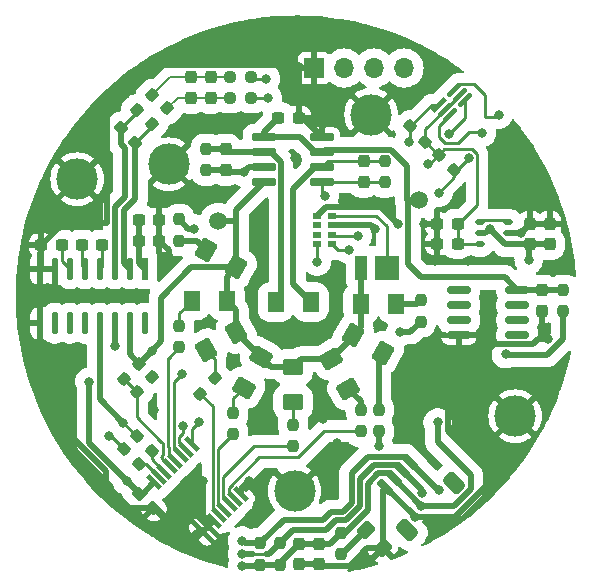
<source format=gbr>
%TF.GenerationSoftware,KiCad,Pcbnew,(6.0.4-0)*%
%TF.CreationDate,2022-11-04T09:41:37+01:00*%
%TF.ProjectId,RoundScanner,526f756e-6453-4636-916e-6e65722e6b69,2*%
%TF.SameCoordinates,Original*%
%TF.FileFunction,Copper,L1,Top*%
%TF.FilePolarity,Positive*%
%FSLAX46Y46*%
G04 Gerber Fmt 4.6, Leading zero omitted, Abs format (unit mm)*
G04 Created by KiCad (PCBNEW (6.0.4-0)) date 2022-11-04 09:41:37*
%MOMM*%
%LPD*%
G01*
G04 APERTURE LIST*
G04 Aperture macros list*
%AMRoundRect*
0 Rectangle with rounded corners*
0 $1 Rounding radius*
0 $2 $3 $4 $5 $6 $7 $8 $9 X,Y pos of 4 corners*
0 Add a 4 corners polygon primitive as box body*
4,1,4,$2,$3,$4,$5,$6,$7,$8,$9,$2,$3,0*
0 Add four circle primitives for the rounded corners*
1,1,$1+$1,$2,$3*
1,1,$1+$1,$4,$5*
1,1,$1+$1,$6,$7*
1,1,$1+$1,$8,$9*
0 Add four rect primitives between the rounded corners*
20,1,$1+$1,$2,$3,$4,$5,0*
20,1,$1+$1,$4,$5,$6,$7,0*
20,1,$1+$1,$6,$7,$8,$9,0*
20,1,$1+$1,$8,$9,$2,$3,0*%
%AMRotRect*
0 Rectangle, with rotation*
0 The origin of the aperture is its center*
0 $1 length*
0 $2 width*
0 $3 Rotation angle, in degrees counterclockwise*
0 Add horizontal line*
21,1,$1,$2,0,0,$3*%
G04 Aperture macros list end*
%TA.AperFunction,SMDPad,CuDef*%
%ADD10RoundRect,0.250001X0.713035X0.310016X-0.088036X0.772515X-0.713035X-0.310016X0.088036X-0.772515X0*%
%TD*%
%TA.AperFunction,SMDPad,CuDef*%
%ADD11RoundRect,0.237500X0.300000X0.237500X-0.300000X0.237500X-0.300000X-0.237500X0.300000X-0.237500X0*%
%TD*%
%TA.AperFunction,SMDPad,CuDef*%
%ADD12RoundRect,0.237500X0.237500X-0.250000X0.237500X0.250000X-0.237500X0.250000X-0.237500X-0.250000X0*%
%TD*%
%TA.AperFunction,SMDPad,CuDef*%
%ADD13RoundRect,0.237500X-0.237500X0.250000X-0.237500X-0.250000X0.237500X-0.250000X0.237500X0.250000X0*%
%TD*%
%TA.AperFunction,SMDPad,CuDef*%
%ADD14RoundRect,0.237500X-0.237500X0.300000X-0.237500X-0.300000X0.237500X-0.300000X0.237500X0.300000X0*%
%TD*%
%TA.AperFunction,SMDPad,CuDef*%
%ADD15RoundRect,0.237500X0.237500X-0.300000X0.237500X0.300000X-0.237500X0.300000X-0.237500X-0.300000X0*%
%TD*%
%TA.AperFunction,SMDPad,CuDef*%
%ADD16RotRect,1.510292X0.412132X45.000000*%
%TD*%
%TA.AperFunction,SMDPad,CuDef*%
%ADD17RoundRect,0.206066X-0.388258X-0.388258X0.388258X0.388258X0.388258X0.388258X-0.388258X-0.388258X0*%
%TD*%
%TA.AperFunction,SMDPad,CuDef*%
%ADD18RoundRect,0.237500X0.250000X0.237500X-0.250000X0.237500X-0.250000X-0.237500X0.250000X-0.237500X0*%
%TD*%
%TA.AperFunction,SMDPad,CuDef*%
%ADD19RoundRect,0.237500X-0.300000X-0.237500X0.300000X-0.237500X0.300000X0.237500X-0.300000X0.237500X0*%
%TD*%
%TA.AperFunction,SMDPad,CuDef*%
%ADD20RoundRect,0.237500X0.344715X-0.008839X-0.008839X0.344715X-0.344715X0.008839X0.008839X-0.344715X0*%
%TD*%
%TA.AperFunction,SMDPad,CuDef*%
%ADD21RoundRect,0.237500X0.008839X0.344715X-0.344715X-0.008839X-0.008839X-0.344715X0.344715X0.008839X0*%
%TD*%
%TA.AperFunction,ComponentPad*%
%ADD22C,3.500000*%
%TD*%
%TA.AperFunction,SMDPad,CuDef*%
%ADD23RoundRect,0.250001X-0.713035X-0.310016X0.088036X-0.772515X0.713035X0.310016X-0.088036X0.772515X0*%
%TD*%
%TA.AperFunction,SMDPad,CuDef*%
%ADD24RoundRect,0.250001X0.310016X-0.713035X0.772515X0.088036X-0.310016X0.713035X-0.772515X-0.088036X0*%
%TD*%
%TA.AperFunction,SMDPad,CuDef*%
%ADD25RoundRect,0.250001X0.462499X0.624999X-0.462499X0.624999X-0.462499X-0.624999X0.462499X-0.624999X0*%
%TD*%
%TA.AperFunction,SMDPad,CuDef*%
%ADD26R,0.543390X1.874066*%
%TD*%
%TA.AperFunction,SMDPad,CuDef*%
%ADD27RoundRect,0.271695X0.000000X0.665338X0.000000X-0.665338X0.000000X-0.665338X0.000000X0.665338X0*%
%TD*%
%TA.AperFunction,SMDPad,CuDef*%
%ADD28RoundRect,0.250001X-0.088036X-0.772515X0.713035X-0.310016X0.088036X0.772515X-0.713035X0.310016X0*%
%TD*%
%TA.AperFunction,SMDPad,CuDef*%
%ADD29RoundRect,0.237500X-0.344715X0.008839X0.008839X-0.344715X0.344715X-0.008839X-0.008839X0.344715X0*%
%TD*%
%TA.AperFunction,SMDPad,CuDef*%
%ADD30C,1.500000*%
%TD*%
%TA.AperFunction,SMDPad,CuDef*%
%ADD31RoundRect,0.042000X0.943000X0.258000X-0.943000X0.258000X-0.943000X-0.258000X0.943000X-0.258000X0*%
%TD*%
%TA.AperFunction,SMDPad,CuDef*%
%ADD32RoundRect,0.250001X-0.462499X-0.624999X0.462499X-0.624999X0.462499X0.624999X-0.462499X0.624999X0*%
%TD*%
%TA.AperFunction,SMDPad,CuDef*%
%ADD33RoundRect,0.237500X-0.380070X0.044194X0.044194X-0.380070X0.380070X-0.044194X-0.044194X0.380070X0*%
%TD*%
%TA.AperFunction,SMDPad,CuDef*%
%ADD34RoundRect,0.150000X-0.825000X-0.150000X0.825000X-0.150000X0.825000X0.150000X-0.825000X0.150000X0*%
%TD*%
%TA.AperFunction,SMDPad,CuDef*%
%ADD35R,2.100000X2.100000*%
%TD*%
%TA.AperFunction,SMDPad,CuDef*%
%ADD36R,1.000000X2.100000*%
%TD*%
%TA.AperFunction,SMDPad,CuDef*%
%ADD37RotRect,0.450000X1.475000X225.000000*%
%TD*%
%TA.AperFunction,SMDPad,CuDef*%
%ADD38R,0.800000X0.550000*%
%TD*%
%TA.AperFunction,SMDPad,CuDef*%
%ADD39O,0.800000X0.550000*%
%TD*%
%TA.AperFunction,SMDPad,CuDef*%
%ADD40RoundRect,0.250001X0.772515X-0.088036X0.310016X0.713035X-0.772515X0.088036X-0.310016X-0.713035X0*%
%TD*%
%TA.AperFunction,SMDPad,CuDef*%
%ADD41R,0.690000X0.590000*%
%TD*%
%TA.AperFunction,SMDPad,CuDef*%
%ADD42RoundRect,0.250000X0.548008X0.088388X0.088388X0.548008X-0.548008X-0.088388X-0.088388X-0.548008X0*%
%TD*%
%TA.AperFunction,SMDPad,CuDef*%
%ADD43RoundRect,0.237500X-0.008839X-0.344715X0.344715X0.008839X0.008839X0.344715X-0.344715X-0.008839X0*%
%TD*%
%TA.AperFunction,SMDPad,CuDef*%
%ADD44RoundRect,0.150000X0.335876X-0.548008X0.548008X-0.335876X-0.335876X0.548008X-0.548008X0.335876X0*%
%TD*%
%TA.AperFunction,SMDPad,CuDef*%
%ADD45RoundRect,0.250000X0.212132X-0.707107X0.707107X-0.212132X-0.212132X0.707107X-0.707107X0.212132X0*%
%TD*%
%TA.AperFunction,SMDPad,CuDef*%
%ADD46RoundRect,0.250001X0.624999X-0.462499X0.624999X0.462499X-0.624999X0.462499X-0.624999X-0.462499X0*%
%TD*%
%TA.AperFunction,ComponentPad*%
%ADD47R,1.700000X1.700000*%
%TD*%
%TA.AperFunction,ComponentPad*%
%ADD48O,1.700000X1.700000*%
%TD*%
%TA.AperFunction,ViaPad*%
%ADD49C,0.800000*%
%TD*%
%TA.AperFunction,Conductor*%
%ADD50C,0.254000*%
%TD*%
%TA.AperFunction,Conductor*%
%ADD51C,0.250000*%
%TD*%
%TA.AperFunction,Conductor*%
%ADD52C,0.500000*%
%TD*%
%TA.AperFunction,Conductor*%
%ADD53C,0.200000*%
%TD*%
G04 APERTURE END LIST*
D10*
%TO.P,D8,1,K*%
%TO.N,Net-(D8-Pad1)*%
X96919213Y-111868750D03*
%TO.P,D8,2,A*%
%TO.N,+3V3*%
X94342787Y-110381250D03*
%TD*%
D11*
%TO.P,C7,1*%
%TO.N,GND*%
X77951500Y-100584000D03*
%TO.P,C7,2*%
%TO.N,Net-(C6-Pad2)*%
X76226500Y-100584000D03*
%TD*%
D12*
%TO.P,R29,1*%
%TO.N,Net-(R29-Pad1)*%
X96520000Y-118514500D03*
%TO.P,R29,2*%
%TO.N,Net-(D8-Pad1)*%
X96520000Y-116689500D03*
%TD*%
D13*
%TO.P,R1,1*%
%TO.N,Net-(C2-Pad1)*%
X97028000Y-95607500D03*
%TO.P,R1,2*%
%TO.N,Net-(C2-Pad2)*%
X97028000Y-97432500D03*
%TD*%
D14*
%TO.P,C3,1*%
%TO.N,Net-(C3-Pad1)*%
X83566000Y-94641500D03*
%TO.P,C3,2*%
%TO.N,Net-(C3-Pad2)*%
X83566000Y-96366500D03*
%TD*%
D15*
%TO.P,C5,1*%
%TO.N,/ADC/AIN-*%
X80645000Y-90270500D03*
%TO.P,C5,2*%
%TO.N,/ADC/AIN+*%
X80645000Y-88545500D03*
%TD*%
D16*
%TO.P,Q1,1,S2*%
%TO.N,/MCU + IO/SCL_2v*%
X101646335Y-90855427D03*
D17*
%TO.P,Q1,2,G2*%
%TO.N,+1V8*%
X102105954Y-91315046D03*
%TO.P,Q1,3,D1*%
%TO.N,SDA*%
X102565573Y-91774665D03*
%TO.P,Q1,4,S1*%
%TO.N,/MCU + IO/SDA_2v*%
X103839665Y-90500573D03*
%TO.P,Q1,5,G1*%
%TO.N,+1V8*%
X103380046Y-90040954D03*
%TO.P,Q1,6,D2*%
%TO.N,SCL*%
X102920427Y-89581335D03*
%TD*%
D13*
%TO.P,R16,1*%
%TO.N,+3V3*%
X93345000Y-127103500D03*
%TO.P,R16,2*%
%TO.N,Net-(D2-Pad2)*%
X93345000Y-128928500D03*
%TD*%
D18*
%TO.P,R4,1*%
%TO.N,Net-(C3-Pad2)*%
X85748500Y-88519000D03*
%TO.P,R4,2*%
%TO.N,/ADC/AIN+*%
X83923500Y-88519000D03*
%TD*%
D19*
%TO.P,C20,1*%
%TO.N,GND*%
X101499501Y-102616002D03*
%TO.P,C20,2*%
%TO.N,+1V8*%
X103224501Y-102616002D03*
%TD*%
D20*
%TO.P,R7,1*%
%TO.N,+1V8*%
X100467235Y-93990235D03*
%TO.P,R7,2*%
%TO.N,/MCU + IO/SCL_2v*%
X99176765Y-92699765D03*
%TD*%
D21*
%TO.P,R6,1*%
%TO.N,/ADC/AIN-*%
X78623235Y-91175765D03*
%TO.P,R6,2*%
%TO.N,Net-(C8-Pad2)*%
X77332765Y-92466235D03*
%TD*%
D22*
%TO.P,H2,1*%
%TO.N,GND*%
X78740000Y-95885000D03*
%TD*%
D14*
%TO.P,C2,1*%
%TO.N,Net-(C2-Pad1)*%
X95250000Y-95657500D03*
%TO.P,C2,2*%
%TO.N,Net-(C2-Pad2)*%
X95250000Y-97382500D03*
%TD*%
%TO.P,C14,1*%
%TO.N,GND*%
X110988500Y-100928000D03*
%TO.P,C14,2*%
%TO.N,+3V3*%
X110988500Y-102653000D03*
%TD*%
D23*
%TO.P,D10,1,K*%
%TO.N,Net-(D10-Pad1)*%
X81896787Y-103142250D03*
%TO.P,D10,2,A*%
%TO.N,+3V3*%
X84473213Y-104629750D03*
%TD*%
D24*
%TO.P,D5,1,K*%
%TO.N,Net-(D5-Pad1)*%
X85108250Y-114826213D03*
%TO.P,D5,2,A*%
%TO.N,+3V3*%
X86595750Y-112249787D03*
%TD*%
D15*
%TO.P,C16,1*%
%TO.N,GND*%
X91440000Y-129767500D03*
%TO.P,C16,2*%
%TO.N,+3V3*%
X91440000Y-128042500D03*
%TD*%
D25*
%TO.P,D9,1,K*%
%TO.N,Net-(D9-Pad1)*%
X98007500Y-107696000D03*
%TO.P,D9,2,A*%
%TO.N,+3V3*%
X95032500Y-107696000D03*
%TD*%
D14*
%TO.P,C17,1*%
%TO.N,+3V3*%
X89789000Y-128042500D03*
%TO.P,C17,2*%
%TO.N,GND*%
X89789000Y-129767500D03*
%TD*%
D12*
%TO.P,R20,1*%
%TO.N,+3V3*%
X112141000Y-108354500D03*
%TO.P,R20,2*%
%TO.N,+2V5*%
X112141000Y-106529500D03*
%TD*%
D26*
%TO.P,U2,1,REFP*%
%TO.N,Net-(C6-Pad2)*%
X76708000Y-104744933D03*
D27*
%TO.P,U2,2,VIN1N*%
%TO.N,Net-(C8-Pad2)*%
X75438000Y-104744933D03*
%TO.P,U2,3,VIN1P*%
%TO.N,Net-(C8-Pad1)*%
X74168000Y-104744933D03*
%TO.P,U2,4,VIN2N*%
%TO.N,Net-(C9-Pad2)*%
X72898000Y-104744933D03*
%TO.P,U2,5,VIN2P*%
%TO.N,Net-(C9-Pad1)*%
X71628000Y-104744933D03*
%TO.P,U2,6,VBG*%
%TO.N,Net-(C10-Pad2)*%
X70358000Y-104744933D03*
%TO.P,U2,7,REFN*%
%TO.N,GND*%
X69088000Y-104744933D03*
%TO.P,U2,8,AVSS*%
X67818000Y-104744933D03*
%TO.P,U2,9,DVSS*%
X67818000Y-109377067D03*
%TO.P,U2,10,XIN*%
%TO.N,unconnected-(U2-Pad10)*%
X69088000Y-109377067D03*
%TO.P,U2,11,XOUT*%
%TO.N,unconnected-(U2-Pad11)*%
X70358000Y-109377067D03*
%TO.P,U2,12,DRDY*%
%TO.N,unconnected-(U2-Pad12)*%
X71628000Y-109377067D03*
%TO.P,U2,13,SCLK*%
%TO.N,SCL*%
X72898000Y-109377067D03*
%TO.P,U2,14,SDIO*%
%TO.N,SDA*%
X74168000Y-109377067D03*
%TO.P,U2,15,DVDD*%
%TO.N,+3V3*%
X75438000Y-109377067D03*
%TO.P,U2,16,AVDD/LDO*%
%TO.N,unconnected-(U2-Pad16)*%
X76708000Y-109377067D03*
%TD*%
D12*
%TO.P,R2,1*%
%TO.N,Net-(C3-Pad2)*%
X81915000Y-96416500D03*
%TO.P,R2,2*%
%TO.N,Net-(C3-Pad1)*%
X81915000Y-94591500D03*
%TD*%
D28*
%TO.P,D4,1,K*%
%TO.N,Net-(D4-Pad1)*%
X81896787Y-111614750D03*
%TO.P,D4,2,A*%
%TO.N,+3V3*%
X84473213Y-110127250D03*
%TD*%
D13*
%TO.P,R12,1*%
%TO.N,SDA*%
X88138000Y-127992500D03*
%TO.P,R12,2*%
%TO.N,+3V3*%
X88138000Y-129817500D03*
%TD*%
D29*
%TO.P,R22,1*%
%TO.N,SCL*%
X76017636Y-118900058D03*
%TO.P,R22,2*%
%TO.N,Net-(R22-Pad2)*%
X77308106Y-120190528D03*
%TD*%
D11*
%TO.P,C6,1*%
%TO.N,GND*%
X77951500Y-102362000D03*
%TO.P,C6,2*%
%TO.N,Net-(C6-Pad2)*%
X76226500Y-102362000D03*
%TD*%
D12*
%TO.P,R28,1*%
%TO.N,Net-(R28-Pad1)*%
X94996000Y-118514500D03*
%TO.P,R28,2*%
%TO.N,Net-(D7-Pad1)*%
X94996000Y-116689500D03*
%TD*%
D29*
%TO.P,R8,1*%
%TO.N,+1V8*%
X101589765Y-95112765D03*
%TO.P,R8,2*%
%TO.N,/MCU + IO/SDA_2v*%
X102880235Y-96403235D03*
%TD*%
D12*
%TO.P,R26,1*%
%TO.N,Net-(R26-Pad1)*%
X84201000Y-118768500D03*
%TO.P,R26,2*%
%TO.N,Net-(D5-Pad1)*%
X84201000Y-116943500D03*
%TD*%
D14*
%TO.P,C13,1*%
%TO.N,+2V5*%
X110363000Y-106579500D03*
%TO.P,C13,2*%
%TO.N,GND*%
X110363000Y-108304500D03*
%TD*%
D19*
%TO.P,C10,1*%
%TO.N,GND*%
X67971500Y-102743000D03*
%TO.P,C10,2*%
%TO.N,Net-(C10-Pad2)*%
X69696500Y-102743000D03*
%TD*%
D22*
%TO.P,H1,1*%
%TO.N,GND*%
X89408000Y-123571000D03*
%TD*%
D30*
%TO.P,TP4,1,1*%
%TO.N,+2V5*%
X99949000Y-98933000D03*
%TD*%
D14*
%TO.P,C15,1*%
%TO.N,GND*%
X109337501Y-100928000D03*
%TO.P,C15,2*%
%TO.N,+3V3*%
X109337501Y-102653000D03*
%TD*%
D13*
%TO.P,R31,1*%
%TO.N,Net-(R31-Pad1)*%
X79629000Y-100560500D03*
%TO.P,R31,2*%
%TO.N,Net-(D10-Pad1)*%
X79629000Y-102385500D03*
%TD*%
D31*
%TO.P,U1,1*%
%TO.N,Net-(C2-Pad2)*%
X91751000Y-97409000D03*
%TO.P,U1,2,-*%
%TO.N,Net-(C2-Pad1)*%
X91751000Y-96139000D03*
%TO.P,U1,3,+*%
%TO.N,+2V5*%
X91751000Y-94869000D03*
%TO.P,U1,4,V-*%
%TO.N,GND*%
X91751000Y-93599000D03*
%TO.P,U1,5,+*%
%TO.N,+2V5*%
X86811000Y-93599000D03*
%TO.P,U1,6,-*%
%TO.N,Net-(C3-Pad1)*%
X86811000Y-94869000D03*
%TO.P,U1,7*%
%TO.N,Net-(C3-Pad2)*%
X86811000Y-96139000D03*
%TO.P,U1,8,V+*%
%TO.N,+3V3*%
X86811000Y-97409000D03*
%TD*%
D12*
%TO.P,R11,1*%
%TO.N,+3V3*%
X86487000Y-129794000D03*
%TO.P,R11,2*%
%TO.N,SCL*%
X86487000Y-127969000D03*
%TD*%
D32*
%TO.P,D1,1,K*%
%TO.N,Net-(C3-Pad1)*%
X87793500Y-107569000D03*
%TO.P,D1,2,A*%
%TO.N,Net-(C2-Pad1)*%
X90768500Y-107569000D03*
%TD*%
D33*
%TO.P,C8,1*%
%TO.N,Net-(C8-Pad1)*%
X74701120Y-92862120D03*
%TO.P,C8,2*%
%TO.N,Net-(C8-Pad2)*%
X75920880Y-94081880D03*
%TD*%
D34*
%TO.P,U3,1*%
%TO.N,N/C*%
X103316000Y-106553000D03*
%TO.P,U3,2*%
X103316000Y-107823000D03*
%TO.P,U3,3*%
X103316000Y-109093000D03*
%TO.P,U3,4,A*%
%TO.N,GND*%
X103316000Y-110363000D03*
%TO.P,U3,5*%
%TO.N,N/C*%
X108266000Y-110363000D03*
%TO.P,U3,6*%
X108266000Y-109093000D03*
%TO.P,U3,7*%
X108266000Y-107823000D03*
%TO.P,U3,8,K*%
%TO.N,+2V5*%
X108266000Y-106553000D03*
%TD*%
D19*
%TO.P,C9,1*%
%TO.N,Net-(C9-Pad1)*%
X71400500Y-102743000D03*
%TO.P,C9,2*%
%TO.N,Net-(C9-Pad2)*%
X73125500Y-102743000D03*
%TD*%
D22*
%TO.P,H4,1*%
%TO.N,GND*%
X95885000Y-91694000D03*
%TD*%
%TO.P,H3,1*%
%TO.N,GND*%
X108077000Y-117221000D03*
%TD*%
D35*
%TO.P,D3,1,CATHODE*%
%TO.N,Net-(U6-Pad4)*%
X97203000Y-104648000D03*
D36*
%TO.P,D3,2,ANODE*%
%TO.N,+3V3*%
X95033000Y-104648000D03*
%TD*%
D12*
%TO.P,R27,1*%
%TO.N,Net-(R27-Pad1)*%
X89281000Y-119784500D03*
%TO.P,R27,2*%
%TO.N,Net-(D6-Pad1)*%
X89281000Y-117959500D03*
%TD*%
D32*
%TO.P,D11,1,K*%
%TO.N,Net-(D11-Pad1)*%
X80681500Y-107442000D03*
%TO.P,D11,2,A*%
%TO.N,+3V3*%
X83656500Y-107442000D03*
%TD*%
D11*
%TO.P,C1,1*%
%TO.N,GND*%
X89762500Y-91948000D03*
%TO.P,C1,2*%
%TO.N,+2V5*%
X88037500Y-91948000D03*
%TD*%
D37*
%TO.P,U5,1,A0*%
%TO.N,GND*%
X81621812Y-127003148D03*
%TO.P,U5,2,A1*%
X82081431Y-126543528D03*
%TO.P,U5,3,A2*%
X82541051Y-126083909D03*
%TO.P,U5,4,~{OUT0}*%
%TO.N,Net-(R25-Pad1)*%
X83000670Y-125624289D03*
%TO.P,U5,5,~{OUT1}*%
%TO.N,Net-(R26-Pad1)*%
X83460289Y-125164670D03*
%TO.P,U5,6,~{OUT2}*%
%TO.N,Net-(R27-Pad1)*%
X83919909Y-124705051D03*
%TO.P,U5,7,~{OUT3}*%
%TO.N,Net-(R28-Pad1)*%
X84379528Y-124245431D03*
%TO.P,U5,8,GND*%
%TO.N,GND*%
X84839148Y-123785812D03*
%TO.P,U5,9,~{OUT4}*%
%TO.N,Net-(R29-Pad1)*%
X80684188Y-119630852D03*
%TO.P,U5,10,~{OUT5}*%
%TO.N,Net-(R30-Pad1)*%
X80224569Y-120090472D03*
%TO.P,U5,11,~{OUT6}*%
%TO.N,Net-(R31-Pad1)*%
X79764949Y-120550091D03*
%TO.P,U5,12,~{OUT7}*%
%TO.N,Net-(R32-Pad1)*%
X79305330Y-121009711D03*
%TO.P,U5,13,~{RESET}*%
%TO.N,Net-(R21-Pad2)*%
X78845711Y-121469330D03*
%TO.P,U5,14,SCL*%
%TO.N,Net-(R22-Pad2)*%
X78386091Y-121928949D03*
%TO.P,U5,15,SDA*%
%TO.N,Net-(R23-Pad2)*%
X77926472Y-122388569D03*
%TO.P,U5,16,VCC*%
%TO.N,+3V3*%
X77466852Y-122848188D03*
%TD*%
D33*
%TO.P,C18,1*%
%TO.N,+3V3*%
X76232596Y-123784752D03*
%TO.P,C18,2*%
%TO.N,GND*%
X77452356Y-125004512D03*
%TD*%
D38*
%TO.P,U7,1,OUT2*%
%TO.N,+3V3*%
X107499000Y-102677001D03*
D39*
%TO.P,U7,2,GND*%
%TO.N,GND*%
X107499000Y-101727000D03*
%TO.P,U7,3,EN2*%
%TO.N,Net-(U7-Pad3)*%
X107499000Y-100776999D03*
%TO.P,U7,4,EN1*%
X105099000Y-100776999D03*
%TO.P,U7,5,IN*%
%TO.N,+3V3*%
X105099000Y-101727000D03*
%TO.P,U7,6,OUT1*%
%TO.N,+1V8*%
X105099000Y-102677001D03*
%TD*%
D14*
%TO.P,C4,1*%
%TO.N,/ADC/AIN+*%
X82296001Y-88545500D03*
%TO.P,C4,2*%
%TO.N,/ADC/AIN-*%
X82296001Y-90270500D03*
%TD*%
D40*
%TO.P,D7,1,K*%
%TO.N,Net-(D7-Pad1)*%
X93961750Y-114953213D03*
%TO.P,D7,2,A*%
%TO.N,+3V3*%
X92474250Y-112376787D03*
%TD*%
D12*
%TO.P,R30,1*%
%TO.N,Net-(R30-Pad1)*%
X100076000Y-109243500D03*
%TO.P,R30,2*%
%TO.N,Net-(D9-Pad1)*%
X100076000Y-107418500D03*
%TD*%
D30*
%TO.P,TP3,1,1*%
%TO.N,+3V3*%
X82931000Y-100711000D03*
%TD*%
D41*
%TO.P,U6,1,VDD*%
%TO.N,+1V8*%
X92588000Y-102673000D03*
%TO.P,U6,2,SCL*%
%TO.N,/MCU + IO/SCL_2v*%
X92588000Y-101873000D03*
%TO.P,U6,3,GND*%
%TO.N,GND*%
X92588000Y-101073000D03*
%TO.P,U6,4,LDR*%
%TO.N,Net-(U6-Pad4)*%
X92588000Y-100273000D03*
%TO.P,U6,5,PGND*%
%TO.N,GND*%
X91308000Y-100273000D03*
%TO.P,U6,6,GPIO*%
%TO.N,unconnected-(U6-Pad6)*%
X91308000Y-101073000D03*
%TO.P,U6,7,INT*%
%TO.N,unconnected-(U6-Pad7)*%
X91308000Y-101873000D03*
%TO.P,U6,8,SDA*%
%TO.N,/MCU + IO/SDA_2v*%
X91308000Y-102673000D03*
%TD*%
D42*
%TO.P,D2,1,K*%
%TO.N,GND*%
X96863784Y-128359784D03*
%TO.P,D2,2,A*%
%TO.N,Net-(D2-Pad2)*%
X95414216Y-126910216D03*
%TD*%
D21*
%TO.P,R21,1*%
%TO.N,/LED/LED RESET*%
X77353235Y-113925141D03*
%TO.P,R21,2*%
%TO.N,Net-(R21-Pad2)*%
X76062765Y-115215611D03*
%TD*%
D18*
%TO.P,R3,1*%
%TO.N,Net-(C2-Pad2)*%
X85748500Y-90297000D03*
%TO.P,R3,2*%
%TO.N,/ADC/AIN-*%
X83923500Y-90297000D03*
%TD*%
D21*
%TO.P,R5,1*%
%TO.N,/ADC/AIN+*%
X77353235Y-90032765D03*
%TO.P,R5,2*%
%TO.N,Net-(C8-Pad1)*%
X76062765Y-91323235D03*
%TD*%
D43*
%TO.P,R24,1*%
%TO.N,Net-(R21-Pad2)*%
X74919765Y-114072611D03*
%TO.P,R24,2*%
%TO.N,+3V3*%
X76210235Y-112782141D03*
%TD*%
D44*
%TO.P,J2,1,Pin_1*%
%TO.N,GND*%
X97093126Y-123217447D03*
%TO.P,J2,2,Pin_2*%
%TO.N,+3V3*%
X97800233Y-122510340D03*
%TO.P,J2,3,Pin_3*%
%TO.N,SDA*%
X98507340Y-121803233D03*
%TO.P,J2,4,Pin_4*%
%TO.N,SCL*%
X99214447Y-121096126D03*
D45*
%TO.P,J2,MP*%
%TO.N,N/C*%
X98913926Y-126876724D03*
X102873724Y-122916926D03*
%TD*%
D43*
%TO.P,R25,1*%
%TO.N,Net-(R25-Pad1)*%
X81396765Y-115326235D03*
%TO.P,R25,2*%
%TO.N,Net-(D4-Pad1)*%
X82687235Y-114035765D03*
%TD*%
D19*
%TO.P,C19,1*%
%TO.N,GND*%
X101499501Y-100965001D03*
%TO.P,C19,2*%
%TO.N,+1V8*%
X103224501Y-100965001D03*
%TD*%
D29*
%TO.P,R23,1*%
%TO.N,SDA*%
X74940005Y-119977689D03*
%TO.P,R23,2*%
%TO.N,Net-(R23-Pad2)*%
X76230475Y-121268159D03*
%TD*%
D46*
%TO.P,D6,1,K*%
%TO.N,Net-(D6-Pad1)*%
X89281000Y-116041500D03*
%TO.P,D6,2,A*%
%TO.N,+3V3*%
X89281000Y-113066500D03*
%TD*%
D22*
%TO.P,H5,1*%
%TO.N,GND*%
X70993000Y-97155000D03*
%TD*%
D12*
%TO.P,R32,1*%
%TO.N,Net-(R32-Pad1)*%
X79629000Y-111402500D03*
%TO.P,R32,2*%
%TO.N,Net-(D11-Pad1)*%
X79629000Y-109577500D03*
%TD*%
D47*
%TO.P,J1,1,Pin_1*%
%TO.N,GND*%
X91059000Y-87757000D03*
D48*
%TO.P,J1,2,Pin_2*%
%TO.N,+3V3*%
X93599000Y-87757000D03*
%TO.P,J1,3,Pin_3*%
%TO.N,SDA*%
X96139000Y-87757000D03*
%TO.P,J1,4,Pin_4*%
%TO.N,SCL*%
X98679000Y-87757000D03*
%TD*%
D49*
%TO.N,GND*%
X92837000Y-106426000D03*
X101282500Y-104076500D03*
X85566989Y-122682000D03*
X100584000Y-113665000D03*
X92964000Y-119507000D03*
X86487000Y-85344000D03*
X99568000Y-125730000D03*
X86614000Y-124968000D03*
X96178500Y-101421593D03*
X108538499Y-101727000D03*
X81915000Y-109220000D03*
X78740000Y-103759000D03*
X106084500Y-111124999D03*
X96901000Y-109601000D03*
X110896020Y-110719151D03*
X82931000Y-92456000D03*
X105283000Y-119126000D03*
X102489000Y-112522000D03*
X106680000Y-97028000D03*
X103378000Y-98552000D03*
X86360000Y-101854000D03*
X106934000Y-120904000D03*
X101600000Y-87884000D03*
X92329000Y-90932000D03*
X81661000Y-122682000D03*
X77470000Y-116713000D03*
X104076500Y-104076500D03*
X110998000Y-98552000D03*
X110490000Y-114046000D03*
X84074000Y-112522000D03*
X86614000Y-117602000D03*
X88265000Y-110109000D03*
X91440000Y-109855000D03*
X108077000Y-93218000D03*
X98171002Y-100965000D03*
X92202000Y-121539000D03*
X71882000Y-93091000D03*
X89408000Y-95377000D03*
X91821000Y-117475000D03*
X112776000Y-104902000D03*
X98552000Y-115062000D03*
X100330000Y-100965000D03*
X72263000Y-122301000D03*
X77343000Y-126492000D03*
%TO.N,Net-(C2-Pad2)*%
X91948000Y-98552000D03*
X87122000Y-90297000D03*
%TO.N,Net-(C3-Pad2)*%
X86995000Y-88646000D03*
X85093508Y-96559500D03*
%TO.N,+3V3*%
X75184000Y-122682000D03*
X101507312Y-117763312D03*
X77287688Y-111704688D03*
X100103447Y-124813553D03*
X72009000Y-114300000D03*
X84963000Y-129921000D03*
X107285812Y-111984812D03*
X109220000Y-104013000D03*
X105918000Y-101346000D03*
%TO.N,SDA*%
X74168000Y-111252000D03*
X100203000Y-123698000D03*
X105283000Y-93218000D03*
X73723500Y-118935500D03*
X84963000Y-128905000D03*
%TO.N,Net-(R29-Pad1)*%
X81280000Y-117729000D03*
X96520000Y-119761000D03*
%TO.N,Net-(R30-Pad1)*%
X79959688Y-118035187D03*
X98298000Y-110109000D03*
%TO.N,Net-(R31-Pad1)*%
X79883000Y-113665000D03*
X80899000Y-101346000D03*
%TO.N,SCL*%
X74888289Y-117770711D03*
X101600000Y-123444000D03*
X106680000Y-91694000D03*
X84963000Y-127762000D03*
%TO.N,+1V8*%
X100711000Y-95885000D03*
X93980000Y-103124000D03*
%TO.N,/MCU + IO/SCL_2v*%
X94742000Y-101981000D03*
X99060000Y-93980000D03*
%TO.N,/MCU + IO/SDA_2v*%
X91313000Y-104140000D03*
X102459812Y-93374188D03*
X101600000Y-98298000D03*
X104140000Y-95377000D03*
%TD*%
D50*
%TO.N,Net-(U6-Pad4)*%
X97203000Y-104648000D02*
X97203000Y-101140000D01*
X97203000Y-101140000D02*
X96336000Y-100273000D01*
X96336000Y-100273000D02*
X92588000Y-100273000D01*
%TO.N,Net-(R32-Pad1)*%
X78721978Y-112309522D02*
X78729979Y-112301521D01*
%TO.N,Net-(R31-Pad1)*%
X79764949Y-120550091D02*
X79191510Y-119976652D01*
X79175489Y-119682753D02*
X79175489Y-114372511D01*
%TO.N,Net-(R32-Pad1)*%
X78729979Y-119878604D02*
X78721978Y-119870603D01*
%TO.N,Net-(R31-Pad1)*%
X79191510Y-119976652D02*
X79191510Y-119698775D01*
X79191510Y-119698775D02*
X79175489Y-119682753D01*
X79175489Y-114372511D02*
X79191510Y-114356490D01*
%TO.N,Net-(R32-Pad1)*%
X78721978Y-119870603D02*
X78721978Y-112309522D01*
X78729979Y-120434360D02*
X78729979Y-119878604D01*
%TO.N,Net-(R30-Pad1)*%
X79959688Y-118668312D02*
X79629000Y-118999000D01*
X79959688Y-118035187D02*
X79959688Y-118668312D01*
X79629000Y-118999000D02*
X79629000Y-119494903D01*
X79629000Y-119494903D02*
X80224569Y-120090472D01*
D51*
%TO.N,Net-(R25-Pad1)*%
X82455179Y-125078798D02*
X82455179Y-118219796D01*
X82458022Y-118216953D02*
X82458022Y-116387492D01*
X82455179Y-118219796D02*
X82458022Y-118216953D01*
X82458022Y-116387492D02*
X81396765Y-115326235D01*
X83000670Y-125624289D02*
X82455179Y-125078798D01*
%TO.N,Net-(R31-Pad1)*%
X79191510Y-114356490D02*
X79883000Y-113665000D01*
%TO.N,Net-(R21-Pad2)*%
X78105000Y-119380000D02*
X76062765Y-117337765D01*
D50*
X78280467Y-120904086D02*
X78280467Y-120825467D01*
X78280467Y-120825467D02*
X78105000Y-120650000D01*
X78105000Y-120650000D02*
X78232000Y-120523000D01*
X78232000Y-120523000D02*
X78232000Y-119507000D01*
X78232000Y-119507000D02*
X78105000Y-119380000D01*
D52*
%TO.N,GND*%
X82341480Y-126283480D02*
X81870560Y-125812560D01*
X75347512Y-125004512D02*
X77452356Y-125004512D01*
X81149852Y-127003148D02*
X81621812Y-127003148D01*
X90100000Y-91948000D02*
X91751000Y-93599000D01*
X69876500Y-100838000D02*
X67971500Y-102743000D01*
X101499501Y-100965001D02*
X101499500Y-102616000D01*
X67971500Y-104591433D02*
X67818000Y-104744933D01*
X94107000Y-129921000D02*
X95123000Y-128905000D01*
X110033591Y-110719151D02*
X110896020Y-110719151D01*
X73533000Y-91313000D02*
X73533000Y-100838000D01*
X78740000Y-103150500D02*
X77951500Y-102362000D01*
X91308000Y-100273000D02*
X92052511Y-99528489D01*
X67818000Y-109377067D02*
X67818000Y-113665000D01*
X67971500Y-102743000D02*
X67971500Y-104591433D01*
X103316000Y-110363000D02*
X105322501Y-110363000D01*
X95541216Y-128359784D02*
X96863784Y-128359784D01*
X89762500Y-91948000D02*
X90100000Y-91948000D01*
X97093126Y-123217447D02*
X99568000Y-125692321D01*
X95829907Y-101073000D02*
X96178500Y-101421593D01*
X106084500Y-111124999D02*
X109627743Y-111124999D01*
X96734491Y-99528489D02*
X98171002Y-100965000D01*
X73406000Y-121893258D02*
X73406000Y-123063000D01*
X77452356Y-125004512D02*
X77633512Y-125004512D01*
X102997000Y-125730000D02*
X105664000Y-123063000D01*
X99568000Y-125730000D02*
X102997000Y-125730000D01*
X102362000Y-118491000D02*
X102362000Y-115062000D01*
X67818000Y-113665000D02*
X69850000Y-115697000D01*
X67818000Y-104744933D02*
X67818000Y-109377067D01*
X77369500Y-87476500D02*
X73533000Y-91313000D01*
X73533000Y-100838000D02*
X69876500Y-100838000D01*
X77633512Y-125004512D02*
X80391000Y-127762000D01*
X89762500Y-87476500D02*
X77369500Y-87476500D01*
X109627743Y-111124999D02*
X110033591Y-110719151D01*
X105664000Y-123063000D02*
X105664000Y-121793000D01*
X82341480Y-126283480D02*
X82523713Y-126101247D01*
X102362000Y-115062000D02*
X106299000Y-111125000D01*
X78740000Y-103759000D02*
X78740000Y-103150500D01*
X90043000Y-87757000D02*
X91059000Y-87757000D01*
X95123000Y-128905000D02*
X95123000Y-128778000D01*
X92052511Y-99528489D02*
X96734491Y-99528489D01*
X95123000Y-128778000D02*
X95541216Y-128359784D01*
X69850000Y-115697000D02*
X69850000Y-118337258D01*
X81621812Y-127003148D02*
X82081431Y-126543528D01*
X109337500Y-100927999D02*
X110988500Y-100928000D01*
X91593500Y-129921000D02*
X94107000Y-129921000D01*
X105322501Y-110363000D02*
X106084500Y-111124999D01*
X110363000Y-108304500D02*
X110363000Y-110186131D01*
X110363000Y-110186131D02*
X110896020Y-110719151D01*
X96863784Y-128359784D02*
X96863784Y-123446789D01*
X105664000Y-121793000D02*
X102362000Y-118491000D01*
X77951500Y-100584000D02*
X77951500Y-102362000D01*
X84839148Y-123409841D02*
X85566989Y-122682000D01*
X73406000Y-123063000D02*
X75347512Y-125004512D01*
X89762500Y-87476500D02*
X90043000Y-87757000D01*
X82081431Y-126543528D02*
X82341480Y-126283480D01*
X80391000Y-127762000D02*
X81149852Y-127003148D01*
X101499501Y-100965001D02*
X101499500Y-100965000D01*
X82081431Y-126543528D02*
X81661000Y-126123097D01*
X84839148Y-123751135D02*
X84839148Y-123409841D01*
X101499501Y-103859499D02*
X101282500Y-104076500D01*
X101499501Y-102616002D02*
X101499501Y-103859499D01*
X69088000Y-104744933D02*
X67818000Y-104744933D01*
X108538499Y-101727000D02*
X107499001Y-101727001D01*
X92588000Y-101073000D02*
X95829907Y-101073000D01*
X109337500Y-100927999D02*
X108538499Y-101727000D01*
X91440000Y-129767500D02*
X91593500Y-129921000D01*
X89789000Y-129767500D02*
X91440000Y-129767500D01*
X101499500Y-100965000D02*
X100330000Y-100965000D01*
X96863784Y-123446789D02*
X97093126Y-123217447D01*
X81661000Y-126123097D02*
X81661000Y-122682000D01*
X99568000Y-125692321D02*
X99568000Y-125730000D01*
X89762500Y-91948000D02*
X89762500Y-87476500D01*
X69850000Y-118337258D02*
X73406000Y-121893258D01*
%TO.N,+2V5*%
X91949520Y-94670480D02*
X91751000Y-94869000D01*
X86811000Y-93174500D02*
X88037500Y-91948000D01*
X86811000Y-93599000D02*
X89854886Y-93599000D01*
X89854886Y-93599000D02*
X91124886Y-94869000D01*
X97550073Y-94670480D02*
X91949520Y-94670480D01*
X99020503Y-99020503D02*
X98933000Y-98933000D01*
X100140510Y-105474510D02*
X99020503Y-104354503D01*
X86811000Y-93599000D02*
X86811000Y-93174500D01*
X98933000Y-96053407D02*
X97550073Y-94670480D01*
X110363000Y-106579500D02*
X108292500Y-106579500D01*
X99949000Y-98933000D02*
X98933000Y-98933000D01*
X110413000Y-106529500D02*
X110363000Y-106579500D01*
X91124886Y-94869000D02*
X91751000Y-94869000D01*
X99020503Y-104354503D02*
X99020503Y-99020503D01*
X108266000Y-106553000D02*
X107187510Y-105474510D01*
X107187510Y-105474510D02*
X100140510Y-105474510D01*
X108292500Y-106579500D02*
X108266000Y-106553000D01*
X112141000Y-106529500D02*
X110413000Y-106529500D01*
X98933000Y-98933000D02*
X98933000Y-96053407D01*
D51*
%TO.N,Net-(C2-Pad1)*%
X92232500Y-95657500D02*
X91751000Y-96139000D01*
D52*
X91124886Y-96139000D02*
X91751000Y-96139000D01*
X90768500Y-107569000D02*
X89281000Y-106081500D01*
X89281000Y-106081500D02*
X89281000Y-97982886D01*
X89281000Y-97982886D02*
X91124886Y-96139000D01*
D51*
X94792000Y-95607500D02*
X94742000Y-95657500D01*
X94742000Y-95657500D02*
X92232500Y-95657500D01*
X96520000Y-95607500D02*
X94792000Y-95607500D01*
%TO.N,Net-(C2-Pad2)*%
X94742000Y-97382500D02*
X91777500Y-97382500D01*
X87122000Y-90297000D02*
X85748500Y-90297000D01*
X94792000Y-97432500D02*
X94742000Y-97382500D01*
X91777500Y-97382500D02*
X91751000Y-97409000D01*
X91751000Y-98355000D02*
X91948000Y-98552000D01*
X91751000Y-97409000D02*
X91751000Y-98355000D01*
X96520000Y-97432500D02*
X94792000Y-97432500D01*
D52*
%TO.N,Net-(C3-Pad1)*%
X88245520Y-95677406D02*
X87437114Y-94869000D01*
X87437114Y-94869000D02*
X86811000Y-94869000D01*
X81965000Y-94641500D02*
X81915000Y-94591500D01*
X83793500Y-94869000D02*
X83566000Y-94641500D01*
X83566000Y-94641500D02*
X81965000Y-94641500D01*
X87793500Y-107569000D02*
X88245520Y-107116980D01*
X86811000Y-94869000D02*
X83793500Y-94869000D01*
X88245520Y-107116980D02*
X88245520Y-95677406D01*
D51*
%TO.N,Net-(C3-Pad2)*%
X86995000Y-88646000D02*
X85875500Y-88646000D01*
X85875500Y-88646000D02*
X85748500Y-88519000D01*
D52*
X83759000Y-96559500D02*
X83566000Y-96366500D01*
X85093508Y-96559500D02*
X83759000Y-96559500D01*
X81965000Y-96366500D02*
X81915000Y-96416500D01*
X86811000Y-96139000D02*
X85514008Y-96139000D01*
X83566000Y-96366500D02*
X81965000Y-96366500D01*
X85514008Y-96139000D02*
X85093508Y-96559500D01*
D53*
%TO.N,/ADC/AIN+*%
X82296001Y-88545500D02*
X80645000Y-88545500D01*
X82322501Y-88519000D02*
X82296001Y-88545500D01*
X80645000Y-88545500D02*
X78840500Y-88545500D01*
X83923500Y-88519000D02*
X82322501Y-88519000D01*
X78840500Y-88545500D02*
X77353235Y-90032765D01*
%TO.N,/ADC/AIN-*%
X82322501Y-90297000D02*
X82296001Y-90270500D01*
X80645000Y-90270500D02*
X79528500Y-90270500D01*
X79528500Y-90270500D02*
X78623235Y-91175765D01*
X82296001Y-90270500D02*
X80645000Y-90270500D01*
X83923500Y-90297000D02*
X82322501Y-90297000D01*
D52*
%TO.N,Net-(C6-Pad2)*%
X76226500Y-102362000D02*
X76226500Y-104263433D01*
X76226500Y-100584000D02*
X76226500Y-102362000D01*
X76226500Y-104263433D02*
X76708000Y-104744933D01*
D51*
%TO.N,Net-(C9-Pad2)*%
X73125500Y-102743000D02*
X73125500Y-104517433D01*
X73125500Y-104517433D02*
X72898000Y-104744933D01*
D52*
%TO.N,+3V3*%
X76232596Y-123730596D02*
X75184000Y-122682000D01*
X94342787Y-110381250D02*
X94342787Y-110508250D01*
X75438000Y-112009906D02*
X76210235Y-112782141D01*
X88138000Y-129817500D02*
X88138000Y-129693500D01*
X95032500Y-109691537D02*
X94342787Y-110381250D01*
X84963000Y-129921000D02*
X86360000Y-129921000D01*
X102858159Y-124841000D02*
X104329489Y-123369670D01*
X83656500Y-105446463D02*
X84473213Y-104629750D01*
X84473213Y-104629750D02*
X84473213Y-100856213D01*
X89789000Y-128042500D02*
X91440000Y-128042500D01*
X72009000Y-119507000D02*
X75184000Y-122682000D01*
X84473213Y-110127250D02*
X84473213Y-108258713D01*
X89281000Y-113066500D02*
X87412463Y-113066500D01*
X107249001Y-102677001D02*
X105918000Y-101346000D01*
X91440000Y-128042500D02*
X92406000Y-128042500D01*
X76530288Y-123784752D02*
X77449514Y-122865526D01*
X96497081Y-122069919D02*
X95633022Y-122933978D01*
X80663250Y-104629750D02*
X78105000Y-107188000D01*
X86360000Y-129921000D02*
X86487000Y-129794000D01*
X95032500Y-107696000D02*
X95032500Y-109691537D01*
X82931000Y-100711000D02*
X84328000Y-100711000D01*
X112141000Y-108354500D02*
X112141000Y-110675548D01*
X95633021Y-125166494D02*
X93696015Y-127103500D01*
X75438000Y-109377067D02*
X75438000Y-112009906D01*
X107499000Y-102677001D02*
X109313500Y-102677001D01*
X112141000Y-110675548D02*
X110802548Y-112014000D01*
X84473213Y-108258713D02*
X83656500Y-107442000D01*
X78105000Y-107188000D02*
X78105000Y-110887376D01*
X89970713Y-112376787D02*
X89281000Y-113066500D01*
X92474250Y-112376787D02*
X89970713Y-112376787D01*
X104329489Y-123369670D02*
X104329489Y-122236489D01*
X88138000Y-129693500D02*
X89789000Y-128042500D01*
X72009000Y-114300000D02*
X72009000Y-119507000D01*
X86487000Y-129794000D02*
X88114500Y-129794000D01*
X84473213Y-100856213D02*
X84473213Y-99746787D01*
X105537000Y-101727000D02*
X105918000Y-101346000D01*
X110802548Y-112014000D02*
X107315000Y-112014000D01*
X109313500Y-102677001D02*
X109337501Y-102653000D01*
X84473213Y-99746787D02*
X86811000Y-97409000D01*
X107315000Y-112014000D02*
X107285812Y-111984812D01*
X97359812Y-122069919D02*
X96497081Y-122069919D01*
X76232596Y-123784752D02*
X76530288Y-123784752D01*
X97800233Y-122510340D02*
X97359812Y-122069919D01*
X92406000Y-128042500D02*
X93345000Y-127103500D01*
X84473213Y-110127250D02*
X86595750Y-112249787D01*
X84473213Y-104629750D02*
X80663250Y-104629750D01*
X78105000Y-110887376D02*
X77287688Y-111704688D01*
X109220000Y-104013000D02*
X109220000Y-102770501D01*
X87412463Y-113066500D02*
X86595750Y-112249787D01*
X100103447Y-124813553D02*
X97800233Y-122510340D01*
X95032500Y-107696000D02*
X95032500Y-104648500D01*
X77287688Y-111704688D02*
X76210235Y-112782141D01*
X101507312Y-119414312D02*
X101507312Y-117763312D01*
X110988500Y-102653000D02*
X109337501Y-102653000D01*
X93696015Y-127103500D02*
X93345000Y-127103500D01*
X76232596Y-123784752D02*
X76232596Y-123730596D01*
X95032500Y-104648500D02*
X95033000Y-104648000D01*
X109220000Y-102770501D02*
X109337501Y-102653000D01*
X83656500Y-107442000D02*
X83656500Y-105446463D01*
X84328000Y-100711000D02*
X84473213Y-100856213D01*
X104329489Y-122236489D02*
X101507312Y-119414312D01*
X100130893Y-124841000D02*
X102858159Y-124841000D01*
X95633022Y-122933978D02*
X95633021Y-125166494D01*
X105099000Y-101727000D02*
X105537000Y-101727000D01*
X88114500Y-129794000D02*
X88138000Y-129817500D01*
X100103447Y-124813553D02*
X100130893Y-124841000D01*
X107499000Y-102677001D02*
X107249001Y-102677001D01*
X94342787Y-110508250D02*
X92474250Y-112376787D01*
D51*
%TO.N,Net-(D4-Pad1)*%
X82687235Y-112405198D02*
X81896787Y-111614750D01*
X82687235Y-114035765D02*
X82687235Y-112405198D01*
%TO.N,Net-(D5-Pad1)*%
X84201000Y-115733463D02*
X85108250Y-114826213D01*
X84201000Y-116943500D02*
X84201000Y-115733463D01*
%TO.N,Net-(D6-Pad1)*%
X89281000Y-117959500D02*
X89281000Y-116041500D01*
D52*
%TO.N,Net-(D7-Pad1)*%
X94996000Y-116689500D02*
X94996000Y-115987463D01*
X94996000Y-115987463D02*
X93961750Y-114953213D01*
D51*
%TO.N,Net-(D8-Pad1)*%
X96623500Y-112164463D02*
X96919213Y-111868750D01*
D52*
X96520000Y-112267963D02*
X96919213Y-111868750D01*
X96520000Y-116689500D02*
X96520000Y-112267963D01*
%TO.N,Net-(D9-Pad1)*%
X99798500Y-107696000D02*
X100076000Y-107418500D01*
X98007500Y-107696000D02*
X99798500Y-107696000D01*
%TO.N,Net-(D10-Pad1)*%
X81140037Y-102385500D02*
X81896787Y-103142250D01*
X79629000Y-102385500D02*
X81140037Y-102385500D01*
D51*
%TO.N,Net-(D11-Pad1)*%
X79629000Y-108494500D02*
X80681500Y-107442000D01*
X79629000Y-109577500D02*
X79629000Y-108494500D01*
%TO.N,SDA*%
X103238841Y-94098689D02*
X102159713Y-94098689D01*
D52*
X98066919Y-121362812D02*
X96161445Y-121362812D01*
D51*
X104129765Y-93207765D02*
X105272765Y-93207765D01*
D50*
X86995000Y-128905000D02*
X85916907Y-128905000D01*
D51*
X73897816Y-118935500D02*
X74940005Y-119977689D01*
D52*
X89257500Y-126873000D02*
X88138000Y-127992500D01*
X85916907Y-128905000D02*
X84963000Y-128905000D01*
D51*
X101637499Y-92702739D02*
X102565573Y-91774665D01*
X73723500Y-118935500D02*
X73897816Y-118935500D01*
X101637499Y-93576475D02*
X101637499Y-92702739D01*
D52*
X74168000Y-109377067D02*
X74168000Y-111252000D01*
X92899489Y-126048511D02*
X92075000Y-126873000D01*
X88138000Y-127992500D02*
X87225500Y-128905000D01*
X92075000Y-126873000D02*
X89257500Y-126873000D01*
X96161445Y-121362812D02*
X94933511Y-122590746D01*
X94933511Y-122590746D02*
X94933510Y-124876748D01*
D51*
X104129765Y-93207765D02*
X103238841Y-94098689D01*
D52*
X100203000Y-123498893D02*
X100203000Y-123698000D01*
X93761746Y-126048511D02*
X92899489Y-126048511D01*
X87225500Y-128905000D02*
X86995000Y-128905000D01*
X94933510Y-124876748D02*
X93761746Y-126048511D01*
X98507340Y-121803233D02*
X98066919Y-121362812D01*
X98507340Y-121803233D02*
X100203000Y-123498893D01*
D51*
X105272765Y-93207765D02*
X105283000Y-93218000D01*
X102159713Y-94098689D02*
X101637499Y-93576475D01*
D52*
%TO.N,Net-(C8-Pad1)*%
X75057000Y-94525470D02*
X74701120Y-94169590D01*
D51*
X76062765Y-91500475D02*
X74701120Y-92862120D01*
D52*
X74232511Y-104680422D02*
X74232511Y-99503489D01*
X75057000Y-98679000D02*
X75057000Y-94525470D01*
D51*
X76062765Y-91323235D02*
X76062765Y-91500475D01*
D52*
X74168000Y-104744933D02*
X74232511Y-104680422D01*
X74701120Y-94169590D02*
X74701120Y-92862120D01*
X74232511Y-99503489D02*
X75057000Y-98679000D01*
D51*
%TO.N,Net-(C8-Pad2)*%
X77332765Y-92669995D02*
X75920880Y-94081880D01*
D52*
X75920880Y-98804378D02*
X75920880Y-94081880D01*
X75438000Y-104744933D02*
X74932022Y-104238955D01*
X74932022Y-104238955D02*
X74932022Y-99793236D01*
X74932022Y-99793236D02*
X75920880Y-98804378D01*
D51*
X77332765Y-92466235D02*
X77332765Y-92669995D01*
%TO.N,Net-(C9-Pad1)*%
X71400500Y-102743000D02*
X71400500Y-104517433D01*
X71400500Y-104517433D02*
X71628000Y-104744933D01*
%TO.N,Net-(R21-Pad2)*%
X76062765Y-117337765D02*
X76062765Y-115215611D01*
X78845711Y-121469330D02*
X78280467Y-120904086D01*
X74919765Y-114072611D02*
X76062765Y-115215611D01*
%TO.N,Net-(R22-Pad2)*%
X77308106Y-120850964D02*
X77308106Y-120190528D01*
X78386091Y-121928949D02*
X77308106Y-120850964D01*
%TO.N,Net-(R23-Pad2)*%
X77926472Y-122388569D02*
X76806062Y-121268159D01*
X76806062Y-121268159D02*
X76230475Y-121268159D01*
%TO.N,Net-(R26-Pad1)*%
X82914799Y-120054701D02*
X84201000Y-118768500D01*
X82914799Y-124619180D02*
X82914799Y-120054701D01*
X83460289Y-125164670D02*
X82914799Y-124619180D01*
%TO.N,Net-(R27-Pad1)*%
X83374418Y-124159560D02*
X83374418Y-122365582D01*
X83374418Y-122365582D02*
X85955500Y-119784500D01*
X83919909Y-124705051D02*
X83374418Y-124159560D01*
X85955500Y-119784500D02*
X89281000Y-119784500D01*
%TO.N,Net-(R28-Pad1)*%
X83834038Y-123289000D02*
X86414549Y-120708489D01*
X89729807Y-120708489D02*
X91923796Y-118514500D01*
X84379528Y-124245431D02*
X83834038Y-123699941D01*
X91923796Y-118514500D02*
X94996000Y-118514500D01*
X83834038Y-123699941D02*
X83834038Y-123289000D01*
X86414549Y-120708489D02*
X89729807Y-120708489D01*
%TO.N,Net-(R29-Pad1)*%
X80684188Y-119630852D02*
X80684188Y-118324812D01*
X80684188Y-118324812D02*
X81280000Y-117729000D01*
D52*
X96520000Y-118514500D02*
X96520000Y-119761000D01*
%TO.N,Net-(R30-Pad1)*%
X99210500Y-110109000D02*
X98298000Y-110109000D01*
X100076000Y-109243500D02*
X99210500Y-110109000D01*
%TO.N,Net-(R31-Pad1)*%
X80414500Y-101346000D02*
X79629000Y-100560500D01*
X80899000Y-101346000D02*
X80414500Y-101346000D01*
D51*
%TO.N,Net-(R32-Pad1)*%
X79305330Y-121009711D02*
X78729979Y-120434360D01*
X78729979Y-112301521D02*
X79629000Y-111402500D01*
D52*
%TO.N,SCL*%
X91821000Y-125984000D02*
X88472000Y-125984000D01*
X72898000Y-109377067D02*
X72898000Y-115780422D01*
X94234000Y-124587000D02*
X93472000Y-125349000D01*
X101562321Y-123444000D02*
X101600000Y-123444000D01*
X98774026Y-120655705D02*
X95625295Y-120655705D01*
D51*
X105537000Y-91927530D02*
X105537000Y-90043000D01*
X74888289Y-117770711D02*
X76017636Y-118900058D01*
X104616111Y-89122111D02*
X103379651Y-89122111D01*
D52*
X99214447Y-121096126D02*
X98774026Y-120655705D01*
D51*
X105537000Y-90043000D02*
X104616111Y-89122111D01*
D52*
X85170000Y-127969000D02*
X84963000Y-127762000D01*
X86487000Y-127969000D02*
X85170000Y-127969000D01*
D51*
X106436235Y-91937765D02*
X106680000Y-91694000D01*
X105526765Y-91937765D02*
X105537000Y-91927530D01*
D52*
X88472000Y-125984000D02*
X86487000Y-127969000D01*
D51*
X105526765Y-91937765D02*
X106436235Y-91937765D01*
D52*
X93472000Y-125349000D02*
X92456000Y-125349000D01*
X92456000Y-125349000D02*
X91821000Y-125984000D01*
X74888289Y-117770711D02*
X72898000Y-115780422D01*
X95625295Y-120655705D02*
X94234000Y-122047000D01*
X99214447Y-121096126D02*
X101562321Y-123444000D01*
X94234000Y-122047000D02*
X94234000Y-124587000D01*
D51*
X103379651Y-89122111D02*
X102920427Y-89581335D01*
D52*
%TO.N,Net-(D2-Pad2)*%
X93345000Y-128928500D02*
X93395932Y-128928500D01*
X93395932Y-128928500D02*
X95414216Y-126910216D01*
D51*
%TO.N,Net-(C10-Pad2)*%
X69696500Y-102743000D02*
X69696500Y-104083433D01*
X69696500Y-104083433D02*
X70358000Y-104744933D01*
%TO.N,+1V8*%
X105098999Y-102677001D02*
X103285501Y-102677001D01*
D50*
X103380046Y-90040954D02*
X102105954Y-91315046D01*
D51*
X93039000Y-103124000D02*
X92588000Y-102673000D01*
X104864501Y-99325001D02*
X104864501Y-95076901D01*
X103224500Y-100965001D02*
X103224500Y-102616001D01*
X103224501Y-100965001D02*
X104864501Y-99325001D01*
X100467235Y-93990235D02*
X101589765Y-95112765D01*
X101589765Y-95112765D02*
X100817530Y-95885000D01*
X100467235Y-92953765D02*
X102105954Y-91315046D01*
X104440099Y-94652499D02*
X102050031Y-94652499D01*
X100817530Y-95885000D02*
X100711000Y-95885000D01*
X103285501Y-102677001D02*
X103224500Y-102616001D01*
X102050031Y-94652499D02*
X101589765Y-95112765D01*
X93980000Y-103124000D02*
X93039000Y-103124000D01*
X104864501Y-95076901D02*
X104440099Y-94652499D01*
X100467235Y-93990235D02*
X100467235Y-92953765D01*
%TO.N,/MCU + IO/SCL_2v*%
X99176765Y-93863235D02*
X99060000Y-93980000D01*
X101646335Y-90855427D02*
X101021103Y-90855427D01*
X101021103Y-90855427D02*
X99176765Y-92699765D01*
X94742000Y-101981000D02*
X92696000Y-101981000D01*
X92696000Y-101981000D02*
X92588000Y-101873000D01*
X99176765Y-92699765D02*
X99176765Y-93863235D01*
%TO.N,/MCU + IO/SDA_2v*%
X103113765Y-96403235D02*
X104140000Y-95377000D01*
X91313000Y-102678000D02*
X91308000Y-102673000D01*
X102880235Y-96403235D02*
X103113765Y-96403235D01*
X91313000Y-104140000D02*
X91313000Y-102678000D01*
X102880235Y-96403235D02*
X102880235Y-97017765D01*
X102880235Y-97017765D02*
X101600000Y-98298000D01*
X103839665Y-90500573D02*
X103839665Y-91994335D01*
X103839665Y-91994335D02*
X102459812Y-93374188D01*
%TO.N,Net-(U7-Pad3)*%
X107343500Y-100621499D02*
X105254500Y-100621499D01*
X105254500Y-100621499D02*
X105099000Y-100776999D01*
X107499000Y-100776999D02*
X107343500Y-100621499D01*
%TD*%
%TA.AperFunction,Conductor*%
%TO.N,GND*%
G36*
X96907816Y-128060708D02*
G01*
X96952879Y-128089669D01*
X97796373Y-128933163D01*
X97810317Y-128940777D01*
X97812150Y-128940646D01*
X97818765Y-128936395D01*
X97981086Y-128774074D01*
X97985435Y-128769251D01*
X98046034Y-128694621D01*
X98053456Y-128683110D01*
X98126107Y-128537713D01*
X98131061Y-128524031D01*
X98164911Y-128380271D01*
X98199994Y-128318548D01*
X98262877Y-128285591D01*
X98333596Y-128291862D01*
X98376652Y-128320055D01*
X98454191Y-128397594D01*
X98458899Y-128401849D01*
X98462791Y-128404435D01*
X98462795Y-128404438D01*
X98514079Y-128438511D01*
X98630492Y-128515856D01*
X98683522Y-128537713D01*
X98815268Y-128592015D01*
X98815272Y-128592016D01*
X98820961Y-128594361D01*
X98947388Y-128619394D01*
X99010326Y-128652246D01*
X99045511Y-128713910D01*
X99041773Y-128784809D01*
X99000298Y-128842431D01*
X98972652Y-128858762D01*
X98475580Y-129072321D01*
X98470901Y-129074220D01*
X97614743Y-129402012D01*
X97543973Y-129407690D01*
X97481369Y-129374205D01*
X97446807Y-129312189D01*
X97445534Y-129303600D01*
X97440396Y-129295606D01*
X96876596Y-128731806D01*
X96862652Y-128724192D01*
X96860819Y-128724323D01*
X96854204Y-128728574D01*
X96202017Y-129380761D01*
X96194403Y-129394705D01*
X96194534Y-129396538D01*
X96198785Y-129403153D01*
X96272711Y-129477079D01*
X96277555Y-129481447D01*
X96352162Y-129542028D01*
X96363683Y-129549457D01*
X96407601Y-129571401D01*
X96459598Y-129619743D01*
X96477205Y-129688521D01*
X96454832Y-129755901D01*
X96399583Y-129800488D01*
X96386752Y-129805019D01*
X95775034Y-129984478D01*
X95766471Y-129986990D01*
X95761596Y-129988314D01*
X94841372Y-130218605D01*
X94836478Y-130219726D01*
X94497867Y-130290157D01*
X94028355Y-130387815D01*
X93957588Y-130382104D01*
X93901143Y-130339040D01*
X93876940Y-130272297D01*
X93892664Y-130203063D01*
X93943322Y-130153321D01*
X93954267Y-130148134D01*
X94057390Y-130105208D01*
X94069693Y-130100087D01*
X94069696Y-130100086D01*
X94075381Y-130097719D01*
X94189235Y-130021500D01*
X94239413Y-129987909D01*
X94239414Y-129987908D01*
X94244538Y-129984478D01*
X94388478Y-129840538D01*
X94501719Y-129671381D01*
X94579947Y-129483450D01*
X94616562Y-129301857D01*
X94619257Y-129288492D01*
X94619257Y-129288491D01*
X94620182Y-129283904D01*
X94620500Y-129277627D01*
X94620500Y-129241753D01*
X94640502Y-129173632D01*
X94657405Y-129152658D01*
X95264389Y-128545674D01*
X95326701Y-128511648D01*
X95353484Y-128508769D01*
X95428834Y-128508769D01*
X95434883Y-128507571D01*
X95438669Y-128507200D01*
X95508417Y-128520459D01*
X95559924Y-128569322D01*
X95573560Y-128603505D01*
X95596951Y-128702068D01*
X95601924Y-128715732D01*
X95674835Y-128861016D01*
X95682263Y-128872499D01*
X95742146Y-128946053D01*
X95746456Y-128950826D01*
X95817182Y-129021552D01*
X95831126Y-129029166D01*
X95832959Y-129029035D01*
X95839574Y-129024784D01*
X96774689Y-128089669D01*
X96837001Y-128055643D01*
X96907816Y-128060708D01*
G37*
%TD.AperFunction*%
%TA.AperFunction,Conductor*%
G36*
X89661911Y-83303557D02*
G01*
X90117705Y-83315094D01*
X90610228Y-83327561D01*
X90615247Y-83327789D01*
X91038663Y-83355541D01*
X91561797Y-83389830D01*
X91566836Y-83390262D01*
X92510133Y-83490239D01*
X92515151Y-83490873D01*
X93027061Y-83566008D01*
X93453667Y-83628623D01*
X93458628Y-83629453D01*
X93811217Y-83695756D01*
X94390913Y-83804768D01*
X94395864Y-83805803D01*
X95320299Y-84018376D01*
X95325204Y-84019608D01*
X96240380Y-84269114D01*
X96245232Y-84270542D01*
X97149651Y-84556571D01*
X97154441Y-84558192D01*
X98046675Y-84880296D01*
X98051397Y-84882109D01*
X98929952Y-85239747D01*
X98934597Y-85241747D01*
X99798133Y-85634373D01*
X99802694Y-85636559D01*
X100009895Y-85740997D01*
X100649737Y-86063505D01*
X100654183Y-86065857D01*
X101264512Y-86404865D01*
X101483453Y-86526476D01*
X101487824Y-86529020D01*
X102297918Y-87022534D01*
X102302184Y-87025252D01*
X102759565Y-87329710D01*
X103017385Y-87501329D01*
X103091806Y-87550868D01*
X103095954Y-87553750D01*
X103230312Y-87651188D01*
X103668008Y-87968610D01*
X103711411Y-88024795D01*
X103717548Y-88095526D01*
X103684471Y-88158346D01*
X103622682Y-88193312D01*
X103594036Y-88196611D01*
X103470963Y-88196611D01*
X103446491Y-88194211D01*
X103426868Y-88190326D01*
X103413426Y-88187664D01*
X103413425Y-88187664D01*
X103407385Y-88186468D01*
X103209986Y-88186468D01*
X103088606Y-88210502D01*
X103022392Y-88223612D01*
X103022389Y-88223613D01*
X103016348Y-88224809D01*
X103010660Y-88227154D01*
X103010655Y-88227155D01*
X102839541Y-88297684D01*
X102839539Y-88297685D01*
X102833845Y-88300032D01*
X102669428Y-88409270D01*
X102664911Y-88413352D01*
X101752444Y-89325819D01*
X101748362Y-89330336D01*
X101693704Y-89412604D01*
X101672233Y-89444920D01*
X101634056Y-89482046D01*
X101624707Y-89487888D01*
X101538740Y-89541606D01*
X101538737Y-89541608D01*
X101534218Y-89544432D01*
X101530664Y-89547598D01*
X101341650Y-89736613D01*
X101186296Y-89891967D01*
X101123983Y-89925992D01*
X101082942Y-89927164D01*
X101082925Y-89927482D01*
X101079005Y-89927277D01*
X101077487Y-89927320D01*
X101076328Y-89927136D01*
X101076320Y-89927136D01*
X101069807Y-89926104D01*
X101063220Y-89926449D01*
X101063215Y-89926449D01*
X101000162Y-89929754D01*
X100993568Y-89929927D01*
X100972599Y-89929927D01*
X100956180Y-89931653D01*
X100951742Y-89932119D01*
X100945167Y-89932636D01*
X100882119Y-89935940D01*
X100882115Y-89935941D01*
X100875525Y-89936286D01*
X100861496Y-89940045D01*
X100842054Y-89943648D01*
X100827621Y-89945165D01*
X100761299Y-89966714D01*
X100754988Y-89968584D01*
X100687606Y-89986639D01*
X100681726Y-89989635D01*
X100674666Y-89993232D01*
X100656403Y-90000797D01*
X100642595Y-90005283D01*
X100636879Y-90008583D01*
X100636877Y-90008584D01*
X100582184Y-90040161D01*
X100576386Y-90043309D01*
X100514263Y-90074962D01*
X100509131Y-90079117D01*
X100509129Y-90079119D01*
X100502976Y-90084101D01*
X100486691Y-90095294D01*
X100474111Y-90102557D01*
X100469202Y-90106977D01*
X100469198Y-90106980D01*
X100422282Y-90149223D01*
X100417267Y-90153507D01*
X100415211Y-90155172D01*
X100400973Y-90166702D01*
X100386158Y-90181517D01*
X100381374Y-90186058D01*
X100329534Y-90232735D01*
X100320999Y-90244483D01*
X100308157Y-90259518D01*
X99287574Y-91280101D01*
X99225262Y-91314127D01*
X99198479Y-91317006D01*
X99066145Y-91317006D01*
X99060096Y-91318204D01*
X99060093Y-91318204D01*
X98967665Y-91336506D01*
X98866460Y-91356545D01*
X98678257Y-91434117D01*
X98645190Y-91456087D01*
X98512593Y-91544184D01*
X98512589Y-91544187D01*
X98508706Y-91546767D01*
X98505244Y-91549895D01*
X98505240Y-91549898D01*
X98505228Y-91549909D01*
X98504043Y-91550980D01*
X98502924Y-91552099D01*
X98502904Y-91552118D01*
X98357595Y-91697427D01*
X98295283Y-91731453D01*
X98224468Y-91726388D01*
X98167632Y-91683841D01*
X98142770Y-91616573D01*
X98128756Y-91402751D01*
X98127683Y-91394600D01*
X98071546Y-91112383D01*
X98069412Y-91104420D01*
X97976922Y-90831953D01*
X97973772Y-90824349D01*
X97846508Y-90566282D01*
X97842387Y-90559145D01*
X97682530Y-90319901D01*
X97677512Y-90313361D01*
X97664853Y-90298926D01*
X97651614Y-90290528D01*
X97641849Y-90296362D01*
X96257020Y-91681190D01*
X96249408Y-91695131D01*
X96249539Y-91696966D01*
X96253790Y-91703580D01*
X97640095Y-93089884D01*
X97653856Y-93097399D01*
X97663216Y-93090941D01*
X97672859Y-93079945D01*
X97732812Y-93041917D01*
X97803808Y-93042339D01*
X97863305Y-93081077D01*
X97884083Y-93115007D01*
X97911117Y-93180595D01*
X97938430Y-93221704D01*
X97988547Y-93297136D01*
X98009584Y-93364945D01*
X97995108Y-93425529D01*
X97946131Y-93518620D01*
X97935032Y-93554364D01*
X97934155Y-93557189D01*
X97894852Y-93616314D01*
X97829822Y-93644804D01*
X97781582Y-93640453D01*
X97781443Y-93641109D01*
X97775977Y-93639947D01*
X97775720Y-93639924D01*
X97769541Y-93637964D01*
X97764027Y-93637346D01*
X97758717Y-93635722D01*
X97662246Y-93625922D01*
X97661111Y-93625801D01*
X97630439Y-93622361D01*
X97612707Y-93620372D01*
X97612701Y-93620372D01*
X97609209Y-93619980D01*
X97605683Y-93619980D01*
X97604214Y-93619898D01*
X97598528Y-93619451D01*
X97573989Y-93616958D01*
X97559884Y-93615525D01*
X97559881Y-93615525D01*
X97553758Y-93614903D01*
X97509919Y-93619047D01*
X97505963Y-93619421D01*
X97494105Y-93619980D01*
X97414785Y-93619980D01*
X97346664Y-93599978D01*
X97300171Y-93546322D01*
X97288787Y-93494729D01*
X97288585Y-93460804D01*
X97282638Y-93450849D01*
X95897810Y-92066020D01*
X95883869Y-92058408D01*
X95882034Y-92058539D01*
X95875420Y-92062790D01*
X94489116Y-93449095D01*
X94481502Y-93463039D01*
X94483072Y-93484990D01*
X94467981Y-93554364D01*
X94417779Y-93604567D01*
X94357393Y-93619980D01*
X93370000Y-93619980D01*
X93301879Y-93599978D01*
X93255386Y-93546322D01*
X93244000Y-93493980D01*
X93244000Y-93302057D01*
X93243544Y-93294502D01*
X93234119Y-93216612D01*
X93230166Y-93201047D01*
X93180835Y-93076451D01*
X93172478Y-93061620D01*
X93091757Y-92955275D01*
X93079725Y-92943243D01*
X92973380Y-92862522D01*
X92958549Y-92854165D01*
X92833953Y-92804834D01*
X92818388Y-92800881D01*
X92740498Y-92791456D01*
X92732943Y-92791000D01*
X92023115Y-92791000D01*
X92007876Y-92795475D01*
X92006671Y-92796865D01*
X92005000Y-92804548D01*
X92005000Y-93495207D01*
X91984998Y-93563328D01*
X91931342Y-93609821D01*
X91891297Y-93620606D01*
X91853092Y-93624352D01*
X91851929Y-93624459D01*
X91755344Y-93632909D01*
X91750010Y-93634459D01*
X91744490Y-93635000D01*
X91659416Y-93660685D01*
X91588422Y-93661225D01*
X91528406Y-93623297D01*
X91498423Y-93558942D01*
X91497000Y-93540062D01*
X91497000Y-92809115D01*
X91492525Y-92793876D01*
X91491135Y-92792671D01*
X91483452Y-92791000D01*
X90790728Y-92791000D01*
X90722607Y-92770998D01*
X90676114Y-92717342D01*
X90666010Y-92647068D01*
X90683468Y-92598884D01*
X90738912Y-92508937D01*
X90745056Y-92495759D01*
X90795315Y-92344234D01*
X90798181Y-92330868D01*
X90807672Y-92238230D01*
X90808000Y-92231815D01*
X90808000Y-92220115D01*
X90803525Y-92204876D01*
X90802135Y-92203671D01*
X90794452Y-92202000D01*
X89634500Y-92202000D01*
X89566379Y-92181998D01*
X89519886Y-92128342D01*
X89508500Y-92076000D01*
X89508500Y-91698119D01*
X93622425Y-91698119D01*
X93641244Y-91985249D01*
X93642317Y-91993400D01*
X93698454Y-92275617D01*
X93700588Y-92283580D01*
X93793078Y-92556047D01*
X93796228Y-92563651D01*
X93923492Y-92821718D01*
X93927613Y-92828855D01*
X94087470Y-93068099D01*
X94092488Y-93074639D01*
X94105147Y-93089074D01*
X94118386Y-93097472D01*
X94128151Y-93091638D01*
X95512980Y-91706810D01*
X95520592Y-91692869D01*
X95520461Y-91691034D01*
X95516210Y-91684420D01*
X94129905Y-90298116D01*
X94116144Y-90290601D01*
X94106784Y-90297059D01*
X94092488Y-90313361D01*
X94087470Y-90319901D01*
X93927613Y-90559145D01*
X93923492Y-90566282D01*
X93796228Y-90824349D01*
X93793078Y-90831953D01*
X93700588Y-91104420D01*
X93698454Y-91112383D01*
X93642317Y-91394600D01*
X93641244Y-91402751D01*
X93622425Y-91689881D01*
X93622425Y-91698119D01*
X89508500Y-91698119D01*
X89508500Y-91675885D01*
X90016500Y-91675885D01*
X90020975Y-91691124D01*
X90022365Y-91692329D01*
X90030048Y-91694000D01*
X90789885Y-91694000D01*
X90805124Y-91689525D01*
X90806329Y-91688135D01*
X90808000Y-91680452D01*
X90808000Y-91664234D01*
X90807663Y-91657718D01*
X90797925Y-91563868D01*
X90795032Y-91550472D01*
X90744512Y-91399047D01*
X90738347Y-91385885D01*
X90654574Y-91250508D01*
X90645540Y-91239110D01*
X90532871Y-91126637D01*
X90521460Y-91117625D01*
X90385937Y-91034088D01*
X90372759Y-91027944D01*
X90221234Y-90977685D01*
X90207868Y-90974819D01*
X90115230Y-90965328D01*
X90108815Y-90965000D01*
X90034615Y-90965000D01*
X90019376Y-90969475D01*
X90018171Y-90970865D01*
X90016500Y-90978548D01*
X90016500Y-91675885D01*
X89508500Y-91675885D01*
X89508500Y-90983115D01*
X89504025Y-90967876D01*
X89502635Y-90966671D01*
X89494952Y-90965000D01*
X89416234Y-90965000D01*
X89409718Y-90965337D01*
X89315868Y-90975075D01*
X89302472Y-90977968D01*
X89204284Y-91010726D01*
X89133334Y-91013310D01*
X89075313Y-90980297D01*
X88999538Y-90904522D01*
X88830381Y-90791281D01*
X88824696Y-90788914D01*
X88824693Y-90788913D01*
X88648134Y-90715419D01*
X88642450Y-90713053D01*
X88442904Y-90672818D01*
X88438240Y-90672582D01*
X88438234Y-90672581D01*
X88438215Y-90672580D01*
X88438197Y-90672580D01*
X88436627Y-90672500D01*
X88426281Y-90672500D01*
X88358160Y-90652498D01*
X88311667Y-90598842D01*
X88301585Y-90528420D01*
X88310322Y-90468166D01*
X88325991Y-90360098D01*
X88327643Y-90297000D01*
X88307454Y-90077289D01*
X88287147Y-90005283D01*
X88267931Y-89937151D01*
X88247565Y-89864936D01*
X88149980Y-89667053D01*
X88017967Y-89490267D01*
X88013729Y-89486349D01*
X88013725Y-89486345D01*
X88011869Y-89484629D01*
X88011253Y-89483599D01*
X88009859Y-89482051D01*
X88010163Y-89481777D01*
X87975424Y-89423701D01*
X87977705Y-89352741D01*
X87989325Y-89329289D01*
X87988602Y-89328884D01*
X88093586Y-89141422D01*
X88093587Y-89141420D01*
X88096410Y-89136379D01*
X88098266Y-89130912D01*
X88098268Y-89130907D01*
X88165475Y-88932921D01*
X88165476Y-88932916D01*
X88167331Y-88927452D01*
X88168159Y-88921743D01*
X88168160Y-88921738D01*
X88196551Y-88725926D01*
X88198991Y-88709098D01*
X88200495Y-88651669D01*
X89701001Y-88651669D01*
X89701371Y-88658490D01*
X89706895Y-88709352D01*
X89710521Y-88724604D01*
X89755676Y-88845054D01*
X89764214Y-88860649D01*
X89840715Y-88962724D01*
X89853276Y-88975285D01*
X89955351Y-89051786D01*
X89970946Y-89060324D01*
X90091394Y-89105478D01*
X90106649Y-89109105D01*
X90157514Y-89114631D01*
X90164328Y-89115000D01*
X90786885Y-89115000D01*
X90802124Y-89110525D01*
X90803329Y-89109135D01*
X90805000Y-89101452D01*
X90805000Y-89096884D01*
X91313000Y-89096884D01*
X91317475Y-89112123D01*
X91318865Y-89113328D01*
X91326548Y-89114999D01*
X91953669Y-89114999D01*
X91960490Y-89114629D01*
X92011352Y-89109105D01*
X92026604Y-89105479D01*
X92147054Y-89060324D01*
X92162649Y-89051786D01*
X92264724Y-88975285D01*
X92283392Y-88956617D01*
X92345704Y-88922591D01*
X92416519Y-88927656D01*
X92454318Y-88949901D01*
X92625860Y-89096412D01*
X92847372Y-89232154D01*
X92851942Y-89234047D01*
X92851946Y-89234049D01*
X93082817Y-89329679D01*
X93087390Y-89331573D01*
X93175561Y-89352741D01*
X93335193Y-89391066D01*
X93335199Y-89391067D01*
X93340006Y-89392221D01*
X93599000Y-89412604D01*
X93857994Y-89392221D01*
X93862801Y-89391067D01*
X93862807Y-89391066D01*
X94022439Y-89352741D01*
X94110610Y-89331573D01*
X94115183Y-89329679D01*
X94346054Y-89234049D01*
X94346058Y-89234047D01*
X94350628Y-89232154D01*
X94572140Y-89096412D01*
X94769689Y-88927689D01*
X94772897Y-88923933D01*
X94772902Y-88923928D01*
X94773189Y-88923592D01*
X94773330Y-88923500D01*
X94776405Y-88920425D01*
X94777051Y-88921071D01*
X94832639Y-88884783D01*
X94903634Y-88884275D01*
X94960925Y-88921095D01*
X94961595Y-88920425D01*
X94964674Y-88923504D01*
X94964811Y-88923592D01*
X94965098Y-88923928D01*
X94965103Y-88923933D01*
X94968311Y-88927689D01*
X95165860Y-89096412D01*
X95387372Y-89232154D01*
X95391942Y-89234047D01*
X95391946Y-89234049D01*
X95425386Y-89247900D01*
X95480667Y-89292449D01*
X95503088Y-89359812D01*
X95485530Y-89428603D01*
X95433568Y-89476981D01*
X95401749Y-89487888D01*
X95303385Y-89507454D01*
X95295420Y-89509588D01*
X95022953Y-89602078D01*
X95015349Y-89605228D01*
X94757282Y-89732492D01*
X94750145Y-89736613D01*
X94510901Y-89896470D01*
X94504361Y-89901488D01*
X94489926Y-89914147D01*
X94481528Y-89927386D01*
X94487362Y-89937151D01*
X95872190Y-91321980D01*
X95886131Y-91329592D01*
X95887966Y-91329461D01*
X95894580Y-91325210D01*
X97280884Y-89938905D01*
X97288399Y-89925144D01*
X97281941Y-89915784D01*
X97265639Y-89901488D01*
X97259099Y-89896470D01*
X97019856Y-89736613D01*
X97012719Y-89732492D01*
X96754651Y-89605228D01*
X96747051Y-89602080D01*
X96651302Y-89569577D01*
X96593226Y-89528740D01*
X96566448Y-89462987D01*
X96579469Y-89393194D01*
X96628156Y-89341521D01*
X96649995Y-89331721D01*
X96650610Y-89331573D01*
X96745063Y-89292449D01*
X96886054Y-89234049D01*
X96886058Y-89234047D01*
X96890628Y-89232154D01*
X97112140Y-89096412D01*
X97309689Y-88927689D01*
X97312897Y-88923933D01*
X97312902Y-88923928D01*
X97313189Y-88923592D01*
X97313330Y-88923500D01*
X97316405Y-88920425D01*
X97317051Y-88921071D01*
X97372639Y-88884783D01*
X97443634Y-88884275D01*
X97500925Y-88921095D01*
X97501595Y-88920425D01*
X97504674Y-88923504D01*
X97504811Y-88923592D01*
X97505098Y-88923928D01*
X97505103Y-88923933D01*
X97508311Y-88927689D01*
X97705860Y-89096412D01*
X97927372Y-89232154D01*
X97931942Y-89234047D01*
X97931946Y-89234049D01*
X98162817Y-89329679D01*
X98167390Y-89331573D01*
X98255561Y-89352741D01*
X98415193Y-89391066D01*
X98415199Y-89391067D01*
X98420006Y-89392221D01*
X98679000Y-89412604D01*
X98937994Y-89392221D01*
X98942801Y-89391067D01*
X98942807Y-89391066D01*
X99102439Y-89352741D01*
X99190610Y-89331573D01*
X99195183Y-89329679D01*
X99426054Y-89234049D01*
X99426058Y-89234047D01*
X99430628Y-89232154D01*
X99652140Y-89096412D01*
X99849689Y-88927689D01*
X100018412Y-88730140D01*
X100154154Y-88508628D01*
X100185876Y-88432046D01*
X100251679Y-88273183D01*
X100251680Y-88273181D01*
X100253573Y-88268610D01*
X100311071Y-88029115D01*
X100313066Y-88020807D01*
X100313067Y-88020801D01*
X100314221Y-88015994D01*
X100334604Y-87757000D01*
X100314221Y-87498006D01*
X100313067Y-87493199D01*
X100313066Y-87493193D01*
X100254728Y-87250202D01*
X100253573Y-87245390D01*
X100251679Y-87240817D01*
X100156049Y-87009946D01*
X100156047Y-87009942D01*
X100154154Y-87005372D01*
X100018412Y-86783860D01*
X99849689Y-86586311D01*
X99652140Y-86417588D01*
X99430628Y-86281846D01*
X99426058Y-86279953D01*
X99426054Y-86279951D01*
X99195183Y-86184321D01*
X99195181Y-86184320D01*
X99190610Y-86182427D01*
X99102276Y-86161220D01*
X98942807Y-86122934D01*
X98942801Y-86122933D01*
X98937994Y-86121779D01*
X98679000Y-86101396D01*
X98420006Y-86121779D01*
X98415199Y-86122933D01*
X98415193Y-86122934D01*
X98255724Y-86161220D01*
X98167390Y-86182427D01*
X98162819Y-86184320D01*
X98162817Y-86184321D01*
X97931946Y-86279951D01*
X97931942Y-86279953D01*
X97927372Y-86281846D01*
X97705860Y-86417588D01*
X97508311Y-86586311D01*
X97505103Y-86590067D01*
X97505098Y-86590072D01*
X97504811Y-86590408D01*
X97504670Y-86590500D01*
X97501595Y-86593575D01*
X97500949Y-86592929D01*
X97445361Y-86629217D01*
X97374366Y-86629725D01*
X97317075Y-86592905D01*
X97316405Y-86593575D01*
X97313326Y-86590496D01*
X97313189Y-86590408D01*
X97312902Y-86590072D01*
X97312897Y-86590067D01*
X97309689Y-86586311D01*
X97112140Y-86417588D01*
X96890628Y-86281846D01*
X96886058Y-86279953D01*
X96886054Y-86279951D01*
X96655183Y-86184321D01*
X96655181Y-86184320D01*
X96650610Y-86182427D01*
X96562276Y-86161220D01*
X96402807Y-86122934D01*
X96402801Y-86122933D01*
X96397994Y-86121779D01*
X96139000Y-86101396D01*
X95880006Y-86121779D01*
X95875199Y-86122933D01*
X95875193Y-86122934D01*
X95715724Y-86161220D01*
X95627390Y-86182427D01*
X95622819Y-86184320D01*
X95622817Y-86184321D01*
X95391946Y-86279951D01*
X95391942Y-86279953D01*
X95387372Y-86281846D01*
X95165860Y-86417588D01*
X94968311Y-86586311D01*
X94965103Y-86590067D01*
X94965098Y-86590072D01*
X94964811Y-86590408D01*
X94964670Y-86590500D01*
X94961595Y-86593575D01*
X94960949Y-86592929D01*
X94905361Y-86629217D01*
X94834366Y-86629725D01*
X94777075Y-86592905D01*
X94776405Y-86593575D01*
X94773326Y-86590496D01*
X94773189Y-86590408D01*
X94772902Y-86590072D01*
X94772897Y-86590067D01*
X94769689Y-86586311D01*
X94572140Y-86417588D01*
X94350628Y-86281846D01*
X94346058Y-86279953D01*
X94346054Y-86279951D01*
X94115183Y-86184321D01*
X94115181Y-86184320D01*
X94110610Y-86182427D01*
X94022276Y-86161220D01*
X93862807Y-86122934D01*
X93862801Y-86122933D01*
X93857994Y-86121779D01*
X93599000Y-86101396D01*
X93340006Y-86121779D01*
X93335199Y-86122933D01*
X93335193Y-86122934D01*
X93175724Y-86161220D01*
X93087390Y-86182427D01*
X93082819Y-86184320D01*
X93082817Y-86184321D01*
X92851946Y-86279951D01*
X92851942Y-86279953D01*
X92847372Y-86281846D01*
X92625860Y-86417588D01*
X92573610Y-86462214D01*
X92454318Y-86564099D01*
X92389528Y-86593130D01*
X92319328Y-86582525D01*
X92283392Y-86557383D01*
X92264724Y-86538715D01*
X92162649Y-86462214D01*
X92147054Y-86453676D01*
X92026606Y-86408522D01*
X92011351Y-86404895D01*
X91960486Y-86399369D01*
X91953672Y-86399000D01*
X91331115Y-86399000D01*
X91315876Y-86403475D01*
X91314671Y-86404865D01*
X91313000Y-86412548D01*
X91313000Y-89096884D01*
X90805000Y-89096884D01*
X90805000Y-88029115D01*
X90800525Y-88013876D01*
X90799135Y-88012671D01*
X90791452Y-88011000D01*
X89719116Y-88011000D01*
X89703877Y-88015475D01*
X89702672Y-88016865D01*
X89701001Y-88024548D01*
X89701001Y-88651669D01*
X88200495Y-88651669D01*
X88200643Y-88646000D01*
X88180454Y-88426289D01*
X88176806Y-88413352D01*
X88122134Y-88219500D01*
X88120565Y-88213936D01*
X88022980Y-88016053D01*
X87987553Y-87968610D01*
X87894420Y-87843891D01*
X87894420Y-87843890D01*
X87890967Y-87839267D01*
X87793586Y-87749249D01*
X87733189Y-87693418D01*
X87733186Y-87693416D01*
X87728949Y-87689499D01*
X87542350Y-87571764D01*
X87337421Y-87490006D01*
X87331761Y-87488880D01*
X87331757Y-87488879D01*
X87311678Y-87484885D01*
X89701000Y-87484885D01*
X89705475Y-87500124D01*
X89706865Y-87501329D01*
X89714548Y-87503000D01*
X90786885Y-87503000D01*
X90802124Y-87498525D01*
X90803329Y-87497135D01*
X90805000Y-87489452D01*
X90805000Y-86417116D01*
X90800525Y-86401877D01*
X90799135Y-86400672D01*
X90791452Y-86399001D01*
X90164331Y-86399001D01*
X90157510Y-86399371D01*
X90106648Y-86404895D01*
X90091396Y-86408521D01*
X89970946Y-86453676D01*
X89955351Y-86462214D01*
X89853276Y-86538715D01*
X89840715Y-86551276D01*
X89764214Y-86653351D01*
X89755676Y-86668946D01*
X89710522Y-86789394D01*
X89706895Y-86804649D01*
X89701369Y-86855514D01*
X89701000Y-86862328D01*
X89701000Y-87484885D01*
X87311678Y-87484885D01*
X87126691Y-87448089D01*
X87126688Y-87448089D01*
X87121024Y-87446962D01*
X87115249Y-87446886D01*
X87115245Y-87446886D01*
X87004504Y-87445437D01*
X86900406Y-87444074D01*
X86894711Y-87445053D01*
X86894706Y-87445053D01*
X86721754Y-87474771D01*
X86651230Y-87466594D01*
X86630324Y-87455295D01*
X86496503Y-87365710D01*
X86496504Y-87365710D01*
X86491381Y-87362281D01*
X86485696Y-87359914D01*
X86485693Y-87359913D01*
X86309134Y-87286419D01*
X86303450Y-87284053D01*
X86118872Y-87246836D01*
X86108492Y-87244743D01*
X86108491Y-87244743D01*
X86103904Y-87243818D01*
X86099240Y-87243582D01*
X86099234Y-87243581D01*
X86099215Y-87243580D01*
X86099197Y-87243580D01*
X86097627Y-87243500D01*
X86096030Y-87243500D01*
X85747074Y-87243501D01*
X85399374Y-87243501D01*
X85397774Y-87243582D01*
X85397765Y-87243582D01*
X85393096Y-87243818D01*
X85388509Y-87244743D01*
X85388508Y-87244743D01*
X85378128Y-87246836D01*
X85193550Y-87284053D01*
X85187866Y-87286419D01*
X85011307Y-87359913D01*
X85011304Y-87359914D01*
X85005619Y-87362281D01*
X85000496Y-87365710D01*
X85000497Y-87365710D01*
X84906093Y-87428908D01*
X84838359Y-87450182D01*
X84765907Y-87428908D01*
X84671503Y-87365710D01*
X84671504Y-87365710D01*
X84666381Y-87362281D01*
X84660696Y-87359914D01*
X84660693Y-87359913D01*
X84484134Y-87286419D01*
X84478450Y-87284053D01*
X84293872Y-87246836D01*
X84283492Y-87244743D01*
X84283491Y-87244743D01*
X84278904Y-87243818D01*
X84274240Y-87243582D01*
X84274234Y-87243581D01*
X84274215Y-87243580D01*
X84274197Y-87243580D01*
X84272627Y-87243500D01*
X84271030Y-87243500D01*
X83922074Y-87243501D01*
X83574374Y-87243501D01*
X83572774Y-87243582D01*
X83572765Y-87243582D01*
X83568096Y-87243818D01*
X83563509Y-87244743D01*
X83563508Y-87244743D01*
X83553128Y-87246836D01*
X83368550Y-87284053D01*
X83362864Y-87286420D01*
X83362857Y-87286422D01*
X83181047Y-87362102D01*
X83110471Y-87369815D01*
X83062533Y-87350482D01*
X83031504Y-87329710D01*
X83026382Y-87326281D01*
X83020697Y-87323914D01*
X83020694Y-87323913D01*
X82844135Y-87250419D01*
X82838451Y-87248053D01*
X82638905Y-87207818D01*
X82634241Y-87207582D01*
X82634235Y-87207581D01*
X82634216Y-87207580D01*
X82634198Y-87207580D01*
X82632628Y-87207500D01*
X82631031Y-87207500D01*
X82294626Y-87207501D01*
X81959375Y-87207501D01*
X81957775Y-87207582D01*
X81957766Y-87207582D01*
X81953097Y-87207818D01*
X81753551Y-87248053D01*
X81565620Y-87326281D01*
X81560505Y-87329705D01*
X81560498Y-87329709D01*
X81540592Y-87343035D01*
X81472857Y-87364308D01*
X81400408Y-87343035D01*
X81380502Y-87329709D01*
X81380501Y-87329708D01*
X81375381Y-87326281D01*
X81369696Y-87323914D01*
X81369693Y-87323913D01*
X81193134Y-87250419D01*
X81187450Y-87248053D01*
X80987904Y-87207818D01*
X80983240Y-87207582D01*
X80983234Y-87207581D01*
X80983215Y-87207580D01*
X80983197Y-87207580D01*
X80981627Y-87207500D01*
X80980030Y-87207500D01*
X80643625Y-87207501D01*
X80308374Y-87207501D01*
X80306774Y-87207582D01*
X80306765Y-87207582D01*
X80302096Y-87207818D01*
X80102550Y-87248053D01*
X80096866Y-87250419D01*
X79920307Y-87323913D01*
X79920304Y-87323914D01*
X79914619Y-87326281D01*
X79745462Y-87439522D01*
X79601522Y-87583462D01*
X79598092Y-87588586D01*
X79598091Y-87588587D01*
X79597749Y-87589098D01*
X79597502Y-87589304D01*
X79594181Y-87593347D01*
X79593412Y-87592716D01*
X79543230Y-87634576D01*
X79493048Y-87645000D01*
X78921287Y-87645000D01*
X78901576Y-87643449D01*
X78894404Y-87642313D01*
X78887888Y-87641281D01*
X78881301Y-87641626D01*
X78881296Y-87641626D01*
X78820227Y-87644827D01*
X78813633Y-87645000D01*
X78793308Y-87645000D01*
X78790036Y-87645344D01*
X78790034Y-87645344D01*
X78773085Y-87647125D01*
X78766511Y-87647642D01*
X78705455Y-87650842D01*
X78705454Y-87650842D01*
X78698854Y-87651188D01*
X78687040Y-87654354D01*
X78685471Y-87654774D01*
X78666033Y-87658377D01*
X78652244Y-87659826D01*
X78587781Y-87680771D01*
X78581480Y-87682638D01*
X78516012Y-87700180D01*
X78510133Y-87703176D01*
X78510129Y-87703177D01*
X78503660Y-87706473D01*
X78485403Y-87714036D01*
X78472216Y-87718321D01*
X78466501Y-87721621D01*
X78466500Y-87721621D01*
X78413529Y-87752203D01*
X78407734Y-87755349D01*
X78353234Y-87783119D01*
X78353231Y-87783121D01*
X78347351Y-87786117D01*
X78342222Y-87790271D01*
X78342221Y-87790271D01*
X78336580Y-87794839D01*
X78320291Y-87806034D01*
X78308284Y-87812967D01*
X78303374Y-87817388D01*
X78257920Y-87858315D01*
X78252904Y-87862599D01*
X78244578Y-87869342D01*
X78237120Y-87875381D01*
X78222771Y-87889730D01*
X78217987Y-87894271D01*
X78167612Y-87939629D01*
X78159459Y-87950851D01*
X78146622Y-87965879D01*
X77499400Y-88613101D01*
X77437088Y-88647127D01*
X77410305Y-88650006D01*
X77260293Y-88650006D01*
X77254244Y-88651204D01*
X77254241Y-88651204D01*
X77161837Y-88669501D01*
X77060607Y-88689545D01*
X76872405Y-88767117D01*
X76867279Y-88770523D01*
X76706739Y-88877185D01*
X76706732Y-88877191D01*
X76702854Y-88879767D01*
X76699389Y-88882897D01*
X76699376Y-88882908D01*
X76699362Y-88882922D01*
X76698190Y-88883980D01*
X76204452Y-89377720D01*
X76200237Y-89382384D01*
X76087587Y-89551935D01*
X76010015Y-89740137D01*
X76008818Y-89746183D01*
X76008817Y-89746186D01*
X75986752Y-89857625D01*
X75953900Y-89920564D01*
X75887626Y-89956752D01*
X75827858Y-89968586D01*
X75776186Y-89978817D01*
X75776183Y-89978818D01*
X75770137Y-89980015D01*
X75764441Y-89982363D01*
X75764440Y-89982363D01*
X75713777Y-90003245D01*
X75581935Y-90057587D01*
X75576809Y-90060993D01*
X75416269Y-90167655D01*
X75416262Y-90167661D01*
X75412384Y-90170237D01*
X75408919Y-90173367D01*
X75408906Y-90173378D01*
X75408892Y-90173392D01*
X75407720Y-90174450D01*
X75406594Y-90175576D01*
X75283245Y-90298926D01*
X74913982Y-90668190D01*
X74909767Y-90672854D01*
X74797117Y-90842405D01*
X74794772Y-90848095D01*
X74746587Y-90965000D01*
X74719545Y-91030607D01*
X74699501Y-91131837D01*
X74682516Y-91217619D01*
X74680006Y-91230293D01*
X74680006Y-91318118D01*
X74660004Y-91386239D01*
X74606348Y-91432732D01*
X74566301Y-91443517D01*
X74561313Y-91444006D01*
X74555145Y-91444006D01*
X74549095Y-91445204D01*
X74549094Y-91445204D01*
X74516328Y-91451692D01*
X74355459Y-91483545D01*
X74349766Y-91485892D01*
X74349761Y-91485893D01*
X74235074Y-91533164D01*
X74167257Y-91561116D01*
X73997706Y-91673766D01*
X73994246Y-91676892D01*
X73994241Y-91676896D01*
X73994227Y-91676910D01*
X73993042Y-91677980D01*
X73516981Y-92154042D01*
X73512766Y-92158706D01*
X73400116Y-92328257D01*
X73378243Y-92381326D01*
X73324893Y-92510761D01*
X73324892Y-92510766D01*
X73322545Y-92516459D01*
X73314216Y-92558524D01*
X73288658Y-92687602D01*
X73283006Y-92716145D01*
X73283006Y-92919707D01*
X73284204Y-92925756D01*
X73284204Y-92925759D01*
X73291025Y-92960205D01*
X73322545Y-93119392D01*
X73324892Y-93125085D01*
X73324893Y-93125090D01*
X73366479Y-93225985D01*
X73400116Y-93307595D01*
X73512766Y-93477146D01*
X73516980Y-93481809D01*
X73613715Y-93578544D01*
X73647741Y-93640856D01*
X73650620Y-93667639D01*
X73650620Y-94105458D01*
X73649883Y-94119066D01*
X73645595Y-94158537D01*
X73646132Y-94164673D01*
X73650146Y-94210562D01*
X73650475Y-94215386D01*
X73650620Y-94218349D01*
X73650620Y-94221431D01*
X73650921Y-94224500D01*
X73654988Y-94265982D01*
X73655110Y-94267295D01*
X73663550Y-94363766D01*
X73665098Y-94369095D01*
X73665640Y-94374620D01*
X73693653Y-94467403D01*
X73693991Y-94468545D01*
X73721026Y-94561600D01*
X73723582Y-94566530D01*
X73725185Y-94571841D01*
X73728081Y-94577288D01*
X73728082Y-94577290D01*
X73770683Y-94657413D01*
X73771295Y-94658579D01*
X73815834Y-94744502D01*
X73819294Y-94748837D01*
X73821902Y-94753741D01*
X73825792Y-94758511D01*
X73825793Y-94758512D01*
X73883184Y-94828880D01*
X73884012Y-94829907D01*
X73916489Y-94870590D01*
X73918981Y-94873082D01*
X73919953Y-94874169D01*
X73923668Y-94878518D01*
X73943637Y-94903002D01*
X73952109Y-94913390D01*
X73956846Y-94917309D01*
X73956853Y-94917316D01*
X73960816Y-94920594D01*
X74000554Y-94979428D01*
X74006500Y-95017678D01*
X74006500Y-98191678D01*
X73986498Y-98259799D01*
X73969595Y-98280774D01*
X73744203Y-98506165D01*
X73535043Y-98715325D01*
X73524900Y-98724426D01*
X73493958Y-98749304D01*
X73465762Y-98782907D01*
X73460401Y-98789296D01*
X73457221Y-98792941D01*
X73455217Y-98795151D01*
X73453038Y-98797330D01*
X73424571Y-98831987D01*
X73423834Y-98832875D01*
X73361535Y-98907119D01*
X73358861Y-98911983D01*
X73355338Y-98916272D01*
X73309522Y-99001719D01*
X73308977Y-99002721D01*
X73265262Y-99082238D01*
X73265259Y-99082245D01*
X73262287Y-99087651D01*
X73260609Y-99092942D01*
X73257986Y-99097833D01*
X73256184Y-99103725D01*
X73256183Y-99103729D01*
X73229669Y-99190452D01*
X73229277Y-99191711D01*
X73218053Y-99227096D01*
X73199995Y-99284021D01*
X73199377Y-99289535D01*
X73197753Y-99294845D01*
X73188673Y-99384240D01*
X73187961Y-99391245D01*
X73187832Y-99392451D01*
X73182011Y-99444353D01*
X73182011Y-99447879D01*
X73181929Y-99449348D01*
X73181482Y-99455034D01*
X73180116Y-99468475D01*
X73177592Y-99493329D01*
X73176934Y-99499804D01*
X73178592Y-99517345D01*
X73181452Y-99547599D01*
X73182011Y-99559457D01*
X73182011Y-101341500D01*
X73162009Y-101409621D01*
X73108353Y-101456114D01*
X73056011Y-101467500D01*
X72732031Y-101467501D01*
X72726374Y-101467501D01*
X72724774Y-101467582D01*
X72724765Y-101467582D01*
X72720096Y-101467818D01*
X72715509Y-101468743D01*
X72715508Y-101468743D01*
X72684251Y-101475046D01*
X72520550Y-101508053D01*
X72332619Y-101586281D01*
X72327497Y-101589710D01*
X72322544Y-101592366D01*
X72253058Y-101606930D01*
X72203456Y-101592366D01*
X72198503Y-101589710D01*
X72193381Y-101586281D01*
X72005450Y-101508053D01*
X71841749Y-101475046D01*
X71810492Y-101468743D01*
X71810491Y-101468743D01*
X71805904Y-101467818D01*
X71801240Y-101467582D01*
X71801234Y-101467581D01*
X71801215Y-101467580D01*
X71801197Y-101467580D01*
X71799627Y-101467500D01*
X71798030Y-101467500D01*
X71398869Y-101467501D01*
X71001374Y-101467501D01*
X70999774Y-101467582D01*
X70999765Y-101467582D01*
X70995096Y-101467818D01*
X70990509Y-101468743D01*
X70990508Y-101468743D01*
X70959251Y-101475046D01*
X70795550Y-101508053D01*
X70607619Y-101586281D01*
X70606436Y-101587073D01*
X70538552Y-101601299D01*
X70490923Y-101587314D01*
X70489381Y-101586281D01*
X70301450Y-101508053D01*
X70137749Y-101475046D01*
X70106492Y-101468743D01*
X70106491Y-101468743D01*
X70101904Y-101467818D01*
X70097240Y-101467582D01*
X70097234Y-101467581D01*
X70097215Y-101467580D01*
X70097197Y-101467580D01*
X70095627Y-101467500D01*
X70094030Y-101467500D01*
X69694869Y-101467501D01*
X69297374Y-101467501D01*
X69295774Y-101467582D01*
X69295765Y-101467582D01*
X69291096Y-101467818D01*
X69286509Y-101468743D01*
X69286508Y-101468743D01*
X69255251Y-101475046D01*
X69091550Y-101508053D01*
X69085866Y-101510419D01*
X68909307Y-101583913D01*
X68909304Y-101583914D01*
X68903619Y-101586281D01*
X68872774Y-101606930D01*
X68753765Y-101686600D01*
X68734462Y-101699522D01*
X68658720Y-101775264D01*
X68596408Y-101809290D01*
X68529958Y-101805762D01*
X68430234Y-101772685D01*
X68416868Y-101769819D01*
X68324230Y-101760328D01*
X68317815Y-101760000D01*
X68243615Y-101760000D01*
X68228376Y-101764475D01*
X68227171Y-101765865D01*
X68225500Y-101773548D01*
X68225500Y-103640000D01*
X68205498Y-103708121D01*
X68151842Y-103754614D01*
X68099500Y-103766000D01*
X68090115Y-103766000D01*
X68074876Y-103770475D01*
X68073671Y-103771865D01*
X68072000Y-103779548D01*
X68072000Y-104472818D01*
X68076475Y-104488057D01*
X68077865Y-104489262D01*
X68085548Y-104490933D01*
X68788206Y-104490933D01*
X68856327Y-104510935D01*
X68900472Y-104559729D01*
X68916035Y-104590273D01*
X68920190Y-104595405D01*
X68920192Y-104595407D01*
X68925174Y-104601560D01*
X68936367Y-104617845D01*
X68943630Y-104630425D01*
X68948050Y-104635334D01*
X68948053Y-104635338D01*
X68990296Y-104682254D01*
X68994580Y-104687269D01*
X69000871Y-104695037D01*
X69007775Y-104703563D01*
X69022590Y-104718378D01*
X69027131Y-104723162D01*
X69049511Y-104748017D01*
X69073808Y-104775002D01*
X69085564Y-104783543D01*
X69100592Y-104796380D01*
X69248901Y-104944689D01*
X69282927Y-105007001D01*
X69285806Y-105033784D01*
X69285806Y-105492356D01*
X69288729Y-105539667D01*
X69289765Y-105544400D01*
X69289766Y-105544405D01*
X69330834Y-105731972D01*
X69332488Y-105739527D01*
X69334856Y-105745039D01*
X69335969Y-105748505D01*
X69342000Y-105787021D01*
X69342000Y-106133765D01*
X69345973Y-106147296D01*
X69352336Y-106148211D01*
X69354968Y-106147284D01*
X69425128Y-106113367D01*
X69495164Y-106101727D01*
X69560375Y-106129799D01*
X69568979Y-106137628D01*
X69672898Y-106241366D01*
X69736809Y-106284556D01*
X69837441Y-106352562D01*
X69837446Y-106352565D01*
X69842414Y-106355922D01*
X69847936Y-106358283D01*
X70025017Y-106433997D01*
X70025020Y-106433998D01*
X70030535Y-106436356D01*
X70036398Y-106437629D01*
X70225707Y-106478732D01*
X70225709Y-106478732D01*
X70230470Y-106479766D01*
X70241150Y-106480401D01*
X70274058Y-106482356D01*
X70274067Y-106482356D01*
X70275914Y-106482466D01*
X70356014Y-106482466D01*
X70440085Y-106482465D01*
X70442022Y-106482345D01*
X70442033Y-106482345D01*
X70474322Y-106480350D01*
X70487396Y-106479542D01*
X70492129Y-106478506D01*
X70492134Y-106478505D01*
X70681401Y-106437065D01*
X70681402Y-106437065D01*
X70687256Y-106435783D01*
X70875235Y-106355021D01*
X70880196Y-106351656D01*
X70880203Y-106351652D01*
X70922337Y-106323071D01*
X70989940Y-106301383D01*
X71063618Y-106322947D01*
X71112414Y-106355922D01*
X71117936Y-106358283D01*
X71295017Y-106433997D01*
X71295020Y-106433998D01*
X71300535Y-106436356D01*
X71306398Y-106437629D01*
X71495707Y-106478732D01*
X71495709Y-106478732D01*
X71500470Y-106479766D01*
X71511150Y-106480401D01*
X71544058Y-106482356D01*
X71544067Y-106482356D01*
X71545914Y-106482466D01*
X71626014Y-106482466D01*
X71710085Y-106482465D01*
X71712022Y-106482345D01*
X71712033Y-106482345D01*
X71744322Y-106480350D01*
X71757396Y-106479542D01*
X71762129Y-106478506D01*
X71762134Y-106478505D01*
X71951401Y-106437065D01*
X71951402Y-106437065D01*
X71957256Y-106435783D01*
X72145235Y-106355021D01*
X72150196Y-106351656D01*
X72150203Y-106351652D01*
X72192337Y-106323071D01*
X72259940Y-106301383D01*
X72333618Y-106322947D01*
X72382414Y-106355922D01*
X72387936Y-106358283D01*
X72565017Y-106433997D01*
X72565020Y-106433998D01*
X72570535Y-106436356D01*
X72576398Y-106437629D01*
X72765707Y-106478732D01*
X72765709Y-106478732D01*
X72770470Y-106479766D01*
X72781150Y-106480401D01*
X72814058Y-106482356D01*
X72814067Y-106482356D01*
X72815914Y-106482466D01*
X72896014Y-106482466D01*
X72980085Y-106482465D01*
X72982022Y-106482345D01*
X72982033Y-106482345D01*
X73014322Y-106480350D01*
X73027396Y-106479542D01*
X73032129Y-106478506D01*
X73032134Y-106478505D01*
X73221401Y-106437065D01*
X73221402Y-106437065D01*
X73227256Y-106435783D01*
X73415235Y-106355021D01*
X73420196Y-106351656D01*
X73420203Y-106351652D01*
X73462337Y-106323071D01*
X73529940Y-106301383D01*
X73603618Y-106322947D01*
X73652414Y-106355922D01*
X73657936Y-106358283D01*
X73835017Y-106433997D01*
X73835020Y-106433998D01*
X73840535Y-106436356D01*
X73846398Y-106437629D01*
X74035707Y-106478732D01*
X74035709Y-106478732D01*
X74040470Y-106479766D01*
X74051150Y-106480401D01*
X74084058Y-106482356D01*
X74084067Y-106482356D01*
X74085914Y-106482466D01*
X74166014Y-106482466D01*
X74250085Y-106482465D01*
X74252022Y-106482345D01*
X74252033Y-106482345D01*
X74284322Y-106480350D01*
X74297396Y-106479542D01*
X74302129Y-106478506D01*
X74302134Y-106478505D01*
X74491401Y-106437065D01*
X74491402Y-106437065D01*
X74497256Y-106435783D01*
X74685235Y-106355021D01*
X74690196Y-106351656D01*
X74690203Y-106351652D01*
X74732337Y-106323071D01*
X74799940Y-106301383D01*
X74873618Y-106322947D01*
X74922414Y-106355922D01*
X74927936Y-106358283D01*
X75105017Y-106433997D01*
X75105020Y-106433998D01*
X75110535Y-106436356D01*
X75116398Y-106437629D01*
X75305707Y-106478732D01*
X75305709Y-106478732D01*
X75310470Y-106479766D01*
X75321150Y-106480401D01*
X75354058Y-106482356D01*
X75354067Y-106482356D01*
X75355914Y-106482466D01*
X75436014Y-106482466D01*
X75520085Y-106482465D01*
X75522022Y-106482345D01*
X75522033Y-106482345D01*
X75554322Y-106480350D01*
X75567396Y-106479542D01*
X75572129Y-106478506D01*
X75572134Y-106478505D01*
X75761401Y-106437065D01*
X75761402Y-106437065D01*
X75767256Y-106435783D01*
X75920414Y-106369981D01*
X75990900Y-106361469D01*
X76024992Y-106372309D01*
X76103668Y-106410342D01*
X76168728Y-106441793D01*
X76175589Y-106443377D01*
X76338517Y-106480992D01*
X76338520Y-106480992D01*
X76343716Y-106482192D01*
X76348468Y-106482466D01*
X76350292Y-106482466D01*
X76711081Y-106482465D01*
X77067531Y-106482465D01*
X77069298Y-106482364D01*
X77069316Y-106482363D01*
X77072284Y-106482192D01*
X77072407Y-106484337D01*
X77133576Y-106493193D01*
X77187185Y-106539739D01*
X77207120Y-106607880D01*
X77192164Y-106667295D01*
X77187701Y-106675619D01*
X77182095Y-106686074D01*
X77181466Y-106687232D01*
X77137751Y-106766749D01*
X77137748Y-106766756D01*
X77134776Y-106772162D01*
X77133098Y-106777453D01*
X77130475Y-106782344D01*
X77128673Y-106788236D01*
X77128672Y-106788240D01*
X77102158Y-106874963D01*
X77101766Y-106876222D01*
X77072484Y-106968532D01*
X77071866Y-106974046D01*
X77070242Y-106979356D01*
X77060450Y-107075753D01*
X77060313Y-107077040D01*
X77054500Y-107128864D01*
X77054500Y-107132392D01*
X77054418Y-107133859D01*
X77053969Y-107139565D01*
X77050193Y-107176739D01*
X77049423Y-107184315D01*
X77050003Y-107190446D01*
X77053941Y-107232110D01*
X77054500Y-107243968D01*
X77054500Y-107533484D01*
X77034498Y-107601605D01*
X76980842Y-107648098D01*
X76910568Y-107658202D01*
X76901766Y-107656615D01*
X76840293Y-107643268D01*
X76840291Y-107643268D01*
X76835530Y-107642234D01*
X76824850Y-107641599D01*
X76791942Y-107639644D01*
X76791933Y-107639644D01*
X76790086Y-107639534D01*
X76709986Y-107639534D01*
X76625915Y-107639535D01*
X76623978Y-107639655D01*
X76623967Y-107639655D01*
X76591678Y-107641650D01*
X76578604Y-107642458D01*
X76573871Y-107643494D01*
X76573866Y-107643495D01*
X76389774Y-107683802D01*
X76378744Y-107686217D01*
X76190765Y-107766979D01*
X76185804Y-107770344D01*
X76185797Y-107770348D01*
X76143663Y-107798929D01*
X76076060Y-107820617D01*
X76002381Y-107799053D01*
X75958558Y-107769438D01*
X75953586Y-107766078D01*
X75773946Y-107689270D01*
X75770983Y-107688003D01*
X75770980Y-107688002D01*
X75765465Y-107685644D01*
X75643418Y-107659145D01*
X75570293Y-107643268D01*
X75570291Y-107643268D01*
X75565530Y-107642234D01*
X75554850Y-107641599D01*
X75521942Y-107639644D01*
X75521933Y-107639644D01*
X75520086Y-107639534D01*
X75439986Y-107639534D01*
X75355915Y-107639535D01*
X75353978Y-107639655D01*
X75353967Y-107639655D01*
X75321678Y-107641650D01*
X75308604Y-107642458D01*
X75303871Y-107643494D01*
X75303866Y-107643495D01*
X75119774Y-107683802D01*
X75108744Y-107686217D01*
X74920765Y-107766979D01*
X74915804Y-107770344D01*
X74915797Y-107770348D01*
X74873663Y-107798929D01*
X74806060Y-107820617D01*
X74732381Y-107799053D01*
X74688558Y-107769438D01*
X74683586Y-107766078D01*
X74503946Y-107689270D01*
X74500983Y-107688003D01*
X74500980Y-107688002D01*
X74495465Y-107685644D01*
X74373418Y-107659145D01*
X74300293Y-107643268D01*
X74300291Y-107643268D01*
X74295530Y-107642234D01*
X74284850Y-107641599D01*
X74251942Y-107639644D01*
X74251933Y-107639644D01*
X74250086Y-107639534D01*
X74169986Y-107639534D01*
X74085915Y-107639535D01*
X74083978Y-107639655D01*
X74083967Y-107639655D01*
X74051678Y-107641650D01*
X74038604Y-107642458D01*
X74033871Y-107643494D01*
X74033866Y-107643495D01*
X73849774Y-107683802D01*
X73838744Y-107686217D01*
X73650765Y-107766979D01*
X73645804Y-107770344D01*
X73645797Y-107770348D01*
X73603663Y-107798929D01*
X73536060Y-107820617D01*
X73462381Y-107799053D01*
X73418558Y-107769438D01*
X73413586Y-107766078D01*
X73233946Y-107689270D01*
X73230983Y-107688003D01*
X73230980Y-107688002D01*
X73225465Y-107685644D01*
X73103418Y-107659145D01*
X73030293Y-107643268D01*
X73030291Y-107643268D01*
X73025530Y-107642234D01*
X73014850Y-107641599D01*
X72981942Y-107639644D01*
X72981933Y-107639644D01*
X72980086Y-107639534D01*
X72899986Y-107639534D01*
X72815915Y-107639535D01*
X72813978Y-107639655D01*
X72813967Y-107639655D01*
X72781678Y-107641650D01*
X72768604Y-107642458D01*
X72763871Y-107643494D01*
X72763866Y-107643495D01*
X72579774Y-107683802D01*
X72568744Y-107686217D01*
X72380765Y-107766979D01*
X72375804Y-107770344D01*
X72375797Y-107770348D01*
X72333663Y-107798929D01*
X72266060Y-107820617D01*
X72192381Y-107799053D01*
X72148558Y-107769438D01*
X72143586Y-107766078D01*
X71963946Y-107689270D01*
X71960983Y-107688003D01*
X71960980Y-107688002D01*
X71955465Y-107685644D01*
X71833418Y-107659145D01*
X71760293Y-107643268D01*
X71760291Y-107643268D01*
X71755530Y-107642234D01*
X71744850Y-107641599D01*
X71711942Y-107639644D01*
X71711933Y-107639644D01*
X71710086Y-107639534D01*
X71629986Y-107639534D01*
X71545915Y-107639535D01*
X71543978Y-107639655D01*
X71543967Y-107639655D01*
X71511678Y-107641650D01*
X71498604Y-107642458D01*
X71493871Y-107643494D01*
X71493866Y-107643495D01*
X71309774Y-107683802D01*
X71298744Y-107686217D01*
X71110765Y-107766979D01*
X71105804Y-107770344D01*
X71105797Y-107770348D01*
X71063663Y-107798929D01*
X70996060Y-107820617D01*
X70922381Y-107799053D01*
X70878558Y-107769438D01*
X70873586Y-107766078D01*
X70693946Y-107689270D01*
X70690983Y-107688003D01*
X70690980Y-107688002D01*
X70685465Y-107685644D01*
X70563418Y-107659145D01*
X70490293Y-107643268D01*
X70490291Y-107643268D01*
X70485530Y-107642234D01*
X70474850Y-107641599D01*
X70441942Y-107639644D01*
X70441933Y-107639644D01*
X70440086Y-107639534D01*
X70359986Y-107639534D01*
X70275915Y-107639535D01*
X70273978Y-107639655D01*
X70273967Y-107639655D01*
X70241678Y-107641650D01*
X70228604Y-107642458D01*
X70223871Y-107643494D01*
X70223866Y-107643495D01*
X70039774Y-107683802D01*
X70028744Y-107686217D01*
X69840765Y-107766979D01*
X69835804Y-107770344D01*
X69835797Y-107770348D01*
X69793663Y-107798929D01*
X69726060Y-107820617D01*
X69652381Y-107799053D01*
X69608558Y-107769438D01*
X69603586Y-107766078D01*
X69423946Y-107689270D01*
X69420983Y-107688003D01*
X69420980Y-107688002D01*
X69415465Y-107685644D01*
X69293418Y-107659145D01*
X69220293Y-107643268D01*
X69220291Y-107643268D01*
X69215530Y-107642234D01*
X69204850Y-107641599D01*
X69171942Y-107639644D01*
X69171933Y-107639644D01*
X69170086Y-107639534D01*
X69089986Y-107639534D01*
X69005915Y-107639535D01*
X69003978Y-107639655D01*
X69003967Y-107639655D01*
X68971678Y-107641650D01*
X68958604Y-107642458D01*
X68953871Y-107643494D01*
X68953866Y-107643495D01*
X68769774Y-107683802D01*
X68758744Y-107686217D01*
X68570765Y-107766979D01*
X68565805Y-107770343D01*
X68565804Y-107770344D01*
X68415026Y-107872621D01*
X68401448Y-107881831D01*
X68397216Y-107886070D01*
X68397208Y-107886077D01*
X68299212Y-107984245D01*
X68236930Y-108018325D01*
X68166110Y-108013322D01*
X68155200Y-108008668D01*
X68084968Y-107974716D01*
X68084370Y-107974506D01*
X68075573Y-107975023D01*
X68072000Y-107984244D01*
X68072000Y-108334920D01*
X68066035Y-108373229D01*
X68064274Y-108378747D01*
X68061915Y-108384264D01*
X68060642Y-108390127D01*
X68045913Y-108457967D01*
X68018505Y-108584199D01*
X68018216Y-108589064D01*
X68016008Y-108626234D01*
X68015805Y-108629643D01*
X68015806Y-110124490D01*
X68015926Y-110126428D01*
X68015926Y-110126437D01*
X68016151Y-110130077D01*
X68018729Y-110171801D01*
X68019765Y-110176534D01*
X68019766Y-110176539D01*
X68047435Y-110302909D01*
X68062488Y-110371661D01*
X68064856Y-110377173D01*
X68065969Y-110380639D01*
X68072000Y-110419155D01*
X68072000Y-110765899D01*
X68075973Y-110779430D01*
X68082336Y-110780345D01*
X68084968Y-110779418D01*
X68155128Y-110745501D01*
X68225164Y-110733861D01*
X68290375Y-110761933D01*
X68298979Y-110769762D01*
X68402898Y-110873500D01*
X68481401Y-110926551D01*
X68567441Y-110984696D01*
X68567446Y-110984699D01*
X68572414Y-110988056D01*
X68577936Y-110990417D01*
X68755017Y-111066131D01*
X68755020Y-111066132D01*
X68760535Y-111068490D01*
X68766398Y-111069763D01*
X68955707Y-111110866D01*
X68955709Y-111110866D01*
X68960470Y-111111900D01*
X68971150Y-111112535D01*
X69004058Y-111114490D01*
X69004067Y-111114490D01*
X69005914Y-111114600D01*
X69086014Y-111114600D01*
X69170085Y-111114599D01*
X69172022Y-111114479D01*
X69172033Y-111114479D01*
X69204322Y-111112484D01*
X69217396Y-111111676D01*
X69222129Y-111110640D01*
X69222134Y-111110639D01*
X69411401Y-111069199D01*
X69411402Y-111069199D01*
X69417256Y-111067917D01*
X69605235Y-110987155D01*
X69610196Y-110983790D01*
X69610203Y-110983786D01*
X69652337Y-110955205D01*
X69719940Y-110933517D01*
X69793618Y-110955081D01*
X69842414Y-110988056D01*
X69847936Y-110990417D01*
X70025017Y-111066131D01*
X70025020Y-111066132D01*
X70030535Y-111068490D01*
X70036398Y-111069763D01*
X70225707Y-111110866D01*
X70225709Y-111110866D01*
X70230470Y-111111900D01*
X70241150Y-111112535D01*
X70274058Y-111114490D01*
X70274067Y-111114490D01*
X70275914Y-111114600D01*
X70356014Y-111114600D01*
X70440085Y-111114599D01*
X70442022Y-111114479D01*
X70442033Y-111114479D01*
X70474322Y-111112484D01*
X70487396Y-111111676D01*
X70492129Y-111110640D01*
X70492134Y-111110639D01*
X70681401Y-111069199D01*
X70681402Y-111069199D01*
X70687256Y-111067917D01*
X70875235Y-110987155D01*
X70880196Y-110983790D01*
X70880203Y-110983786D01*
X70922337Y-110955205D01*
X70989940Y-110933517D01*
X71063618Y-110955081D01*
X71112414Y-110988056D01*
X71117936Y-110990417D01*
X71295017Y-111066131D01*
X71295020Y-111066132D01*
X71300535Y-111068490D01*
X71306398Y-111069763D01*
X71495707Y-111110866D01*
X71495709Y-111110866D01*
X71500470Y-111111900D01*
X71511150Y-111112535D01*
X71544058Y-111114490D01*
X71544067Y-111114490D01*
X71545914Y-111114600D01*
X71626014Y-111114600D01*
X71710085Y-111114599D01*
X71713738Y-111114373D01*
X71713942Y-111114420D01*
X71713964Y-111114419D01*
X71713964Y-111114425D01*
X71782961Y-111130140D01*
X71832671Y-111180830D01*
X71847500Y-111240134D01*
X71847500Y-113003374D01*
X71827498Y-113071495D01*
X71773842Y-113117988D01*
X71742839Y-113127554D01*
X71702652Y-113134459D01*
X71702648Y-113134460D01*
X71696957Y-113135438D01*
X71489957Y-113211804D01*
X71484996Y-113214756D01*
X71484995Y-113214756D01*
X71353335Y-113293086D01*
X71300341Y-113324614D01*
X71134457Y-113470090D01*
X70997863Y-113643360D01*
X70895131Y-113838620D01*
X70861648Y-113946452D01*
X70832376Y-114040726D01*
X70829703Y-114049333D01*
X70803770Y-114268440D01*
X70818200Y-114488604D01*
X70819621Y-114494200D01*
X70819622Y-114494205D01*
X70856213Y-114638281D01*
X70872511Y-114702452D01*
X70946927Y-114863870D01*
X70958500Y-114916620D01*
X70958500Y-119442868D01*
X70957763Y-119456476D01*
X70955544Y-119476905D01*
X70953475Y-119495947D01*
X70954012Y-119502083D01*
X70958026Y-119547972D01*
X70958355Y-119552796D01*
X70958500Y-119555759D01*
X70958500Y-119558841D01*
X70958801Y-119561910D01*
X70962868Y-119603392D01*
X70962990Y-119604705D01*
X70967092Y-119651586D01*
X70971430Y-119701176D01*
X70972978Y-119706505D01*
X70973520Y-119712030D01*
X71001533Y-119804813D01*
X71001871Y-119805955D01*
X71028906Y-119899010D01*
X71031462Y-119903940D01*
X71033065Y-119909251D01*
X71035961Y-119914698D01*
X71035962Y-119914700D01*
X71078563Y-119994823D01*
X71079175Y-119995989D01*
X71080561Y-119998662D01*
X71123714Y-120081912D01*
X71127174Y-120086247D01*
X71129782Y-120091151D01*
X71133672Y-120095921D01*
X71133673Y-120095922D01*
X71191064Y-120166290D01*
X71191892Y-120167317D01*
X71224369Y-120208000D01*
X71226861Y-120210492D01*
X71227833Y-120211579D01*
X71231548Y-120215928D01*
X71256094Y-120246025D01*
X71256097Y-120246028D01*
X71259989Y-120250800D01*
X71264736Y-120254727D01*
X71264738Y-120254729D01*
X71296983Y-120281404D01*
X71305763Y-120289394D01*
X74004863Y-122988495D01*
X74037891Y-123046574D01*
X74047511Y-123084452D01*
X74049928Y-123089694D01*
X74049928Y-123089695D01*
X74082127Y-123159540D01*
X74139883Y-123284821D01*
X74267222Y-123465002D01*
X74425264Y-123618961D01*
X74430060Y-123622166D01*
X74430063Y-123622168D01*
X74562943Y-123710955D01*
X74608717Y-123741540D01*
X74614020Y-123743818D01*
X74614023Y-123743820D01*
X74673307Y-123769290D01*
X74750828Y-123802596D01*
X74805520Y-123847863D01*
X74824689Y-123893889D01*
X74854021Y-124042024D01*
X74856368Y-124047717D01*
X74856369Y-124047722D01*
X74902886Y-124160580D01*
X74931592Y-124230227D01*
X75044242Y-124399778D01*
X75048456Y-124404441D01*
X75612907Y-124968891D01*
X75617570Y-124973106D01*
X75787121Y-125085756D01*
X75841570Y-125108198D01*
X75969626Y-125160979D01*
X75969631Y-125160980D01*
X75975324Y-125163327D01*
X76076529Y-125183366D01*
X76168957Y-125201668D01*
X76168960Y-125201668D01*
X76175009Y-125202866D01*
X76282125Y-125202866D01*
X76350246Y-125222868D01*
X76394739Y-125272350D01*
X76441864Y-125366253D01*
X76449293Y-125377736D01*
X76508083Y-125449948D01*
X76512393Y-125454721D01*
X76564853Y-125507181D01*
X76578797Y-125514795D01*
X76580630Y-125514664D01*
X76587245Y-125510413D01*
X77363261Y-124734397D01*
X77425573Y-124700371D01*
X77496388Y-124705436D01*
X77541451Y-124734397D01*
X78358429Y-125551375D01*
X78372373Y-125558989D01*
X78374206Y-125558858D01*
X78380821Y-125554607D01*
X78392279Y-125543149D01*
X78396663Y-125538287D01*
X78456133Y-125465046D01*
X78463562Y-125453526D01*
X78534911Y-125310734D01*
X78539859Y-125297064D01*
X78576350Y-125142097D01*
X78578021Y-125127657D01*
X78577882Y-124968453D01*
X78576186Y-124954017D01*
X78539426Y-124799117D01*
X78534453Y-124785452D01*
X78462848Y-124642771D01*
X78455419Y-124631288D01*
X78396629Y-124559076D01*
X78392319Y-124554303D01*
X78237606Y-124399590D01*
X78203580Y-124337278D01*
X78208645Y-124266463D01*
X78251192Y-124209627D01*
X78259930Y-124203642D01*
X78325084Y-124162928D01*
X78325086Y-124162927D01*
X78329619Y-124160094D01*
X78333173Y-124156927D01*
X78775590Y-123714509D01*
X78778758Y-123710955D01*
X78779516Y-123711631D01*
X78789914Y-123701233D01*
X78789239Y-123700475D01*
X78791439Y-123698515D01*
X78791447Y-123698507D01*
X78792793Y-123697308D01*
X79235210Y-123254890D01*
X79238378Y-123251336D01*
X79239136Y-123252011D01*
X79249533Y-123241613D01*
X79248858Y-123240855D01*
X79251058Y-123238895D01*
X79251066Y-123238887D01*
X79252412Y-123237688D01*
X79694829Y-122795270D01*
X79697997Y-122791716D01*
X79698755Y-122792392D01*
X79709153Y-122781994D01*
X79708478Y-122781236D01*
X79710678Y-122779276D01*
X79710686Y-122779268D01*
X79712032Y-122778069D01*
X80154449Y-122335651D01*
X80157617Y-122332097D01*
X80158404Y-122332799D01*
X80168799Y-122322405D01*
X80168097Y-122321617D01*
X80170297Y-122319657D01*
X80170305Y-122319649D01*
X80171651Y-122318450D01*
X80614068Y-121876032D01*
X80617236Y-121872478D01*
X80617994Y-121873153D01*
X80628391Y-121862755D01*
X80627716Y-121861997D01*
X80629916Y-121860037D01*
X80629924Y-121860029D01*
X80631270Y-121858830D01*
X81073687Y-121416412D01*
X81076855Y-121412858D01*
X81077613Y-121413534D01*
X81088011Y-121403136D01*
X81087336Y-121402378D01*
X81089536Y-121400418D01*
X81089544Y-121400410D01*
X81090890Y-121399211D01*
X81314584Y-121175516D01*
X81376895Y-121141492D01*
X81447711Y-121146556D01*
X81504547Y-121189103D01*
X81529358Y-121255623D01*
X81529679Y-121264612D01*
X81529679Y-124996040D01*
X81528128Y-125015749D01*
X81525856Y-125030095D01*
X81526201Y-125036682D01*
X81526201Y-125036687D01*
X81529506Y-125099740D01*
X81529679Y-125106334D01*
X81529679Y-125119660D01*
X81528894Y-125133705D01*
X81514515Y-125261897D01*
X81516331Y-125278082D01*
X81516545Y-125279991D01*
X81504261Y-125349917D01*
X81480425Y-125383133D01*
X81469668Y-125393890D01*
X81465110Y-125398969D01*
X81443103Y-125426338D01*
X81423865Y-125445576D01*
X81396480Y-125467595D01*
X81391426Y-125472131D01*
X81372639Y-125490918D01*
X81365027Y-125504859D01*
X81365158Y-125506694D01*
X81369409Y-125513308D01*
X82068619Y-126212518D01*
X82082562Y-126220132D01*
X82084591Y-126219987D01*
X82153965Y-126235078D01*
X82182676Y-126256571D01*
X82366517Y-126440412D01*
X82400543Y-126502724D01*
X82403101Y-126520517D01*
X82404959Y-126546495D01*
X82409210Y-126553109D01*
X83108419Y-127252318D01*
X83122363Y-127259932D01*
X83124196Y-127259801D01*
X83130810Y-127255551D01*
X83152831Y-127233529D01*
X83157364Y-127228478D01*
X83179379Y-127201099D01*
X83198617Y-127181861D01*
X83225995Y-127159848D01*
X83231068Y-127155295D01*
X83241829Y-127144534D01*
X83304141Y-127110508D01*
X83344973Y-127108415D01*
X83356061Y-127109659D01*
X83356064Y-127109659D01*
X83363062Y-127110444D01*
X83541535Y-127090425D01*
X83711136Y-127031364D01*
X83732433Y-127018056D01*
X83800802Y-126998921D01*
X83868663Y-127019787D01*
X83914471Y-127074029D01*
X83923682Y-127144425D01*
X83910711Y-127183577D01*
X83849131Y-127300620D01*
X83783703Y-127511333D01*
X83757770Y-127730440D01*
X83772200Y-127950604D01*
X83773621Y-127956200D01*
X83773622Y-127956205D01*
X83794899Y-128039982D01*
X83826511Y-128164452D01*
X83828928Y-128169694D01*
X83828928Y-128169695D01*
X83879655Y-128279731D01*
X83890010Y-128349969D01*
X83876739Y-128391146D01*
X83849131Y-128443620D01*
X83783703Y-128654333D01*
X83757770Y-128873440D01*
X83772200Y-129093604D01*
X83773621Y-129099200D01*
X83773622Y-129099205D01*
X83821696Y-129288492D01*
X83826511Y-129307452D01*
X83828928Y-129312694D01*
X83828928Y-129312695D01*
X83848853Y-129355916D01*
X83859208Y-129426154D01*
X83851121Y-129455838D01*
X83849131Y-129459620D01*
X83783703Y-129670333D01*
X83757770Y-129889440D01*
X83758148Y-129895207D01*
X83760714Y-129934361D01*
X83745210Y-130003644D01*
X83694710Y-130053546D01*
X83625247Y-130068224D01*
X83605466Y-130065095D01*
X83554191Y-130052737D01*
X83508706Y-130041775D01*
X83503814Y-130040491D01*
X82591334Y-129781425D01*
X82586497Y-129779947D01*
X81685086Y-129484449D01*
X81680313Y-129482777D01*
X80791529Y-129151358D01*
X80786827Y-129149496D01*
X79912049Y-128782672D01*
X79907435Y-128780628D01*
X79048059Y-128378981D01*
X79043531Y-128376753D01*
X78933916Y-128320055D01*
X78200974Y-127940945D01*
X78196554Y-127938544D01*
X77745323Y-127681688D01*
X81267800Y-127681688D01*
X81267931Y-127683521D01*
X81272182Y-127690136D01*
X81656590Y-128074543D01*
X81661653Y-128079085D01*
X81701535Y-128111153D01*
X81714888Y-128119376D01*
X81831989Y-128172618D01*
X81849047Y-128177606D01*
X81975315Y-128195689D01*
X81993093Y-128195689D01*
X82119363Y-128177606D01*
X82136418Y-128172619D01*
X82253527Y-128119373D01*
X82266871Y-128111156D01*
X82306746Y-128079095D01*
X82311824Y-128074539D01*
X82330604Y-128055758D01*
X82338216Y-128041817D01*
X82338085Y-128039982D01*
X82333834Y-128033368D01*
X81634624Y-127334158D01*
X81620680Y-127326544D01*
X81618847Y-127326675D01*
X81612232Y-127330926D01*
X81275414Y-127667744D01*
X81267800Y-127681688D01*
X77745323Y-127681688D01*
X77372168Y-127469276D01*
X77367827Y-127466689D01*
X77241508Y-127387909D01*
X76562919Y-126964702D01*
X76558718Y-126961963D01*
X76100018Y-126649645D01*
X80429271Y-126649645D01*
X80447354Y-126775913D01*
X80452342Y-126792971D01*
X80505586Y-126910077D01*
X80513805Y-126923423D01*
X80545866Y-126963299D01*
X80550420Y-126968375D01*
X80931596Y-127349550D01*
X80945534Y-127357161D01*
X80947370Y-127357029D01*
X80953982Y-127352780D01*
X81290802Y-127015960D01*
X81297181Y-127004278D01*
X81945208Y-127004278D01*
X81945339Y-127006114D01*
X81949590Y-127012728D01*
X82648800Y-127711938D01*
X82662744Y-127719552D01*
X82664577Y-127719421D01*
X82671191Y-127715171D01*
X82693206Y-127693155D01*
X82697750Y-127688091D01*
X82719759Y-127660718D01*
X82739003Y-127641475D01*
X82766370Y-127619472D01*
X82771435Y-127614927D01*
X82790223Y-127596138D01*
X82797835Y-127582197D01*
X82797704Y-127580362D01*
X82793453Y-127573748D01*
X82094244Y-126874539D01*
X82080300Y-126866925D01*
X82078465Y-126867056D01*
X82071855Y-126871304D01*
X81952819Y-126990340D01*
X81945208Y-127004278D01*
X81297181Y-127004278D01*
X81298416Y-127002016D01*
X81298285Y-127000183D01*
X81294034Y-126993568D01*
X80594824Y-126294358D01*
X80580880Y-126286744D01*
X80579047Y-126286875D01*
X80572433Y-126291125D01*
X80550418Y-126313141D01*
X80545873Y-126318207D01*
X80513807Y-126358087D01*
X80505585Y-126371437D01*
X80452341Y-126488542D01*
X80447354Y-126505597D01*
X80429271Y-126631867D01*
X80429271Y-126649645D01*
X76100018Y-126649645D01*
X75774619Y-126428089D01*
X75770520Y-126425176D01*
X75035553Y-125880335D01*
X76942073Y-125880335D01*
X76942204Y-125882168D01*
X76946455Y-125888783D01*
X77002107Y-125944435D01*
X77006969Y-125948819D01*
X77080210Y-126008289D01*
X77091730Y-126015718D01*
X77234523Y-126087067D01*
X77248193Y-126092015D01*
X77403159Y-126128506D01*
X77417599Y-126130177D01*
X77576803Y-126130038D01*
X77591239Y-126128342D01*
X77746140Y-126091582D01*
X77759804Y-126086609D01*
X77902484Y-126015004D01*
X77913968Y-126007575D01*
X77966903Y-125964479D01*
X80905408Y-125964479D01*
X80905539Y-125966314D01*
X80909790Y-125972928D01*
X81609000Y-126672138D01*
X81622944Y-126679752D01*
X81624777Y-126679621D01*
X81631391Y-126675371D01*
X81750425Y-126556336D01*
X81758036Y-126542398D01*
X81757904Y-126540562D01*
X81753655Y-126533950D01*
X81054443Y-125834738D01*
X81040499Y-125827124D01*
X81038666Y-125827255D01*
X81032052Y-125831505D01*
X81010037Y-125853521D01*
X81005493Y-125858585D01*
X80983484Y-125885958D01*
X80964240Y-125905201D01*
X80936873Y-125927204D01*
X80931808Y-125931749D01*
X80913020Y-125950538D01*
X80905408Y-125964479D01*
X77966903Y-125964479D01*
X77986180Y-125948785D01*
X77990953Y-125944475D01*
X77999219Y-125936209D01*
X78006833Y-125922265D01*
X78006702Y-125920432D01*
X78002451Y-125913817D01*
X77465168Y-125376534D01*
X77451224Y-125368920D01*
X77449391Y-125369051D01*
X77442776Y-125373302D01*
X76949687Y-125866391D01*
X76942073Y-125880335D01*
X75035553Y-125880335D01*
X75008477Y-125860263D01*
X75004475Y-125857171D01*
X74380686Y-125354736D01*
X74265716Y-125262132D01*
X74261850Y-125258888D01*
X74257286Y-125254899D01*
X73547580Y-124634691D01*
X73543845Y-124631293D01*
X73511686Y-124600828D01*
X73049428Y-124162928D01*
X72855202Y-123978936D01*
X72851601Y-123975385D01*
X72265130Y-123373355D01*
X72189691Y-123295915D01*
X72186238Y-123292225D01*
X72153817Y-123256154D01*
X71736975Y-122792392D01*
X71552128Y-122586738D01*
X71548823Y-122582909D01*
X70943536Y-121852541D01*
X70940388Y-121848583D01*
X70487855Y-121255623D01*
X70364902Y-121094515D01*
X70361921Y-121090443D01*
X70296758Y-120997553D01*
X69817148Y-120313869D01*
X69814351Y-120309707D01*
X69358846Y-119601545D01*
X69301179Y-119511892D01*
X69298529Y-119507584D01*
X68817802Y-118689841D01*
X68815327Y-118685430D01*
X68367810Y-117849061D01*
X68365514Y-117844555D01*
X67957694Y-117002816D01*
X67951921Y-116990901D01*
X67949808Y-116986308D01*
X67570798Y-116116718D01*
X67568871Y-116112042D01*
X67225074Y-115227970D01*
X67223336Y-115223221D01*
X66915289Y-114326045D01*
X66913743Y-114321229D01*
X66644600Y-113421278D01*
X66641956Y-113412435D01*
X66640604Y-113407562D01*
X66638274Y-113398453D01*
X66405499Y-112488560D01*
X66404347Y-112483650D01*
X66206311Y-111555944D01*
X66205359Y-111550998D01*
X66204823Y-111547874D01*
X66044718Y-110616121D01*
X66043962Y-110611120D01*
X65980549Y-110126181D01*
X67038306Y-110126181D01*
X67038355Y-110127891D01*
X67039771Y-110137784D01*
X67076336Y-110296167D01*
X67080986Y-110309370D01*
X67150985Y-110454171D01*
X67158449Y-110466023D01*
X67258791Y-110591718D01*
X67268687Y-110601614D01*
X67394382Y-110701956D01*
X67406234Y-110709420D01*
X67551032Y-110779418D01*
X67551630Y-110779628D01*
X67560427Y-110779111D01*
X67564000Y-110769890D01*
X67564000Y-109649182D01*
X67559525Y-109633943D01*
X67558135Y-109632738D01*
X67550452Y-109631067D01*
X67056421Y-109631067D01*
X67041182Y-109635542D01*
X67039977Y-109636932D01*
X67038306Y-109644615D01*
X67038306Y-110126181D01*
X65980549Y-110126181D01*
X65920970Y-109670557D01*
X65920415Y-109665530D01*
X65869892Y-109104952D01*
X67038305Y-109104952D01*
X67042780Y-109120191D01*
X67044170Y-109121396D01*
X67051853Y-109123067D01*
X67545885Y-109123067D01*
X67561124Y-109118592D01*
X67562329Y-109117202D01*
X67564000Y-109109519D01*
X67564000Y-107988235D01*
X67560027Y-107974704D01*
X67553664Y-107973789D01*
X67551032Y-107974716D01*
X67406234Y-108044714D01*
X67394382Y-108052178D01*
X67268687Y-108152520D01*
X67258791Y-108162416D01*
X67158449Y-108288111D01*
X67150985Y-108299963D01*
X67080986Y-108444764D01*
X67076336Y-108457967D01*
X67039771Y-108616348D01*
X67038355Y-108626234D01*
X67038305Y-108627983D01*
X67038305Y-109104952D01*
X65869892Y-109104952D01*
X65835268Y-108720787D01*
X65834915Y-108715742D01*
X65787750Y-107768331D01*
X65787600Y-107763276D01*
X65780983Y-107074035D01*
X65778494Y-106814728D01*
X65778547Y-106809684D01*
X65779357Y-106783191D01*
X65799319Y-106129799D01*
X65807515Y-105861546D01*
X65807771Y-105856495D01*
X65833434Y-105494047D01*
X67038306Y-105494047D01*
X67038355Y-105495757D01*
X67039771Y-105505650D01*
X67076336Y-105664033D01*
X67080986Y-105677236D01*
X67150985Y-105822037D01*
X67158449Y-105833889D01*
X67258791Y-105959584D01*
X67268687Y-105969480D01*
X67394382Y-106069822D01*
X67406234Y-106077286D01*
X67551032Y-106147284D01*
X67551630Y-106147494D01*
X67560427Y-106146977D01*
X67564000Y-106137756D01*
X67564000Y-106133765D01*
X68072000Y-106133765D01*
X68075973Y-106147296D01*
X68082336Y-106148211D01*
X68084968Y-106147284D01*
X68229766Y-106077286D01*
X68241618Y-106069822D01*
X68372816Y-105965087D01*
X68374448Y-105967131D01*
X68426217Y-105938862D01*
X68497032Y-105943927D01*
X68532090Y-105966458D01*
X68533184Y-105965087D01*
X68664382Y-106069822D01*
X68676234Y-106077286D01*
X68821032Y-106147284D01*
X68821630Y-106147494D01*
X68830427Y-106146977D01*
X68834000Y-106137756D01*
X68834000Y-105017048D01*
X68829525Y-105001809D01*
X68828135Y-105000604D01*
X68820452Y-104998933D01*
X68090115Y-104998933D01*
X68074876Y-105003408D01*
X68073671Y-105004798D01*
X68072000Y-105012481D01*
X68072000Y-106133765D01*
X67564000Y-106133765D01*
X67564000Y-105017048D01*
X67559525Y-105001809D01*
X67558135Y-105000604D01*
X67550452Y-104998933D01*
X67056421Y-104998933D01*
X67041182Y-105003408D01*
X67039977Y-105004798D01*
X67038306Y-105012481D01*
X67038306Y-105494047D01*
X65833434Y-105494047D01*
X65874766Y-104910299D01*
X65875224Y-104905262D01*
X65980139Y-103962497D01*
X65980799Y-103957483D01*
X66122387Y-103026766D01*
X66926000Y-103026766D01*
X66926337Y-103033282D01*
X66936075Y-103127132D01*
X66938968Y-103140528D01*
X66989488Y-103291953D01*
X66995653Y-103305115D01*
X67079426Y-103440492D01*
X67088460Y-103451890D01*
X67139097Y-103502439D01*
X67173176Y-103564722D01*
X67168173Y-103635542D01*
X67156701Y-103658752D01*
X67150985Y-103667829D01*
X67080986Y-103812630D01*
X67076336Y-103825833D01*
X67039771Y-103984214D01*
X67038355Y-103994100D01*
X67038305Y-103995849D01*
X67038305Y-104472818D01*
X67042780Y-104488057D01*
X67044170Y-104489262D01*
X67051853Y-104490933D01*
X67545885Y-104490933D01*
X67561124Y-104486458D01*
X67562329Y-104485068D01*
X67564000Y-104477385D01*
X67564000Y-103385900D01*
X67584002Y-103317779D01*
X67637658Y-103271286D01*
X67690000Y-103259900D01*
X67699385Y-103259900D01*
X67714624Y-103255425D01*
X67715829Y-103254035D01*
X67717500Y-103246352D01*
X67717500Y-103015115D01*
X67713025Y-102999876D01*
X67711635Y-102998671D01*
X67703952Y-102997000D01*
X66944115Y-102997000D01*
X66928876Y-103001475D01*
X66927671Y-103002865D01*
X66926000Y-103010548D01*
X66926000Y-103026766D01*
X66122387Y-103026766D01*
X66123464Y-103019689D01*
X66124325Y-103014705D01*
X66229540Y-102470885D01*
X66926000Y-102470885D01*
X66930475Y-102486124D01*
X66931865Y-102487329D01*
X66939548Y-102489000D01*
X67699385Y-102489000D01*
X67714624Y-102484525D01*
X67715829Y-102483135D01*
X67717500Y-102475452D01*
X67717500Y-101778115D01*
X67713025Y-101762876D01*
X67711635Y-101761671D01*
X67703952Y-101760000D01*
X67625234Y-101760000D01*
X67618718Y-101760337D01*
X67524868Y-101770075D01*
X67511472Y-101772968D01*
X67360047Y-101823488D01*
X67346885Y-101829653D01*
X67211508Y-101913426D01*
X67200110Y-101922460D01*
X67087637Y-102035129D01*
X67078625Y-102046540D01*
X66995088Y-102182063D01*
X66988944Y-102195241D01*
X66938685Y-102346766D01*
X66935819Y-102360132D01*
X66926328Y-102452770D01*
X66926000Y-102459185D01*
X66926000Y-102470885D01*
X66229540Y-102470885D01*
X66304508Y-102083403D01*
X66305568Y-102078458D01*
X66380162Y-101761671D01*
X66522984Y-101155126D01*
X66524242Y-101150227D01*
X66778538Y-100236364D01*
X66779991Y-100231520D01*
X66787515Y-100208158D01*
X66982110Y-99603876D01*
X67070756Y-99328604D01*
X67072403Y-99323822D01*
X67195662Y-98987907D01*
X67219165Y-98923856D01*
X69589601Y-98923856D01*
X69596059Y-98933216D01*
X69612361Y-98947512D01*
X69618901Y-98952530D01*
X69858144Y-99112387D01*
X69865281Y-99116508D01*
X70123349Y-99243772D01*
X70130953Y-99246922D01*
X70403420Y-99339412D01*
X70411383Y-99341546D01*
X70693600Y-99397683D01*
X70701751Y-99398756D01*
X70988881Y-99417575D01*
X70997119Y-99417575D01*
X71284249Y-99398756D01*
X71292400Y-99397683D01*
X71574617Y-99341546D01*
X71582580Y-99339412D01*
X71855047Y-99246922D01*
X71862651Y-99243772D01*
X72120719Y-99116508D01*
X72127856Y-99112387D01*
X72367099Y-98952530D01*
X72373639Y-98947512D01*
X72388074Y-98934853D01*
X72396472Y-98921614D01*
X72390638Y-98911849D01*
X71005810Y-97527020D01*
X70991869Y-97519408D01*
X70990034Y-97519539D01*
X70983420Y-97523790D01*
X69597116Y-98910095D01*
X69589601Y-98923856D01*
X67219165Y-98923856D01*
X67399167Y-98433303D01*
X67400996Y-98428611D01*
X67405374Y-98418017D01*
X67763247Y-97551899D01*
X67765270Y-97547269D01*
X67773352Y-97529739D01*
X67944210Y-97159119D01*
X68730425Y-97159119D01*
X68749244Y-97446249D01*
X68750317Y-97454400D01*
X68806454Y-97736617D01*
X68808588Y-97744580D01*
X68901078Y-98017047D01*
X68904228Y-98024651D01*
X69031492Y-98282718D01*
X69035613Y-98289855D01*
X69195470Y-98529099D01*
X69200488Y-98535639D01*
X69213147Y-98550074D01*
X69226386Y-98558472D01*
X69236151Y-98552638D01*
X70620980Y-97167810D01*
X70627357Y-97156131D01*
X71357408Y-97156131D01*
X71357539Y-97157966D01*
X71361790Y-97164580D01*
X72748095Y-98550884D01*
X72761856Y-98558399D01*
X72771216Y-98551941D01*
X72785512Y-98535639D01*
X72790530Y-98529099D01*
X72950387Y-98289855D01*
X72954508Y-98282718D01*
X73081772Y-98024651D01*
X73084922Y-98017047D01*
X73177412Y-97744580D01*
X73179546Y-97736617D01*
X73235683Y-97454400D01*
X73236756Y-97446249D01*
X73255575Y-97159119D01*
X73255575Y-97150881D01*
X73236756Y-96863751D01*
X73235683Y-96855600D01*
X73179546Y-96573383D01*
X73177412Y-96565420D01*
X73084922Y-96292953D01*
X73081772Y-96285349D01*
X72954508Y-96027282D01*
X72950387Y-96020145D01*
X72790530Y-95780901D01*
X72785512Y-95774361D01*
X72772853Y-95759926D01*
X72759614Y-95751528D01*
X72749849Y-95757362D01*
X71365020Y-97142190D01*
X71357408Y-97156131D01*
X70627357Y-97156131D01*
X70628592Y-97153869D01*
X70628461Y-97152034D01*
X70624210Y-97145420D01*
X69237905Y-95759116D01*
X69224144Y-95751601D01*
X69214784Y-95758059D01*
X69200488Y-95774361D01*
X69195470Y-95780901D01*
X69035613Y-96020145D01*
X69031492Y-96027282D01*
X68904228Y-96285349D01*
X68901078Y-96292953D01*
X68808588Y-96565420D01*
X68806454Y-96573383D01*
X68750317Y-96855600D01*
X68749244Y-96863751D01*
X68730425Y-97150881D01*
X68730425Y-97159119D01*
X67944210Y-97159119D01*
X67980533Y-97080329D01*
X68162395Y-96685840D01*
X68164604Y-96681290D01*
X68595992Y-95836467D01*
X68598382Y-95832010D01*
X68847841Y-95388386D01*
X69589528Y-95388386D01*
X69595362Y-95398151D01*
X70980190Y-96782980D01*
X70994131Y-96790592D01*
X70995966Y-96790461D01*
X71002580Y-96786210D01*
X72388884Y-95399905D01*
X72396399Y-95386144D01*
X72389941Y-95376784D01*
X72373639Y-95362488D01*
X72367099Y-95357470D01*
X72127856Y-95197613D01*
X72120719Y-95193492D01*
X71862651Y-95066228D01*
X71855047Y-95063078D01*
X71582580Y-94970588D01*
X71574617Y-94968454D01*
X71292400Y-94912317D01*
X71284249Y-94911244D01*
X70997119Y-94892425D01*
X70988881Y-94892425D01*
X70701751Y-94911244D01*
X70693600Y-94912317D01*
X70411383Y-94968454D01*
X70403420Y-94970588D01*
X70130953Y-95063078D01*
X70123349Y-95066228D01*
X69865282Y-95193492D01*
X69858145Y-95197613D01*
X69618901Y-95357470D01*
X69612361Y-95362488D01*
X69597926Y-95375147D01*
X69589528Y-95388386D01*
X68847841Y-95388386D01*
X69063318Y-95005194D01*
X69065885Y-95000836D01*
X69532423Y-94243970D01*
X69563640Y-94193326D01*
X69566376Y-94189082D01*
X69643717Y-94074204D01*
X69886609Y-93713422D01*
X70096121Y-93402223D01*
X70099029Y-93398085D01*
X70429730Y-92947065D01*
X70659939Y-92633099D01*
X70663006Y-92629088D01*
X70687075Y-92598884D01*
X71117760Y-92058408D01*
X71254154Y-91887244D01*
X71257384Y-91883353D01*
X71636251Y-91445204D01*
X71877843Y-91165811D01*
X71881224Y-91162056D01*
X72053249Y-90978548D01*
X72529971Y-90470002D01*
X72533499Y-90466387D01*
X73209478Y-89800944D01*
X73213153Y-89797469D01*
X73915325Y-89159661D01*
X73919136Y-89156336D01*
X73936942Y-89141422D01*
X74185864Y-88932921D01*
X74646319Y-88547238D01*
X74650261Y-88544069D01*
X75401281Y-87964661D01*
X75405346Y-87961652D01*
X75984444Y-87550868D01*
X76179058Y-87412819D01*
X76183233Y-87409981D01*
X76244965Y-87369815D01*
X76978353Y-86892636D01*
X76982638Y-86889970D01*
X77029101Y-86862328D01*
X77481961Y-86592905D01*
X77797846Y-86404974D01*
X77802244Y-86402476D01*
X78636247Y-85950590D01*
X78640741Y-85948270D01*
X79492247Y-85530200D01*
X79496831Y-85528063D01*
X80146824Y-85240704D01*
X80364406Y-85144512D01*
X80369044Y-85142572D01*
X80947307Y-84914205D01*
X81251327Y-84794142D01*
X81256067Y-84792379D01*
X81667585Y-84648670D01*
X82151605Y-84479643D01*
X82156392Y-84478077D01*
X83063798Y-84201522D01*
X83068663Y-84200145D01*
X83986425Y-83960230D01*
X83991320Y-83959056D01*
X84314505Y-83888294D01*
X84917926Y-83756176D01*
X84922887Y-83755193D01*
X85637063Y-83628621D01*
X85856946Y-83589652D01*
X85861926Y-83588872D01*
X86801848Y-83460955D01*
X86806862Y-83460376D01*
X87751137Y-83370283D01*
X87756166Y-83369905D01*
X88703366Y-83317777D01*
X88708392Y-83317602D01*
X89170632Y-83310745D01*
X89656854Y-83303531D01*
X89661911Y-83303557D01*
G37*
%TD.AperFunction*%
%TA.AperFunction,Conductor*%
G36*
X91636121Y-129533502D02*
G01*
X91682614Y-129587158D01*
X91694000Y-129639500D01*
X91694000Y-129895500D01*
X91673998Y-129963621D01*
X91620342Y-130010114D01*
X91568000Y-130021500D01*
X89661000Y-130021500D01*
X89592879Y-130001498D01*
X89546386Y-129947842D01*
X89535000Y-129895500D01*
X89535000Y-129834321D01*
X89555002Y-129766200D01*
X89571905Y-129745226D01*
X89766726Y-129550405D01*
X89829038Y-129516379D01*
X89855821Y-129513500D01*
X91568000Y-129513500D01*
X91636121Y-129533502D01*
G37*
%TD.AperFunction*%
%TA.AperFunction,Conductor*%
G36*
X106432621Y-106545012D02*
G01*
X106479114Y-106598668D01*
X106490500Y-106651010D01*
X106490500Y-106757924D01*
X106490749Y-106760711D01*
X106490749Y-106760717D01*
X106495345Y-106812213D01*
X106500698Y-106872187D01*
X106553923Y-107057806D01*
X106563650Y-107076412D01*
X106591469Y-107129625D01*
X106605303Y-107199261D01*
X106591469Y-107246375D01*
X106553923Y-107318194D01*
X106500698Y-107503813D01*
X106500165Y-107509786D01*
X106492207Y-107598954D01*
X106490500Y-107618076D01*
X106490500Y-108027924D01*
X106490749Y-108030711D01*
X106490749Y-108030717D01*
X106493531Y-108061886D01*
X106500698Y-108142187D01*
X106553923Y-108327806D01*
X106577670Y-108373229D01*
X106591469Y-108399625D01*
X106605303Y-108469261D01*
X106591469Y-108516375D01*
X106553923Y-108588194D01*
X106500698Y-108773813D01*
X106500165Y-108779786D01*
X106493105Y-108858892D01*
X106490500Y-108888076D01*
X106490500Y-109297924D01*
X106490749Y-109300711D01*
X106490749Y-109300717D01*
X106497817Y-109379904D01*
X106500698Y-109412187D01*
X106553923Y-109597806D01*
X106574378Y-109636932D01*
X106591469Y-109669625D01*
X106605303Y-109739261D01*
X106591469Y-109786375D01*
X106584128Y-109800418D01*
X106553923Y-109858194D01*
X106500698Y-110043813D01*
X106500165Y-110049786D01*
X106491036Y-110152075D01*
X106490500Y-110158076D01*
X106490500Y-110567924D01*
X106490749Y-110570711D01*
X106490749Y-110570717D01*
X106496497Y-110635115D01*
X106500698Y-110682187D01*
X106553923Y-110867806D01*
X106566093Y-110891086D01*
X106579928Y-110960719D01*
X106553919Y-111026780D01*
X106537510Y-111044192D01*
X106411269Y-111154902D01*
X106274675Y-111328172D01*
X106171943Y-111523432D01*
X106150686Y-111591891D01*
X106110113Y-111722559D01*
X106106515Y-111734145D01*
X106080582Y-111953252D01*
X106095012Y-112173416D01*
X106096433Y-112179012D01*
X106096434Y-112179017D01*
X106123739Y-112286527D01*
X106149323Y-112387264D01*
X106151740Y-112392506D01*
X106151740Y-112392507D01*
X106178260Y-112450033D01*
X106241695Y-112587633D01*
X106369034Y-112767814D01*
X106527076Y-112921773D01*
X106531872Y-112924978D01*
X106531875Y-112924980D01*
X106643267Y-112999409D01*
X106710529Y-113044352D01*
X106715832Y-113046630D01*
X106715835Y-113046632D01*
X106907941Y-113129167D01*
X106913248Y-113131447D01*
X106949982Y-113139759D01*
X107122807Y-113178866D01*
X107122813Y-113178867D01*
X107128444Y-113180141D01*
X107134215Y-113180368D01*
X107134217Y-113180368D01*
X107202023Y-113183032D01*
X107348910Y-113188803D01*
X107458087Y-113172973D01*
X107561550Y-113157972D01*
X107561555Y-113157971D01*
X107567264Y-113157143D01*
X107572728Y-113155288D01*
X107572733Y-113155287D01*
X107770719Y-113088080D01*
X107770724Y-113088078D01*
X107776191Y-113086222D01*
X107786289Y-113080567D01*
X107847857Y-113064500D01*
X110738416Y-113064500D01*
X110752024Y-113065237D01*
X110785370Y-113068860D01*
X110785374Y-113068860D01*
X110791495Y-113069525D01*
X110809380Y-113067960D01*
X110843520Y-113064974D01*
X110848344Y-113064645D01*
X110851307Y-113064500D01*
X110854389Y-113064500D01*
X110861396Y-113063813D01*
X110898940Y-113060132D01*
X110900253Y-113060010D01*
X110947134Y-113055908D01*
X110996724Y-113051570D01*
X111002053Y-113050022D01*
X111007578Y-113049480D01*
X111100361Y-113021467D01*
X111101516Y-113021125D01*
X111194558Y-112994094D01*
X111199488Y-112991538D01*
X111204799Y-112989935D01*
X111210248Y-112987038D01*
X111290371Y-112944437D01*
X111291537Y-112943825D01*
X111332207Y-112922743D01*
X111377460Y-112899286D01*
X111381795Y-112895826D01*
X111386699Y-112893218D01*
X111461838Y-112831936D01*
X111462865Y-112831108D01*
X111500795Y-112800829D01*
X111500798Y-112800826D01*
X111503548Y-112798631D01*
X111506040Y-112796139D01*
X111507127Y-112795167D01*
X111511476Y-112791452D01*
X111541573Y-112766906D01*
X111541576Y-112766903D01*
X111546348Y-112763011D01*
X111565461Y-112739908D01*
X111576952Y-112726017D01*
X111584942Y-112717237D01*
X112593207Y-111708973D01*
X112655519Y-111674947D01*
X112726335Y-111680012D01*
X112783170Y-111722559D01*
X112807981Y-111789079D01*
X112805751Y-111823296D01*
X112712093Y-112281593D01*
X112710981Y-112286527D01*
X112483909Y-113207526D01*
X112482600Y-113212411D01*
X112399021Y-113501033D01*
X112225341Y-114100800D01*
X112218752Y-114123552D01*
X112217248Y-114128379D01*
X111954272Y-114916620D01*
X111917043Y-115028208D01*
X111915351Y-115032960D01*
X111813643Y-115301413D01*
X111579276Y-115920012D01*
X111577390Y-115924704D01*
X111205980Y-116797573D01*
X111203916Y-116802164D01*
X110823921Y-117604238D01*
X110797794Y-117659386D01*
X110795538Y-117663912D01*
X110489421Y-118248219D01*
X110359091Y-118496989D01*
X110355317Y-118504192D01*
X110352884Y-118508617D01*
X110129214Y-118896807D01*
X109879313Y-119330521D01*
X109876701Y-119334851D01*
X109862324Y-119357637D01*
X109460290Y-119994823D01*
X109370532Y-120137080D01*
X109367750Y-120141300D01*
X109350543Y-120166290D01*
X108829770Y-120922605D01*
X108826818Y-120926712D01*
X108257938Y-121685768D01*
X108254824Y-121689753D01*
X107655954Y-122425350D01*
X107652683Y-122429208D01*
X107640253Y-122443282D01*
X107073991Y-123084452D01*
X107024752Y-123140204D01*
X107021335Y-123143921D01*
X106745625Y-123431931D01*
X106365363Y-123829158D01*
X106361793Y-123832740D01*
X106042954Y-124140102D01*
X105700790Y-124469950D01*
X105678882Y-124491069D01*
X105675175Y-124494502D01*
X104982548Y-125110527D01*
X104966357Y-125124927D01*
X104962516Y-125128207D01*
X104668785Y-125369051D01*
X104229010Y-125729644D01*
X104225036Y-125732772D01*
X104060253Y-125857171D01*
X103491225Y-126286744D01*
X103467960Y-126304307D01*
X103463870Y-126307268D01*
X103371371Y-126371437D01*
X102684443Y-126847975D01*
X102680230Y-126850773D01*
X102271742Y-127110508D01*
X101879770Y-127359740D01*
X101875480Y-127362349D01*
X101204448Y-127752116D01*
X101055218Y-127838796D01*
X101050804Y-127841243D01*
X100833220Y-127956205D01*
X100312814Y-128231164D01*
X100243239Y-128245302D01*
X100177066Y-128219580D01*
X100135303Y-128162166D01*
X100131211Y-128091287D01*
X100164857Y-128030663D01*
X100433666Y-127761854D01*
X100433685Y-127761834D01*
X100434796Y-127760723D01*
X100439051Y-127756016D01*
X100553058Y-127584422D01*
X100555406Y-127578726D01*
X100629217Y-127399646D01*
X100629218Y-127399642D01*
X100631563Y-127393953D01*
X100636182Y-127370628D01*
X100659607Y-127252318D01*
X100671578Y-127191862D01*
X100671578Y-126985850D01*
X100635868Y-126805499D01*
X100632760Y-126789803D01*
X100632759Y-126789801D01*
X100631563Y-126783759D01*
X100628330Y-126775913D01*
X100576286Y-126649645D01*
X100553058Y-126593290D01*
X100502192Y-126516731D01*
X100441634Y-126425584D01*
X100441631Y-126425580D01*
X100439051Y-126421697D01*
X100434797Y-126416989D01*
X100433671Y-126415863D01*
X100433652Y-126415843D01*
X100229691Y-126211882D01*
X100195665Y-126149570D01*
X100200730Y-126078755D01*
X100243277Y-126021919D01*
X100300706Y-125998092D01*
X100338082Y-125992672D01*
X100379184Y-125986713D01*
X100379188Y-125986712D01*
X100384899Y-125985884D01*
X100390363Y-125984029D01*
X100390368Y-125984028D01*
X100588354Y-125916821D01*
X100588359Y-125916819D01*
X100593826Y-125914963D01*
X100607034Y-125907566D01*
X100668601Y-125891500D01*
X102794027Y-125891500D01*
X102807635Y-125892237D01*
X102840981Y-125895860D01*
X102840985Y-125895860D01*
X102847106Y-125896525D01*
X102864991Y-125894960D01*
X102899131Y-125891974D01*
X102903955Y-125891645D01*
X102906918Y-125891500D01*
X102910000Y-125891500D01*
X102917007Y-125890813D01*
X102954551Y-125887132D01*
X102955864Y-125887010D01*
X103002745Y-125882908D01*
X103052335Y-125878570D01*
X103057664Y-125877022D01*
X103063189Y-125876480D01*
X103155972Y-125848467D01*
X103157127Y-125848125D01*
X103177201Y-125842293D01*
X103250169Y-125821094D01*
X103255099Y-125818538D01*
X103260410Y-125816935D01*
X103309060Y-125791068D01*
X103345982Y-125771437D01*
X103347148Y-125770825D01*
X103420558Y-125732772D01*
X103433071Y-125726286D01*
X103437406Y-125722826D01*
X103442310Y-125720218D01*
X103517449Y-125658936D01*
X103518476Y-125658108D01*
X103556406Y-125627829D01*
X103556409Y-125627826D01*
X103559159Y-125625631D01*
X103561651Y-125623139D01*
X103562738Y-125622167D01*
X103567087Y-125618452D01*
X103597184Y-125593906D01*
X103597187Y-125593903D01*
X103601959Y-125590011D01*
X103621613Y-125566254D01*
X103632563Y-125553017D01*
X103640553Y-125544237D01*
X105026948Y-124157842D01*
X105037091Y-124148740D01*
X105063235Y-124127720D01*
X105063236Y-124127719D01*
X105068042Y-124123855D01*
X105101646Y-124083807D01*
X105104798Y-124080195D01*
X105106775Y-124078015D01*
X105108962Y-124075828D01*
X105132049Y-124047722D01*
X105137364Y-124041252D01*
X105138207Y-124040237D01*
X105196503Y-123970763D01*
X105196508Y-123970756D01*
X105200465Y-123966040D01*
X105203139Y-123961176D01*
X105206662Y-123956887D01*
X105252478Y-123871440D01*
X105253023Y-123870438D01*
X105296738Y-123790921D01*
X105296741Y-123790914D01*
X105299713Y-123785508D01*
X105301391Y-123780217D01*
X105304014Y-123775326D01*
X105305860Y-123769290D01*
X105332331Y-123682707D01*
X105332723Y-123681448D01*
X105352450Y-123619258D01*
X105362005Y-123589138D01*
X105362623Y-123583624D01*
X105364247Y-123578314D01*
X105374047Y-123481843D01*
X105374168Y-123480708D01*
X105379989Y-123428806D01*
X105379989Y-123425280D01*
X105380071Y-123423811D01*
X105380520Y-123418105D01*
X105384444Y-123379481D01*
X105384444Y-123379478D01*
X105385066Y-123373355D01*
X105380548Y-123325560D01*
X105379989Y-123313702D01*
X105379989Y-122300622D01*
X105380726Y-122287014D01*
X105384349Y-122253668D01*
X105384349Y-122253664D01*
X105385014Y-122247543D01*
X105382727Y-122221403D01*
X105380463Y-122195520D01*
X105380134Y-122190694D01*
X105379989Y-122187732D01*
X105379989Y-122184648D01*
X105375612Y-122140010D01*
X105375499Y-122138789D01*
X105367059Y-122042313D01*
X105365511Y-122036984D01*
X105364969Y-122031459D01*
X105336956Y-121938676D01*
X105336614Y-121937521D01*
X105335811Y-121934756D01*
X105309583Y-121844479D01*
X105307027Y-121839549D01*
X105305424Y-121834238D01*
X105302527Y-121828789D01*
X105259926Y-121748666D01*
X105259314Y-121747500D01*
X105228359Y-121687783D01*
X105214775Y-121661577D01*
X105211315Y-121657242D01*
X105208707Y-121652338D01*
X105199741Y-121641344D01*
X105147425Y-121577199D01*
X105146597Y-121576172D01*
X105116318Y-121538242D01*
X105116315Y-121538239D01*
X105114120Y-121535489D01*
X105111628Y-121532997D01*
X105110656Y-121531910D01*
X105106941Y-121527561D01*
X105082395Y-121497464D01*
X105082392Y-121497461D01*
X105078500Y-121492689D01*
X105041505Y-121462084D01*
X105032726Y-121454095D01*
X102594717Y-119016085D01*
X102580394Y-118989856D01*
X106673601Y-118989856D01*
X106680059Y-118999216D01*
X106696361Y-119013512D01*
X106702901Y-119018530D01*
X106942144Y-119178387D01*
X106949281Y-119182508D01*
X107207349Y-119309772D01*
X107214953Y-119312922D01*
X107487420Y-119405412D01*
X107495383Y-119407546D01*
X107777600Y-119463683D01*
X107785751Y-119464756D01*
X108072881Y-119483575D01*
X108081119Y-119483575D01*
X108368249Y-119464756D01*
X108376400Y-119463683D01*
X108658617Y-119407546D01*
X108666580Y-119405412D01*
X108939047Y-119312922D01*
X108946651Y-119309772D01*
X109204719Y-119182508D01*
X109211856Y-119178387D01*
X109451099Y-119018530D01*
X109457639Y-119013512D01*
X109472074Y-119000853D01*
X109480472Y-118987614D01*
X109474638Y-118977849D01*
X108089810Y-117593020D01*
X108075869Y-117585408D01*
X108074034Y-117585539D01*
X108067420Y-117589790D01*
X106681116Y-118976095D01*
X106673601Y-118989856D01*
X102580394Y-118989856D01*
X102560691Y-118953773D01*
X102557812Y-118926990D01*
X102557812Y-118377475D01*
X102573877Y-118315910D01*
X102608722Y-118253691D01*
X102610578Y-118248224D01*
X102610580Y-118248219D01*
X102677787Y-118050233D01*
X102677788Y-118050228D01*
X102679643Y-118044764D01*
X102680471Y-118039055D01*
X102680472Y-118039050D01*
X102702461Y-117887393D01*
X102711303Y-117826410D01*
X102712955Y-117763312D01*
X102692766Y-117543601D01*
X102665696Y-117447615D01*
X102634446Y-117336812D01*
X102632877Y-117331248D01*
X102580540Y-117225119D01*
X105814425Y-117225119D01*
X105833244Y-117512249D01*
X105834317Y-117520400D01*
X105890454Y-117802617D01*
X105892588Y-117810580D01*
X105985078Y-118083047D01*
X105988228Y-118090651D01*
X106115492Y-118348718D01*
X106119613Y-118355855D01*
X106279470Y-118595099D01*
X106284488Y-118601639D01*
X106297147Y-118616074D01*
X106310386Y-118624472D01*
X106320151Y-118618638D01*
X107704980Y-117233810D01*
X107711357Y-117222131D01*
X108441408Y-117222131D01*
X108441539Y-117223966D01*
X108445790Y-117230580D01*
X109832095Y-118616884D01*
X109845856Y-118624399D01*
X109855216Y-118617941D01*
X109869512Y-118601639D01*
X109874530Y-118595099D01*
X110034387Y-118355855D01*
X110038508Y-118348718D01*
X110165772Y-118090651D01*
X110168922Y-118083047D01*
X110261412Y-117810580D01*
X110263546Y-117802617D01*
X110319683Y-117520400D01*
X110320756Y-117512249D01*
X110339575Y-117225119D01*
X110339575Y-117216881D01*
X110320756Y-116929751D01*
X110319683Y-116921600D01*
X110263546Y-116639383D01*
X110261412Y-116631420D01*
X110168922Y-116358953D01*
X110165772Y-116351349D01*
X110038508Y-116093282D01*
X110034387Y-116086145D01*
X109874530Y-115846901D01*
X109869512Y-115840361D01*
X109856853Y-115825926D01*
X109843614Y-115817528D01*
X109833849Y-115823362D01*
X108449020Y-117208190D01*
X108441408Y-117222131D01*
X107711357Y-117222131D01*
X107712592Y-117219869D01*
X107712461Y-117218034D01*
X107708210Y-117211420D01*
X106321905Y-115825116D01*
X106308144Y-115817601D01*
X106298784Y-115824059D01*
X106284488Y-115840361D01*
X106279470Y-115846901D01*
X106119613Y-116086145D01*
X106115492Y-116093282D01*
X105988228Y-116351349D01*
X105985078Y-116358953D01*
X105892588Y-116631420D01*
X105890454Y-116639383D01*
X105834317Y-116921600D01*
X105833244Y-116929751D01*
X105814425Y-117216881D01*
X105814425Y-117225119D01*
X102580540Y-117225119D01*
X102570258Y-117204270D01*
X102537847Y-117138546D01*
X102535292Y-117133365D01*
X102465748Y-117040234D01*
X102406732Y-116961203D01*
X102406732Y-116961202D01*
X102403279Y-116956579D01*
X102286879Y-116848980D01*
X102245501Y-116810730D01*
X102245498Y-116810728D01*
X102241261Y-116806811D01*
X102054662Y-116689076D01*
X101849733Y-116607318D01*
X101844073Y-116606192D01*
X101844069Y-116606191D01*
X101639003Y-116565401D01*
X101639000Y-116565401D01*
X101633336Y-116564274D01*
X101627561Y-116564198D01*
X101627557Y-116564198D01*
X101516816Y-116562749D01*
X101412718Y-116561386D01*
X101407021Y-116562365D01*
X101407020Y-116562365D01*
X101200966Y-116597771D01*
X101200965Y-116597771D01*
X101195269Y-116598750D01*
X100988269Y-116675116D01*
X100983308Y-116678068D01*
X100983307Y-116678068D01*
X100849931Y-116757419D01*
X100798653Y-116787926D01*
X100632769Y-116933402D01*
X100496175Y-117106672D01*
X100393443Y-117301932D01*
X100372424Y-117369625D01*
X100334298Y-117492412D01*
X100328015Y-117512645D01*
X100302082Y-117731752D01*
X100308286Y-117826410D01*
X100314820Y-117926093D01*
X100316512Y-117951916D01*
X100317933Y-117957512D01*
X100317934Y-117957517D01*
X100369402Y-118160169D01*
X100370823Y-118165764D01*
X100445239Y-118327182D01*
X100456812Y-118379932D01*
X100456812Y-119350180D01*
X100456075Y-119363788D01*
X100451787Y-119403259D01*
X100452324Y-119409395D01*
X100456338Y-119455284D01*
X100456667Y-119460108D01*
X100456812Y-119463071D01*
X100456812Y-119466153D01*
X100457113Y-119469222D01*
X100461180Y-119510704D01*
X100461302Y-119512017D01*
X100469742Y-119608488D01*
X100471290Y-119613817D01*
X100471832Y-119619342D01*
X100499845Y-119712125D01*
X100500183Y-119713267D01*
X100527218Y-119806322D01*
X100529774Y-119811252D01*
X100531377Y-119816563D01*
X100534273Y-119822010D01*
X100534274Y-119822012D01*
X100576875Y-119902135D01*
X100577487Y-119903301D01*
X100579246Y-119906694D01*
X100622026Y-119989224D01*
X100625486Y-119993559D01*
X100628094Y-119998463D01*
X100631984Y-120003233D01*
X100631985Y-120003234D01*
X100689376Y-120073602D01*
X100690204Y-120074629D01*
X100702792Y-120090397D01*
X100722681Y-120115312D01*
X100725173Y-120117804D01*
X100726145Y-120118891D01*
X100729860Y-120123240D01*
X100754406Y-120153337D01*
X100754409Y-120153340D01*
X100758301Y-120158112D01*
X100763048Y-120162039D01*
X100763050Y-120162041D01*
X100795295Y-120188716D01*
X100804075Y-120196706D01*
X101907479Y-121300111D01*
X101941505Y-121362423D01*
X101936440Y-121433239D01*
X101907480Y-121478300D01*
X101583961Y-121801819D01*
X101521649Y-121835844D01*
X101450833Y-121830779D01*
X101405771Y-121801818D01*
X100629514Y-121025561D01*
X100608407Y-120997553D01*
X100549889Y-120891985D01*
X100549888Y-120891984D01*
X100546982Y-120886741D01*
X100543137Y-120882143D01*
X100543134Y-120882138D01*
X100475205Y-120800896D01*
X100475202Y-120800892D01*
X100473397Y-120798734D01*
X99511839Y-119837176D01*
X99487665Y-119816963D01*
X99428435Y-119767440D01*
X99423832Y-119763591D01*
X99386546Y-119742923D01*
X99260523Y-119673066D01*
X99260519Y-119673064D01*
X99254944Y-119669974D01*
X99112185Y-119625237D01*
X99076771Y-119614139D01*
X99076770Y-119614139D01*
X99070682Y-119612231D01*
X98878571Y-119592717D01*
X98804390Y-119600252D01*
X98790005Y-119600250D01*
X98790003Y-119600772D01*
X98783840Y-119600751D01*
X98777711Y-119600128D01*
X98736232Y-119604049D01*
X98729916Y-119604646D01*
X98718058Y-119605205D01*
X97818859Y-119605205D01*
X97750738Y-119585203D01*
X97704245Y-119531547D01*
X97697595Y-119513421D01*
X97656385Y-119367301D01*
X97657146Y-119296311D01*
X97670567Y-119268030D01*
X97670380Y-119267930D01*
X97672420Y-119264126D01*
X97672946Y-119263017D01*
X97676719Y-119257381D01*
X97754947Y-119069450D01*
X97789586Y-118897659D01*
X97794257Y-118874492D01*
X97794257Y-118874491D01*
X97795182Y-118869904D01*
X97795500Y-118863627D01*
X97795499Y-118165374D01*
X97795182Y-118159096D01*
X97754947Y-117959550D01*
X97712036Y-117856462D01*
X97679087Y-117777307D01*
X97679086Y-117777304D01*
X97676719Y-117771619D01*
X97610092Y-117672093D01*
X97588818Y-117604359D01*
X97610092Y-117531907D01*
X97641390Y-117485155D01*
X97676719Y-117432381D01*
X97684130Y-117414579D01*
X97752581Y-117250134D01*
X97754947Y-117244450D01*
X97795182Y-117044904D01*
X97795500Y-117038627D01*
X97795499Y-116340374D01*
X97795182Y-116334096D01*
X97754947Y-116134550D01*
X97676719Y-115946619D01*
X97591796Y-115819762D01*
X97570500Y-115749670D01*
X97570500Y-115454386D01*
X106673528Y-115454386D01*
X106679362Y-115464151D01*
X108064190Y-116848980D01*
X108078131Y-116856592D01*
X108079966Y-116856461D01*
X108086580Y-116852210D01*
X109472884Y-115465905D01*
X109480399Y-115452144D01*
X109473941Y-115442784D01*
X109457639Y-115428488D01*
X109451099Y-115423470D01*
X109211856Y-115263613D01*
X109204719Y-115259492D01*
X108946651Y-115132228D01*
X108939047Y-115129078D01*
X108666580Y-115036588D01*
X108658617Y-115034454D01*
X108376400Y-114978317D01*
X108368249Y-114977244D01*
X108081119Y-114958425D01*
X108072881Y-114958425D01*
X107785751Y-114977244D01*
X107777600Y-114978317D01*
X107495383Y-115034454D01*
X107487420Y-115036588D01*
X107214953Y-115129078D01*
X107207349Y-115132228D01*
X106949282Y-115259492D01*
X106942145Y-115263613D01*
X106702901Y-115423470D01*
X106696361Y-115428488D01*
X106681926Y-115441147D01*
X106673528Y-115454386D01*
X97570500Y-115454386D01*
X97570500Y-113595316D01*
X97590502Y-113527195D01*
X97619971Y-113495220D01*
X97722254Y-113417019D01*
X97722261Y-113417013D01*
X97727156Y-113413270D01*
X97863395Y-113258736D01*
X97866841Y-113253409D01*
X98177837Y-112714749D01*
X98591378Y-111998476D01*
X98591388Y-111998457D01*
X98592177Y-111997091D01*
X98595067Y-111991443D01*
X98605980Y-111959018D01*
X98658814Y-111802024D01*
X98660778Y-111796189D01*
X98661571Y-111790085D01*
X98686519Y-111598000D01*
X98686519Y-111597996D01*
X98687312Y-111591891D01*
X98684784Y-111553821D01*
X98674643Y-111401155D01*
X98673658Y-111386330D01*
X98670558Y-111374760D01*
X98672250Y-111303783D01*
X98712046Y-111244989D01*
X98751765Y-111222839D01*
X98782908Y-111212268D01*
X98782916Y-111212264D01*
X98788379Y-111210410D01*
X98850598Y-111175565D01*
X98912163Y-111159500D01*
X99146368Y-111159500D01*
X99159976Y-111160237D01*
X99193322Y-111163860D01*
X99193326Y-111163860D01*
X99199447Y-111164525D01*
X99217332Y-111162960D01*
X99251472Y-111159974D01*
X99256296Y-111159645D01*
X99259259Y-111159500D01*
X99262341Y-111159500D01*
X99269348Y-111158813D01*
X99306892Y-111155132D01*
X99308205Y-111155010D01*
X99355086Y-111150908D01*
X99404676Y-111146570D01*
X99410005Y-111145022D01*
X99415530Y-111144480D01*
X99508313Y-111116467D01*
X99509468Y-111116125D01*
X99515134Y-111114479D01*
X99602510Y-111089094D01*
X99607440Y-111086538D01*
X99612751Y-111084935D01*
X99618200Y-111082038D01*
X99698323Y-111039437D01*
X99699489Y-111038825D01*
X99756204Y-111009426D01*
X99785412Y-110994286D01*
X99789747Y-110990826D01*
X99794651Y-110988218D01*
X99869790Y-110926936D01*
X99870817Y-110926108D01*
X99908747Y-110895829D01*
X99908750Y-110895826D01*
X99911500Y-110893631D01*
X99913992Y-110891139D01*
X99915079Y-110890167D01*
X99919428Y-110886452D01*
X99949525Y-110861906D01*
X99949528Y-110861903D01*
X99954300Y-110858011D01*
X99984905Y-110821016D01*
X99992894Y-110812237D01*
X100176260Y-110628871D01*
X101839456Y-110628871D01*
X101880107Y-110768790D01*
X101886352Y-110783221D01*
X101962911Y-110912678D01*
X101972551Y-110925104D01*
X102078896Y-111031449D01*
X102091322Y-111041089D01*
X102220779Y-111117648D01*
X102235210Y-111123893D01*
X102381065Y-111166269D01*
X102393667Y-111168570D01*
X102422084Y-111170807D01*
X102427014Y-111171000D01*
X103043885Y-111171000D01*
X103059124Y-111166525D01*
X103060329Y-111165135D01*
X103062000Y-111157452D01*
X103062000Y-111152884D01*
X103570000Y-111152884D01*
X103574475Y-111168123D01*
X103575865Y-111169328D01*
X103583548Y-111170999D01*
X104204984Y-111170999D01*
X104209920Y-111170805D01*
X104238336Y-111168570D01*
X104250931Y-111166270D01*
X104396790Y-111123893D01*
X104411221Y-111117648D01*
X104540678Y-111041089D01*
X104553104Y-111031449D01*
X104659449Y-110925104D01*
X104669089Y-110912678D01*
X104745648Y-110783221D01*
X104751893Y-110768790D01*
X104790939Y-110634395D01*
X104790899Y-110620294D01*
X104783630Y-110617000D01*
X103588115Y-110617000D01*
X103572876Y-110621475D01*
X103571671Y-110622865D01*
X103570000Y-110630548D01*
X103570000Y-111152884D01*
X103062000Y-111152884D01*
X103062000Y-110635115D01*
X103057525Y-110619876D01*
X103056135Y-110618671D01*
X103048452Y-110617000D01*
X101854122Y-110617000D01*
X101840591Y-110620973D01*
X101839456Y-110628871D01*
X100176260Y-110628871D01*
X100236727Y-110568404D01*
X100299039Y-110534378D01*
X100325822Y-110531499D01*
X100412626Y-110531499D01*
X100414226Y-110531418D01*
X100414235Y-110531418D01*
X100418904Y-110531182D01*
X100618450Y-110490947D01*
X100707664Y-110453811D01*
X100800693Y-110415087D01*
X100800696Y-110415086D01*
X100806381Y-110412719D01*
X100975538Y-110299478D01*
X101119478Y-110155538D01*
X101138960Y-110126437D01*
X101191309Y-110048239D01*
X101232719Y-109986381D01*
X101236524Y-109977242D01*
X101308581Y-109804134D01*
X101310947Y-109798450D01*
X101344697Y-109631067D01*
X101350258Y-109603488D01*
X101350258Y-109603484D01*
X101351182Y-109598904D01*
X101351407Y-109594469D01*
X101379708Y-109529425D01*
X101438733Y-109489972D01*
X101509718Y-109488694D01*
X101570126Y-109525997D01*
X101597521Y-109575479D01*
X101603923Y-109597806D01*
X101640645Y-109668049D01*
X101681220Y-109745660D01*
X101693385Y-109768930D01*
X101697414Y-109773870D01*
X101697416Y-109773873D01*
X101804347Y-109904983D01*
X101815429Y-109918571D01*
X101820373Y-109922604D01*
X101821756Y-109923986D01*
X101855784Y-109986297D01*
X101853660Y-110048239D01*
X101841061Y-110091604D01*
X101841101Y-110105705D01*
X101848370Y-110109000D01*
X102064930Y-110109000D01*
X102123304Y-110123338D01*
X102136194Y-110130077D01*
X102142334Y-110131838D01*
X102142335Y-110131838D01*
X102201561Y-110148821D01*
X102321813Y-110183302D01*
X102354096Y-110186183D01*
X102433283Y-110193251D01*
X102433289Y-110193251D01*
X102436076Y-110193500D01*
X104195924Y-110193500D01*
X104198711Y-110193251D01*
X104198717Y-110193251D01*
X104277904Y-110186183D01*
X104310187Y-110183302D01*
X104430439Y-110148821D01*
X104489665Y-110131838D01*
X104489666Y-110131838D01*
X104495806Y-110130077D01*
X104508696Y-110123338D01*
X104567070Y-110109000D01*
X104777878Y-110109000D01*
X104791409Y-110105027D01*
X104792544Y-110097128D01*
X104778340Y-110048239D01*
X104778541Y-109977242D01*
X104810244Y-109923986D01*
X104811627Y-109922604D01*
X104816571Y-109918571D01*
X104827653Y-109904983D01*
X104934584Y-109773873D01*
X104934586Y-109773870D01*
X104938615Y-109768930D01*
X104950781Y-109745660D01*
X104991355Y-109668049D01*
X105028077Y-109597806D01*
X105081302Y-109412187D01*
X105084183Y-109379904D01*
X105091251Y-109300717D01*
X105091251Y-109300711D01*
X105091500Y-109297924D01*
X105091500Y-108888076D01*
X105088896Y-108858892D01*
X105081835Y-108779786D01*
X105081302Y-108773813D01*
X105028077Y-108588194D01*
X104990531Y-108516375D01*
X104976697Y-108446739D01*
X104990531Y-108399625D01*
X105004330Y-108373229D01*
X105028077Y-108327806D01*
X105081302Y-108142187D01*
X105088469Y-108061886D01*
X105091251Y-108030717D01*
X105091251Y-108030711D01*
X105091500Y-108027924D01*
X105091500Y-107618076D01*
X105089794Y-107598954D01*
X105081835Y-107509786D01*
X105081302Y-107503813D01*
X105028077Y-107318194D01*
X104990531Y-107246375D01*
X104976697Y-107176739D01*
X104990531Y-107129625D01*
X105018350Y-107076412D01*
X105028077Y-107057806D01*
X105081302Y-106872187D01*
X105086655Y-106812213D01*
X105091251Y-106760717D01*
X105091251Y-106760711D01*
X105091500Y-106757924D01*
X105091500Y-106651010D01*
X105111502Y-106582889D01*
X105165158Y-106536396D01*
X105217500Y-106525010D01*
X106364500Y-106525010D01*
X106432621Y-106545012D01*
G37*
%TD.AperFunction*%
%TA.AperFunction,Conductor*%
G36*
X93981915Y-119460002D02*
G01*
X94002889Y-119476905D01*
X94096462Y-119570478D01*
X94101586Y-119573908D01*
X94101587Y-119573909D01*
X94153890Y-119608923D01*
X94265619Y-119683719D01*
X94271304Y-119686086D01*
X94271307Y-119686087D01*
X94447866Y-119759581D01*
X94453550Y-119761947D01*
X94653096Y-119802182D01*
X94657760Y-119802418D01*
X94657766Y-119802419D01*
X94657785Y-119802420D01*
X94657803Y-119802420D01*
X94659373Y-119802500D01*
X94688679Y-119802500D01*
X94756800Y-119822502D01*
X94803293Y-119876158D01*
X94813397Y-119946432D01*
X94783903Y-120011012D01*
X94777774Y-120017595D01*
X93536537Y-121258831D01*
X93526394Y-121267933D01*
X93495447Y-121292815D01*
X93467731Y-121325846D01*
X93461890Y-121332807D01*
X93458710Y-121336452D01*
X93456706Y-121338662D01*
X93454527Y-121340841D01*
X93426060Y-121375498D01*
X93425323Y-121376386D01*
X93363024Y-121450630D01*
X93360350Y-121455494D01*
X93356827Y-121459783D01*
X93311011Y-121545230D01*
X93310466Y-121546232D01*
X93266751Y-121625749D01*
X93266748Y-121625756D01*
X93263776Y-121631162D01*
X93262098Y-121636453D01*
X93259475Y-121641344D01*
X93257673Y-121647236D01*
X93257672Y-121647240D01*
X93231158Y-121733963D01*
X93230766Y-121735222D01*
X93219542Y-121770607D01*
X93201484Y-121827532D01*
X93200866Y-121833046D01*
X93199242Y-121838356D01*
X93195287Y-121877296D01*
X93189450Y-121934756D01*
X93189321Y-121935962D01*
X93183500Y-121987864D01*
X93183500Y-121991390D01*
X93183418Y-121992859D01*
X93182971Y-121998545D01*
X93178423Y-122043315D01*
X93179003Y-122049446D01*
X93182941Y-122091110D01*
X93183500Y-122102968D01*
X93183500Y-124099678D01*
X93163498Y-124167799D01*
X93146595Y-124188774D01*
X93073772Y-124261596D01*
X93011459Y-124295621D01*
X92984677Y-124298500D01*
X92520135Y-124298500D01*
X92506528Y-124297763D01*
X92473180Y-124294140D01*
X92473175Y-124294140D01*
X92467054Y-124293475D01*
X92415003Y-124298029D01*
X92410192Y-124298356D01*
X92407242Y-124298500D01*
X92404159Y-124298500D01*
X92401101Y-124298800D01*
X92401097Y-124298800D01*
X92386925Y-124300190D01*
X92359598Y-124302869D01*
X92358406Y-124302979D01*
X92303576Y-124307776D01*
X92267961Y-124310892D01*
X92267959Y-124310892D01*
X92261825Y-124311429D01*
X92256491Y-124312979D01*
X92250970Y-124313520D01*
X92158212Y-124341525D01*
X92157125Y-124341847D01*
X92063990Y-124368906D01*
X92059060Y-124371462D01*
X92053749Y-124373065D01*
X92048304Y-124375960D01*
X92048297Y-124375963D01*
X91968234Y-124418533D01*
X91967130Y-124419113D01*
X91881089Y-124463713D01*
X91876753Y-124467175D01*
X91871849Y-124469782D01*
X91867068Y-124473682D01*
X91867067Y-124473682D01*
X91796805Y-124530986D01*
X91795780Y-124531814D01*
X91755000Y-124564369D01*
X91752503Y-124566866D01*
X91751425Y-124567830D01*
X91747069Y-124571550D01*
X91716980Y-124596090D01*
X91716977Y-124596093D01*
X91712200Y-124599989D01*
X91708274Y-124604735D01*
X91681599Y-124636979D01*
X91673616Y-124645752D01*
X91664806Y-124654563D01*
X91602495Y-124688592D01*
X91531679Y-124683531D01*
X91474841Y-124640988D01*
X91450027Y-124574469D01*
X91462699Y-124509745D01*
X91496772Y-124440651D01*
X91499922Y-124433047D01*
X91592412Y-124160580D01*
X91594546Y-124152617D01*
X91650683Y-123870400D01*
X91651756Y-123862249D01*
X91670575Y-123575119D01*
X91670575Y-123566881D01*
X91651756Y-123279751D01*
X91650683Y-123271600D01*
X91594546Y-122989383D01*
X91592412Y-122981420D01*
X91499922Y-122708953D01*
X91496772Y-122701349D01*
X91369508Y-122443282D01*
X91365387Y-122436145D01*
X91205530Y-122196901D01*
X91200512Y-122190361D01*
X91187853Y-122175926D01*
X91174614Y-122167528D01*
X91164849Y-122173362D01*
X89767210Y-123571000D01*
X89497095Y-123841115D01*
X89434783Y-123875141D01*
X89363967Y-123870076D01*
X89318905Y-123841115D01*
X89048790Y-123571000D01*
X87652905Y-122175116D01*
X87639144Y-122167602D01*
X87629783Y-122174060D01*
X87615488Y-122190361D01*
X87610470Y-122196901D01*
X87450613Y-122436145D01*
X87446492Y-122443282D01*
X87319228Y-122701349D01*
X87316078Y-122708953D01*
X87223588Y-122981420D01*
X87221454Y-122989383D01*
X87165317Y-123271600D01*
X87164244Y-123279751D01*
X87145425Y-123566881D01*
X87145425Y-123575119D01*
X87164244Y-123862249D01*
X87165317Y-123870400D01*
X87221454Y-124152617D01*
X87223588Y-124160580D01*
X87316078Y-124433047D01*
X87319228Y-124440651D01*
X87446492Y-124698718D01*
X87450613Y-124705855D01*
X87610472Y-124945102D01*
X87615489Y-124951642D01*
X87723342Y-125074623D01*
X87753220Y-125139027D01*
X87743534Y-125209360D01*
X87725699Y-125238012D01*
X87697586Y-125271995D01*
X87689606Y-125280763D01*
X86326272Y-126644096D01*
X86263960Y-126678122D01*
X86237177Y-126681001D01*
X86150374Y-126681001D01*
X86148774Y-126681082D01*
X86148765Y-126681082D01*
X86144096Y-126681318D01*
X85944550Y-126721553D01*
X85938866Y-126723919D01*
X85775568Y-126791893D01*
X85704991Y-126799605D01*
X85659912Y-126782130D01*
X85515234Y-126690845D01*
X85515229Y-126690843D01*
X85510350Y-126687764D01*
X85305421Y-126606006D01*
X85299761Y-126604880D01*
X85299757Y-126604879D01*
X85094691Y-126564089D01*
X85094688Y-126564089D01*
X85089024Y-126562962D01*
X85083249Y-126562886D01*
X85083245Y-126562886D01*
X84972504Y-126561437D01*
X84868406Y-126560074D01*
X84862709Y-126561053D01*
X84862708Y-126561053D01*
X84656654Y-126596459D01*
X84656653Y-126596459D01*
X84650957Y-126597438D01*
X84645531Y-126599440D01*
X84645530Y-126599440D01*
X84479248Y-126660784D01*
X84408415Y-126665596D01*
X84346225Y-126631349D01*
X84312423Y-126568915D01*
X84317740Y-126498118D01*
X84346542Y-126453477D01*
X84767763Y-126032255D01*
X84769027Y-126030991D01*
X84772195Y-126027437D01*
X84772953Y-126028113D01*
X84783351Y-126017715D01*
X84782676Y-126016957D01*
X84784876Y-126014997D01*
X84784884Y-126014989D01*
X84786230Y-126013790D01*
X85228647Y-125571372D01*
X85231815Y-125567818D01*
X85232573Y-125568493D01*
X85242970Y-125558095D01*
X85242295Y-125557337D01*
X85244495Y-125555377D01*
X85244503Y-125555369D01*
X85245849Y-125554170D01*
X85688266Y-125111752D01*
X85691434Y-125108198D01*
X85778483Y-124968892D01*
X85782869Y-124961873D01*
X85782870Y-124961871D01*
X85786603Y-124955897D01*
X85845664Y-124786296D01*
X85865683Y-124607823D01*
X85863653Y-124589728D01*
X85875936Y-124519804D01*
X85899773Y-124486588D01*
X85910531Y-124475830D01*
X85915093Y-124470746D01*
X85947153Y-124430873D01*
X85955375Y-124417523D01*
X86008619Y-124300418D01*
X86013606Y-124283363D01*
X86031689Y-124157093D01*
X86031689Y-124139315D01*
X86013606Y-124013047D01*
X86008618Y-123995989D01*
X85955374Y-123878883D01*
X85947155Y-123865537D01*
X85915094Y-123825661D01*
X85910540Y-123820585D01*
X85529364Y-123439410D01*
X85515426Y-123431799D01*
X85513590Y-123431931D01*
X85506975Y-123436182D01*
X85352860Y-123590297D01*
X85290548Y-123624323D01*
X85219733Y-123619258D01*
X85174670Y-123590297D01*
X85097228Y-123512855D01*
X85063202Y-123450543D01*
X85068267Y-123379728D01*
X85097228Y-123334665D01*
X86760999Y-121670894D01*
X86823311Y-121636868D01*
X86850094Y-121633989D01*
X87883480Y-121633989D01*
X87951601Y-121653991D01*
X87998094Y-121707647D01*
X88008198Y-121777921D01*
X88004321Y-121788410D01*
X88004415Y-121804196D01*
X88010362Y-121814151D01*
X89395190Y-123198980D01*
X89409131Y-123206592D01*
X89410966Y-123206461D01*
X89417580Y-123202210D01*
X90803884Y-121815905D01*
X90811399Y-121802144D01*
X90804941Y-121792784D01*
X90788639Y-121778488D01*
X90782099Y-121773470D01*
X90542856Y-121613613D01*
X90535725Y-121609496D01*
X90428877Y-121556804D01*
X90376629Y-121508735D01*
X90358662Y-121440050D01*
X90380681Y-121372554D01*
X90400297Y-121350161D01*
X90416469Y-121335600D01*
X90416472Y-121335596D01*
X90421376Y-121331181D01*
X90429917Y-121319425D01*
X90442754Y-121304397D01*
X92270246Y-119476905D01*
X92332558Y-119442879D01*
X92359341Y-119440000D01*
X93913794Y-119440000D01*
X93981915Y-119460002D01*
G37*
%TD.AperFunction*%
%TA.AperFunction,Conductor*%
G36*
X86984971Y-114030317D02*
G01*
X86996625Y-114036724D01*
X87001916Y-114038402D01*
X87006807Y-114041025D01*
X87012699Y-114042827D01*
X87012703Y-114042828D01*
X87099426Y-114069342D01*
X87100685Y-114069734D01*
X87117885Y-114075190D01*
X87192995Y-114099016D01*
X87198509Y-114099634D01*
X87203819Y-114101258D01*
X87300260Y-114111054D01*
X87301426Y-114111178D01*
X87353327Y-114117000D01*
X87356832Y-114117000D01*
X87358333Y-114117084D01*
X87364029Y-114117532D01*
X87402650Y-114121455D01*
X87402656Y-114121455D01*
X87408779Y-114122077D01*
X87456576Y-114117559D01*
X87468433Y-114117000D01*
X87718138Y-114117000D01*
X87786259Y-114137002D01*
X87822841Y-114172906D01*
X87840316Y-114199010D01*
X87985990Y-114344684D01*
X87991110Y-114348112D01*
X87991113Y-114348114D01*
X88142256Y-114449296D01*
X88187737Y-114503813D01*
X88196523Y-114574264D01*
X88165826Y-114638281D01*
X88142256Y-114658704D01*
X87991113Y-114759886D01*
X87991110Y-114759888D01*
X87985990Y-114763316D01*
X87840316Y-114908990D01*
X87725711Y-115080184D01*
X87646541Y-115270378D01*
X87605821Y-115472328D01*
X87605500Y-115478664D01*
X87605500Y-116604336D01*
X87605821Y-116610672D01*
X87606746Y-116615259D01*
X87606746Y-116615260D01*
X87611268Y-116637684D01*
X87646541Y-116812622D01*
X87725711Y-117002816D01*
X87840316Y-117174010D01*
X87985990Y-117319684D01*
X87991111Y-117323112D01*
X87993834Y-117325349D01*
X88033776Y-117384045D01*
X88037369Y-117447615D01*
X88006743Y-117599506D01*
X88005818Y-117604096D01*
X88005500Y-117610373D01*
X88005501Y-118308626D01*
X88005818Y-118314904D01*
X88046053Y-118514450D01*
X88048420Y-118520136D01*
X88048422Y-118520143D01*
X88116870Y-118684579D01*
X88124583Y-118755155D01*
X88092914Y-118818698D01*
X88031920Y-118855032D01*
X88000546Y-118859000D01*
X86038258Y-118859000D01*
X86018549Y-118857449D01*
X86004203Y-118855177D01*
X85997616Y-118855522D01*
X85997611Y-118855522D01*
X85934558Y-118858827D01*
X85927964Y-118859000D01*
X85906996Y-118859000D01*
X85903724Y-118859344D01*
X85903722Y-118859344D01*
X85886136Y-118861192D01*
X85879562Y-118861709D01*
X85816517Y-118865013D01*
X85816514Y-118865014D01*
X85809922Y-118865359D01*
X85795893Y-118869118D01*
X85776451Y-118872721D01*
X85762018Y-118874238D01*
X85695696Y-118895787D01*
X85689395Y-118897654D01*
X85635110Y-118912200D01*
X85564135Y-118910510D01*
X85505339Y-118870716D01*
X85477391Y-118805452D01*
X85476500Y-118790493D01*
X85476499Y-118420958D01*
X85476499Y-118419374D01*
X85476182Y-118413096D01*
X85435947Y-118213550D01*
X85367965Y-118050233D01*
X85360087Y-118031307D01*
X85360086Y-118031304D01*
X85357719Y-118025619D01*
X85291092Y-117926093D01*
X85269818Y-117858359D01*
X85291092Y-117785907D01*
X85354290Y-117691503D01*
X85357719Y-117686381D01*
X85367736Y-117662318D01*
X85433581Y-117504134D01*
X85435947Y-117498450D01*
X85476182Y-117298904D01*
X85476500Y-117292627D01*
X85476499Y-116705804D01*
X85496501Y-116637684D01*
X85550157Y-116591191D01*
X85581923Y-116581496D01*
X85584517Y-116581067D01*
X85590670Y-116580658D01*
X85789664Y-116527337D01*
X85974512Y-116436382D01*
X86138172Y-116311254D01*
X86274412Y-116156720D01*
X86277858Y-116151393D01*
X86630857Y-115539981D01*
X86839895Y-115177918D01*
X86839905Y-115177899D01*
X86840694Y-115176533D01*
X86843584Y-115170885D01*
X86847611Y-115158921D01*
X86907330Y-114981466D01*
X86909294Y-114975631D01*
X86916149Y-114922852D01*
X86935035Y-114777442D01*
X86935035Y-114777438D01*
X86935828Y-114771333D01*
X86935296Y-114763316D01*
X86922582Y-114571918D01*
X86922174Y-114565773D01*
X86868854Y-114366778D01*
X86866137Y-114361256D01*
X86866135Y-114361251D01*
X86785829Y-114198047D01*
X86773701Y-114128094D01*
X86801317Y-114062689D01*
X86859910Y-114022597D01*
X86890533Y-114016695D01*
X86906976Y-114015603D01*
X86915923Y-114015009D01*
X86984971Y-114030317D01*
G37*
%TD.AperFunction*%
%TA.AperFunction,Conductor*%
G36*
X91165012Y-113473982D02*
G01*
X91191619Y-113506206D01*
X91304642Y-113701967D01*
X91308088Y-113707294D01*
X91444328Y-113861828D01*
X91607988Y-113986956D01*
X91792836Y-114077911D01*
X91991830Y-114131232D01*
X92179468Y-114143696D01*
X92246112Y-114168168D01*
X92288947Y-114224787D01*
X92294371Y-114295576D01*
X92284171Y-114325047D01*
X92203865Y-114488251D01*
X92203863Y-114488256D01*
X92201146Y-114493778D01*
X92147826Y-114692773D01*
X92147418Y-114698918D01*
X92134794Y-114888975D01*
X92134172Y-114898333D01*
X92134965Y-114904438D01*
X92134965Y-114904442D01*
X92158529Y-115085871D01*
X92160706Y-115102631D01*
X92172591Y-115137947D01*
X92224806Y-115293100D01*
X92226416Y-115297885D01*
X92229306Y-115303533D01*
X92230095Y-115304899D01*
X92230105Y-115304918D01*
X92566941Y-115888333D01*
X92792142Y-116278393D01*
X92795588Y-116283720D01*
X92931828Y-116438254D01*
X93095488Y-116563382D01*
X93280336Y-116654337D01*
X93479330Y-116707658D01*
X93498998Y-116708964D01*
X93602852Y-116715863D01*
X93669497Y-116740336D01*
X93712332Y-116796955D01*
X93720501Y-116841586D01*
X93720501Y-117038626D01*
X93720818Y-117044904D01*
X93761053Y-117244450D01*
X93763419Y-117250134D01*
X93763422Y-117250143D01*
X93831870Y-117414579D01*
X93839583Y-117485155D01*
X93807914Y-117548698D01*
X93746920Y-117585032D01*
X93715546Y-117589000D01*
X92006554Y-117589000D01*
X91986845Y-117587449D01*
X91972499Y-117585177D01*
X91965912Y-117585522D01*
X91965907Y-117585522D01*
X91902854Y-117588827D01*
X91896260Y-117589000D01*
X91875292Y-117589000D01*
X91872020Y-117589344D01*
X91872018Y-117589344D01*
X91854432Y-117591192D01*
X91847858Y-117591709D01*
X91784813Y-117595013D01*
X91784810Y-117595014D01*
X91778218Y-117595359D01*
X91764189Y-117599118D01*
X91744747Y-117602721D01*
X91730314Y-117604238D01*
X91724036Y-117606278D01*
X91724035Y-117606278D01*
X91711432Y-117610373D01*
X91663992Y-117625787D01*
X91657681Y-117627657D01*
X91590299Y-117645712D01*
X91584419Y-117648708D01*
X91577359Y-117652305D01*
X91559096Y-117659870D01*
X91545288Y-117664356D01*
X91539572Y-117667656D01*
X91539570Y-117667657D01*
X91484877Y-117699234D01*
X91479079Y-117702382D01*
X91416956Y-117734035D01*
X91411824Y-117738190D01*
X91411822Y-117738192D01*
X91405669Y-117743174D01*
X91389384Y-117754367D01*
X91376804Y-117761630D01*
X91371895Y-117766050D01*
X91371891Y-117766053D01*
X91324975Y-117808296D01*
X91319960Y-117812580D01*
X91311321Y-117819576D01*
X91303666Y-117825775D01*
X91288851Y-117840590D01*
X91284067Y-117845131D01*
X91232227Y-117891808D01*
X91223686Y-117903564D01*
X91210849Y-117918592D01*
X90771595Y-118357846D01*
X90709283Y-118391872D01*
X90638468Y-118386807D01*
X90581632Y-118344260D01*
X90556821Y-118277740D01*
X90556500Y-118268751D01*
X90556499Y-117611958D01*
X90556499Y-117610374D01*
X90556182Y-117604096D01*
X90555257Y-117599506D01*
X90555257Y-117599505D01*
X90524631Y-117447615D01*
X90530774Y-117376885D01*
X90568166Y-117325349D01*
X90570889Y-117323112D01*
X90576010Y-117319684D01*
X90721684Y-117174010D01*
X90836289Y-117002816D01*
X90915459Y-116812622D01*
X90950732Y-116637684D01*
X90955254Y-116615260D01*
X90955254Y-116615259D01*
X90956179Y-116610672D01*
X90956500Y-116604336D01*
X90956500Y-115478664D01*
X90956179Y-115472328D01*
X90915459Y-115270378D01*
X90836289Y-115080184D01*
X90721684Y-114908990D01*
X90576010Y-114763316D01*
X90570890Y-114759888D01*
X90570887Y-114759886D01*
X90419744Y-114658704D01*
X90374263Y-114604187D01*
X90365477Y-114533736D01*
X90396174Y-114469719D01*
X90419744Y-114449296D01*
X90570887Y-114348114D01*
X90570890Y-114348112D01*
X90576010Y-114344684D01*
X90721684Y-114199010D01*
X90836289Y-114027816D01*
X90915459Y-113837622D01*
X90949519Y-113668704D01*
X90955254Y-113640260D01*
X90955254Y-113640259D01*
X90956179Y-113635672D01*
X90956500Y-113629336D01*
X90956500Y-113569206D01*
X90976502Y-113501085D01*
X91030158Y-113454592D01*
X91100432Y-113444488D01*
X91165012Y-113473982D01*
G37*
%TD.AperFunction*%
%TA.AperFunction,Conductor*%
G36*
X77714713Y-115275119D02*
G01*
X77770742Y-115318722D01*
X77794478Y-115392329D01*
X77794478Y-117456433D01*
X77774476Y-117524554D01*
X77720820Y-117571047D01*
X77650546Y-117581151D01*
X77585966Y-117551657D01*
X77579383Y-117545528D01*
X77025170Y-116991315D01*
X76991144Y-116929003D01*
X76988265Y-116902220D01*
X76988265Y-116146131D01*
X77008267Y-116078010D01*
X77025169Y-116057036D01*
X77210416Y-115871788D01*
X77211548Y-115870656D01*
X77215763Y-115865992D01*
X77328413Y-115696441D01*
X77386953Y-115554414D01*
X77403637Y-115513936D01*
X77403637Y-115513935D01*
X77405985Y-115508239D01*
X77412156Y-115477076D01*
X77422770Y-115423470D01*
X77429249Y-115390750D01*
X77462100Y-115327812D01*
X77528374Y-115291624D01*
X77614979Y-115274476D01*
X77644005Y-115268729D01*
X77714713Y-115275119D01*
G37*
%TD.AperFunction*%
%TA.AperFunction,Conductor*%
G36*
X83845047Y-111804829D02*
G01*
X84008251Y-111885135D01*
X84008256Y-111885137D01*
X84013778Y-111887854D01*
X84212773Y-111941174D01*
X84273436Y-111945203D01*
X84412184Y-111954420D01*
X84412188Y-111954420D01*
X84418333Y-111954828D01*
X84424438Y-111954035D01*
X84424442Y-111954035D01*
X84616527Y-111929087D01*
X84616529Y-111929086D01*
X84622631Y-111928294D01*
X84641423Y-111921970D01*
X84712364Y-111919200D01*
X84773543Y-111955223D01*
X84805534Y-112018603D01*
X84801030Y-112081577D01*
X84794706Y-112100369D01*
X84793914Y-112106471D01*
X84793913Y-112106473D01*
X84771169Y-112281593D01*
X84768172Y-112304667D01*
X84768580Y-112310812D01*
X84768580Y-112310816D01*
X84775756Y-112418843D01*
X84781826Y-112510227D01*
X84835146Y-112709222D01*
X84837863Y-112714744D01*
X84837865Y-112714749D01*
X84918171Y-112877953D01*
X84930299Y-112947906D01*
X84902683Y-113013311D01*
X84844090Y-113053403D01*
X84813470Y-113059304D01*
X84625830Y-113071768D01*
X84426836Y-113125089D01*
X84241988Y-113216044D01*
X84078328Y-113341172D01*
X84074250Y-113345798D01*
X84041093Y-113383407D01*
X83981040Y-113421278D01*
X83910046Y-113420670D01*
X83850651Y-113381776D01*
X83845736Y-113375256D01*
X83845690Y-113375292D01*
X83842815Y-113371592D01*
X83840233Y-113367706D01*
X83837105Y-113364244D01*
X83837102Y-113364240D01*
X83837084Y-113364221D01*
X83836020Y-113363043D01*
X83649640Y-113176664D01*
X83615615Y-113114352D01*
X83612735Y-113087568D01*
X83612735Y-112487956D01*
X83614286Y-112468245D01*
X83615526Y-112460417D01*
X83616558Y-112453901D01*
X83615541Y-112434485D01*
X83612908Y-112384256D01*
X83612735Y-112377662D01*
X83612735Y-112356694D01*
X83610543Y-112335836D01*
X83610026Y-112329260D01*
X83607638Y-112283694D01*
X83611758Y-112244489D01*
X83649639Y-112103117D01*
X83649640Y-112103112D01*
X83651232Y-112097170D01*
X83663696Y-111909532D01*
X83688168Y-111842888D01*
X83744787Y-111800053D01*
X83815576Y-111794629D01*
X83845047Y-111804829D01*
G37*
%TD.AperFunction*%
%TA.AperFunction,Conductor*%
G36*
X87113053Y-98696746D02*
G01*
X87169888Y-98739293D01*
X87194699Y-98805813D01*
X87195020Y-98814802D01*
X87195020Y-105796600D01*
X87175018Y-105864721D01*
X87121362Y-105911214D01*
X87093926Y-105920114D01*
X87061166Y-105926720D01*
X87022378Y-105934541D01*
X86832184Y-106013711D01*
X86660990Y-106128316D01*
X86515316Y-106273990D01*
X86400711Y-106445184D01*
X86321541Y-106635378D01*
X86280821Y-106837328D01*
X86280500Y-106843664D01*
X86280500Y-108294336D01*
X86280821Y-108300672D01*
X86281746Y-108305259D01*
X86281746Y-108305260D01*
X86285292Y-108322848D01*
X86321541Y-108502622D01*
X86400711Y-108692816D01*
X86515316Y-108864010D01*
X86660990Y-109009684D01*
X86832184Y-109124289D01*
X87022378Y-109203459D01*
X87224328Y-109244179D01*
X87228994Y-109244415D01*
X87228999Y-109244416D01*
X87229076Y-109244420D01*
X87229094Y-109244420D01*
X87230664Y-109244500D01*
X88356336Y-109244500D01*
X88357906Y-109244420D01*
X88357924Y-109244420D01*
X88358001Y-109244416D01*
X88358006Y-109244415D01*
X88362672Y-109244179D01*
X88564622Y-109203459D01*
X88754816Y-109124289D01*
X88926010Y-109009684D01*
X89071684Y-108864010D01*
X89086852Y-108841353D01*
X89176296Y-108707744D01*
X89230813Y-108662263D01*
X89301264Y-108653477D01*
X89365281Y-108684174D01*
X89385704Y-108707744D01*
X89475148Y-108841353D01*
X89490316Y-108864010D01*
X89635990Y-109009684D01*
X89807184Y-109124289D01*
X89997378Y-109203459D01*
X90199328Y-109244179D01*
X90203994Y-109244415D01*
X90203999Y-109244416D01*
X90204076Y-109244420D01*
X90204094Y-109244420D01*
X90205664Y-109244500D01*
X91331336Y-109244500D01*
X91332906Y-109244420D01*
X91332924Y-109244420D01*
X91333001Y-109244416D01*
X91333006Y-109244415D01*
X91337672Y-109244179D01*
X91539622Y-109203459D01*
X91729816Y-109124289D01*
X91901010Y-109009684D01*
X92046684Y-108864010D01*
X92161289Y-108692816D01*
X92240459Y-108502622D01*
X92276708Y-108322848D01*
X92280254Y-108305260D01*
X92280254Y-108305259D01*
X92281179Y-108300672D01*
X92281500Y-108294336D01*
X92281500Y-106843664D01*
X92281179Y-106837328D01*
X92240459Y-106635378D01*
X92161289Y-106445184D01*
X92046684Y-106273990D01*
X91901010Y-106128316D01*
X91729816Y-106013711D01*
X91539622Y-105934541D01*
X91337672Y-105893821D01*
X91333006Y-105893585D01*
X91333001Y-105893584D01*
X91332924Y-105893580D01*
X91332906Y-105893580D01*
X91331336Y-105893500D01*
X90630822Y-105893500D01*
X90562701Y-105873498D01*
X90541727Y-105856595D01*
X90368405Y-105683273D01*
X90334379Y-105620961D01*
X90331500Y-105594178D01*
X90331500Y-105158601D01*
X90351502Y-105090480D01*
X90405158Y-105043987D01*
X90475432Y-105033883D01*
X90540012Y-105063377D01*
X90545424Y-105068350D01*
X90550125Y-105072930D01*
X90550132Y-105072935D01*
X90554264Y-105076961D01*
X90559060Y-105080166D01*
X90559063Y-105080168D01*
X90642706Y-105136056D01*
X90737717Y-105199540D01*
X90743020Y-105201818D01*
X90743023Y-105201820D01*
X90860980Y-105252498D01*
X90940436Y-105286635D01*
X91020088Y-105304658D01*
X91149995Y-105334054D01*
X91150001Y-105334055D01*
X91155632Y-105335329D01*
X91161403Y-105335556D01*
X91161405Y-105335556D01*
X91229211Y-105338220D01*
X91376098Y-105343991D01*
X91485275Y-105328161D01*
X91588738Y-105313160D01*
X91588743Y-105313159D01*
X91594452Y-105312331D01*
X91599916Y-105310476D01*
X91599921Y-105310475D01*
X91797907Y-105243268D01*
X91797912Y-105243266D01*
X91803379Y-105241410D01*
X91809201Y-105238150D01*
X91947122Y-105160910D01*
X91995884Y-105133602D01*
X92047733Y-105090480D01*
X92161086Y-104996204D01*
X92165518Y-104992518D01*
X92268078Y-104869204D01*
X92302908Y-104827326D01*
X92302910Y-104827323D01*
X92306602Y-104822884D01*
X92394580Y-104665788D01*
X92411586Y-104635422D01*
X92411587Y-104635420D01*
X92414410Y-104630379D01*
X92416266Y-104624912D01*
X92416268Y-104624907D01*
X92483475Y-104426921D01*
X92483476Y-104426916D01*
X92485331Y-104421452D01*
X92486159Y-104415743D01*
X92486160Y-104415738D01*
X92507014Y-104271909D01*
X92516991Y-104203098D01*
X92518643Y-104140000D01*
X92516180Y-104113196D01*
X92529864Y-104043531D01*
X92579041Y-103992324D01*
X92648095Y-103975832D01*
X92693268Y-103987907D01*
X92693454Y-103987424D01*
X92698027Y-103989179D01*
X92698855Y-103989401D01*
X92705503Y-103992788D01*
X92772885Y-104010843D01*
X92779196Y-104012713D01*
X92845518Y-104034262D01*
X92859951Y-104035779D01*
X92879393Y-104039382D01*
X92893422Y-104043141D01*
X92900014Y-104043486D01*
X92900017Y-104043487D01*
X92963062Y-104046791D01*
X92969636Y-104047308D01*
X92987222Y-104049156D01*
X92987224Y-104049156D01*
X92990496Y-104049500D01*
X93011464Y-104049500D01*
X93018058Y-104049673D01*
X93081111Y-104052978D01*
X93081116Y-104052978D01*
X93087703Y-104053323D01*
X93102049Y-104051051D01*
X93121758Y-104049500D01*
X93165890Y-104049500D01*
X93235892Y-104070735D01*
X93404717Y-104183540D01*
X93410020Y-104185818D01*
X93410023Y-104185820D01*
X93602129Y-104268355D01*
X93607436Y-104270635D01*
X93631675Y-104276120D01*
X93634310Y-104276716D01*
X93696336Y-104311260D01*
X93729840Y-104373854D01*
X93732500Y-104399609D01*
X93732501Y-105114410D01*
X93732501Y-105785836D01*
X93732774Y-105790589D01*
X93773173Y-105965577D01*
X93851336Y-106127266D01*
X93855729Y-106132769D01*
X93855731Y-106132772D01*
X93859497Y-106137489D01*
X93886361Y-106203207D01*
X93873431Y-106273016D01*
X93850117Y-106305189D01*
X93754316Y-106400990D01*
X93639711Y-106572184D01*
X93560541Y-106762378D01*
X93519821Y-106964328D01*
X93519500Y-106970664D01*
X93519500Y-108421336D01*
X93519821Y-108427672D01*
X93520746Y-108432259D01*
X93520746Y-108432260D01*
X93557865Y-108616348D01*
X93560541Y-108629622D01*
X93582446Y-108682246D01*
X93590159Y-108752819D01*
X93558491Y-108816362D01*
X93542657Y-108830757D01*
X93534844Y-108836730D01*
X93398605Y-108991264D01*
X93395159Y-108996591D01*
X93161652Y-109401036D01*
X92670622Y-110251524D01*
X92670612Y-110251543D01*
X92669823Y-110252909D01*
X92666933Y-110258557D01*
X92665445Y-110262977D01*
X92665443Y-110262983D01*
X92645499Y-110322245D01*
X92601222Y-110453811D01*
X92600429Y-110459914D01*
X92600427Y-110459924D01*
X92589210Y-110546288D01*
X92560601Y-110611265D01*
X92504450Y-110649478D01*
X92460616Y-110664230D01*
X92351557Y-110700933D01*
X92345909Y-110703823D01*
X92344543Y-110704612D01*
X92344524Y-110704622D01*
X91544486Y-111166525D01*
X91303593Y-111305605D01*
X91297009Y-111309406D01*
X91234009Y-111326287D01*
X90034845Y-111326287D01*
X90021237Y-111325550D01*
X89987891Y-111321927D01*
X89987887Y-111321927D01*
X89981766Y-111321262D01*
X89963881Y-111322827D01*
X89929741Y-111325813D01*
X89924917Y-111326142D01*
X89921954Y-111326287D01*
X89918872Y-111326287D01*
X89911865Y-111326974D01*
X89874321Y-111330655D01*
X89873008Y-111330777D01*
X89826127Y-111334879D01*
X89776537Y-111339217D01*
X89771208Y-111340765D01*
X89765683Y-111341307D01*
X89672900Y-111369320D01*
X89671758Y-111369658D01*
X89578703Y-111396693D01*
X89573773Y-111399249D01*
X89568462Y-111400852D01*
X89563015Y-111403748D01*
X89563013Y-111403749D01*
X89482890Y-111446350D01*
X89481724Y-111446962D01*
X89395801Y-111491501D01*
X89391466Y-111494961D01*
X89386562Y-111497569D01*
X89381792Y-111501459D01*
X89381791Y-111501460D01*
X89352753Y-111525143D01*
X89287321Y-111552697D01*
X89273117Y-111553500D01*
X88555664Y-111553500D01*
X88554094Y-111553580D01*
X88554076Y-111553580D01*
X88553999Y-111553584D01*
X88553994Y-111553585D01*
X88549328Y-111553821D01*
X88544741Y-111554746D01*
X88544740Y-111554746D01*
X88391016Y-111585742D01*
X88347378Y-111594541D01*
X88346859Y-111591965D01*
X88287284Y-111592629D01*
X88227134Y-111554913D01*
X88221337Y-111547874D01*
X88144019Y-111446746D01*
X88144013Y-111446739D01*
X88140270Y-111441844D01*
X87985736Y-111305605D01*
X87980409Y-111302159D01*
X87446907Y-110994141D01*
X86725476Y-110577622D01*
X86725457Y-110577612D01*
X86724091Y-110576823D01*
X86718443Y-110573933D01*
X86714023Y-110572445D01*
X86714017Y-110572443D01*
X86588664Y-110530257D01*
X86523189Y-110508222D01*
X86517089Y-110507430D01*
X86517086Y-110507429D01*
X86354980Y-110486375D01*
X86290003Y-110457765D01*
X86282114Y-110450519D01*
X86272481Y-110440886D01*
X86238455Y-110378574D01*
X86236625Y-110368020D01*
X86215571Y-110205914D01*
X86215570Y-110205911D01*
X86214778Y-110199811D01*
X86183393Y-110106552D01*
X86150557Y-110008983D01*
X86150555Y-110008977D01*
X86149067Y-110004557D01*
X86146177Y-109998909D01*
X86145388Y-109997543D01*
X86145378Y-109997524D01*
X85640509Y-109123067D01*
X85540594Y-108950009D01*
X85523713Y-108887009D01*
X85523713Y-108322848D01*
X85524450Y-108309241D01*
X85528073Y-108275893D01*
X85528073Y-108275888D01*
X85528738Y-108269767D01*
X85524184Y-108217716D01*
X85523857Y-108212905D01*
X85523713Y-108209955D01*
X85523713Y-108206872D01*
X85519344Y-108162311D01*
X85519229Y-108161069D01*
X85518082Y-108147951D01*
X85510784Y-108064538D01*
X85509234Y-108059204D01*
X85508693Y-108053683D01*
X85480688Y-107960925D01*
X85480347Y-107959775D01*
X85468065Y-107917500D01*
X85453307Y-107866703D01*
X85450751Y-107861773D01*
X85449148Y-107856462D01*
X85446253Y-107851017D01*
X85446250Y-107851010D01*
X85403680Y-107770947D01*
X85403066Y-107769779D01*
X85402890Y-107769438D01*
X85358500Y-107683802D01*
X85355038Y-107679466D01*
X85352431Y-107674562D01*
X85291227Y-107599518D01*
X85290399Y-107598493D01*
X85260041Y-107560465D01*
X85260040Y-107560464D01*
X85257844Y-107557713D01*
X85255347Y-107555216D01*
X85254383Y-107554138D01*
X85250663Y-107549782D01*
X85226123Y-107519693D01*
X85226120Y-107519690D01*
X85222224Y-107514913D01*
X85215185Y-107509090D01*
X85214317Y-107507804D01*
X85213134Y-107506613D01*
X85213360Y-107506388D01*
X85175447Y-107450258D01*
X85169500Y-107412005D01*
X85169500Y-106716664D01*
X85169179Y-106710328D01*
X85128459Y-106508378D01*
X85117673Y-106482466D01*
X85097113Y-106433073D01*
X85089401Y-106362496D01*
X85121070Y-106298954D01*
X85136909Y-106284556D01*
X85276254Y-106178019D01*
X85276261Y-106178013D01*
X85281156Y-106174270D01*
X85417395Y-106019736D01*
X85420841Y-106014409D01*
X85732442Y-105474701D01*
X86145378Y-104759476D01*
X86145388Y-104759457D01*
X86146177Y-104758091D01*
X86149067Y-104752443D01*
X86152998Y-104740764D01*
X86201221Y-104597471D01*
X86214778Y-104557189D01*
X86218933Y-104525200D01*
X86240519Y-104359000D01*
X86240519Y-104358996D01*
X86241312Y-104352891D01*
X86240880Y-104346376D01*
X86228066Y-104153473D01*
X86227658Y-104147330D01*
X86174337Y-103948336D01*
X86083382Y-103763488D01*
X85958254Y-103599828D01*
X85803720Y-103463588D01*
X85798393Y-103460142D01*
X85598378Y-103344663D01*
X85586713Y-103337928D01*
X85537720Y-103286545D01*
X85523713Y-103228809D01*
X85523713Y-100920345D01*
X85524450Y-100906737D01*
X85528073Y-100873391D01*
X85528073Y-100873387D01*
X85528738Y-100867266D01*
X85524192Y-100815304D01*
X85523713Y-100804323D01*
X85523713Y-100234108D01*
X85543715Y-100165987D01*
X85560618Y-100145013D01*
X86979925Y-98725707D01*
X87042237Y-98691681D01*
X87113053Y-98696746D01*
G37*
%TD.AperFunction*%
%TA.AperFunction,Conductor*%
G36*
X110559121Y-108070502D02*
G01*
X110605614Y-108124158D01*
X110617000Y-108176500D01*
X110617000Y-109331885D01*
X110621475Y-109347124D01*
X110622865Y-109348329D01*
X110630548Y-109350000D01*
X110646766Y-109350000D01*
X110653282Y-109349663D01*
X110747132Y-109339925D01*
X110760528Y-109337032D01*
X110918893Y-109284197D01*
X110919380Y-109285656D01*
X110981217Y-109276150D01*
X111046081Y-109305013D01*
X111085045Y-109364362D01*
X111090500Y-109401036D01*
X111090500Y-110188226D01*
X111070498Y-110256347D01*
X111053595Y-110277322D01*
X110404320Y-110926596D01*
X110342008Y-110960621D01*
X110315225Y-110963500D01*
X110117845Y-110963500D01*
X110049724Y-110943498D01*
X110003231Y-110889842D01*
X109993127Y-110819568D01*
X109996726Y-110802770D01*
X110025098Y-110703823D01*
X110031302Y-110682187D01*
X110035503Y-110635115D01*
X110041251Y-110570717D01*
X110041251Y-110570711D01*
X110041500Y-110567924D01*
X110041500Y-110158076D01*
X110040965Y-110152075D01*
X110031835Y-110049786D01*
X110031302Y-110043813D01*
X109978077Y-109858194D01*
X109947872Y-109800418D01*
X109940531Y-109786375D01*
X109926697Y-109716739D01*
X109940531Y-109669625D01*
X109957622Y-109636932D01*
X109978077Y-109597806D01*
X110026188Y-109430022D01*
X110064192Y-109370053D01*
X110103709Y-109348312D01*
X110107329Y-109344135D01*
X110109000Y-109336452D01*
X110109000Y-108176500D01*
X110129002Y-108108379D01*
X110182658Y-108061886D01*
X110235000Y-108050500D01*
X110491000Y-108050500D01*
X110559121Y-108070502D01*
G37*
%TD.AperFunction*%
%TA.AperFunction,Conductor*%
G36*
X96604281Y-108811174D02*
G01*
X96624704Y-108834744D01*
X96662283Y-108890878D01*
X96729316Y-108991010D01*
X96874990Y-109136684D01*
X97046184Y-109251289D01*
X97175248Y-109305013D01*
X97203125Y-109316617D01*
X97258328Y-109361262D01*
X97280631Y-109428664D01*
X97266212Y-109491610D01*
X97184131Y-109647620D01*
X97118703Y-109858333D01*
X97113877Y-109899112D01*
X97108518Y-109944386D01*
X97080648Y-110009683D01*
X97021899Y-110049547D01*
X96967163Y-110054527D01*
X96870442Y-110041965D01*
X96870438Y-110041965D01*
X96864333Y-110041172D01*
X96858188Y-110041580D01*
X96858184Y-110041580D01*
X96719436Y-110050797D01*
X96658773Y-110054826D01*
X96459778Y-110108146D01*
X96454256Y-110110863D01*
X96454251Y-110110865D01*
X96291047Y-110191171D01*
X96221094Y-110203299D01*
X96155689Y-110175683D01*
X96115597Y-110117090D01*
X96109695Y-110086467D01*
X96107700Y-110056420D01*
X96099184Y-109928215D01*
X96097641Y-109904983D01*
X96097641Y-109904980D01*
X96097232Y-109898830D01*
X96084902Y-109852816D01*
X96081648Y-109840671D01*
X96078139Y-109794016D01*
X96082607Y-109754175D01*
X96083000Y-109750673D01*
X96083000Y-109747145D01*
X96083083Y-109745660D01*
X96083530Y-109739981D01*
X96088076Y-109695222D01*
X96083559Y-109647436D01*
X96083000Y-109635579D01*
X96083000Y-109258862D01*
X96103002Y-109190741D01*
X96138906Y-109154159D01*
X96165010Y-109136684D01*
X96310684Y-108991010D01*
X96377717Y-108890878D01*
X96415296Y-108834744D01*
X96469813Y-108789263D01*
X96540264Y-108780477D01*
X96604281Y-108811174D01*
G37*
%TD.AperFunction*%
%TA.AperFunction,Conductor*%
G36*
X82253281Y-108557174D02*
G01*
X82273704Y-108580744D01*
X82368833Y-108722845D01*
X82378316Y-108737010D01*
X82523990Y-108882684D01*
X82695184Y-108997289D01*
X82824408Y-109051080D01*
X82879610Y-109095724D01*
X82901913Y-109163126D01*
X82884236Y-109231887D01*
X82876084Y-109243931D01*
X82866820Y-109256049D01*
X82863044Y-109260988D01*
X82772089Y-109445836D01*
X82718768Y-109644830D01*
X82707421Y-109815670D01*
X82706305Y-109832467D01*
X82681832Y-109899112D01*
X82625213Y-109941947D01*
X82554424Y-109947371D01*
X82524953Y-109937171D01*
X82361749Y-109856865D01*
X82361744Y-109856863D01*
X82356222Y-109854146D01*
X82157227Y-109800826D01*
X82096564Y-109796797D01*
X81957816Y-109787580D01*
X81957812Y-109787580D01*
X81951667Y-109787172D01*
X81945562Y-109787965D01*
X81945558Y-109787965D01*
X81753473Y-109812913D01*
X81753471Y-109812914D01*
X81747369Y-109813706D01*
X81691622Y-109832467D01*
X81556541Y-109877926D01*
X81556535Y-109877928D01*
X81552115Y-109879416D01*
X81546467Y-109882306D01*
X81437701Y-109945102D01*
X81072778Y-110155790D01*
X81003783Y-110172528D01*
X80936691Y-110149308D01*
X80892804Y-110093500D01*
X80886264Y-110021768D01*
X80904182Y-109932904D01*
X80904500Y-109926627D01*
X80904499Y-109243500D01*
X80924501Y-109175379D01*
X80978157Y-109128886D01*
X81030499Y-109117500D01*
X81244336Y-109117500D01*
X81245906Y-109117420D01*
X81245924Y-109117420D01*
X81246001Y-109117416D01*
X81246006Y-109117415D01*
X81250672Y-109117179D01*
X81452622Y-109076459D01*
X81642816Y-108997289D01*
X81814010Y-108882684D01*
X81959684Y-108737010D01*
X81969167Y-108722845D01*
X82064296Y-108580744D01*
X82118813Y-108535263D01*
X82189264Y-108526477D01*
X82253281Y-108557174D01*
G37*
%TD.AperFunction*%
%TA.AperFunction,Conductor*%
G36*
X84906093Y-91387092D02*
G01*
X85005619Y-91453719D01*
X85011304Y-91456086D01*
X85011307Y-91456087D01*
X85097790Y-91492086D01*
X85193550Y-91531947D01*
X85393096Y-91572182D01*
X85397760Y-91572418D01*
X85397766Y-91572419D01*
X85397785Y-91572420D01*
X85397803Y-91572420D01*
X85399373Y-91572500D01*
X85400970Y-91572500D01*
X85749926Y-91572499D01*
X86097626Y-91572499D01*
X86099226Y-91572418D01*
X86099235Y-91572418D01*
X86103904Y-91572182D01*
X86303450Y-91531947D01*
X86399210Y-91492086D01*
X86485693Y-91456087D01*
X86485696Y-91456086D01*
X86491381Y-91453719D01*
X86513598Y-91438846D01*
X86581332Y-91417571D01*
X86649815Y-91436294D01*
X86697305Y-91489069D01*
X86708724Y-91559141D01*
X86707209Y-91568442D01*
X86699818Y-91605096D01*
X86699500Y-91611373D01*
X86699500Y-91748178D01*
X86679498Y-91816299D01*
X86662595Y-91837273D01*
X86113537Y-92386331D01*
X86103394Y-92395433D01*
X86072447Y-92420315D01*
X86044606Y-92453494D01*
X85985499Y-92492819D01*
X85948087Y-92498501D01*
X85795128Y-92498501D01*
X85761999Y-92500759D01*
X85758531Y-92500995D01*
X85758530Y-92500995D01*
X85752985Y-92501373D01*
X85575371Y-92545657D01*
X85569261Y-92548690D01*
X85533416Y-92566484D01*
X85411409Y-92627049D01*
X85268750Y-92741750D01*
X85154049Y-92884409D01*
X85072657Y-93048371D01*
X85028373Y-93225985D01*
X85025500Y-93268127D01*
X85025501Y-93540062D01*
X85025501Y-93692500D01*
X85005499Y-93760620D01*
X84951844Y-93807114D01*
X84899501Y-93818500D01*
X84769833Y-93818500D01*
X84701712Y-93798498D01*
X84665129Y-93762593D01*
X84663809Y-93760620D01*
X84644571Y-93731883D01*
X84612909Y-93684586D01*
X84612905Y-93684581D01*
X84609478Y-93679462D01*
X84465538Y-93535522D01*
X84296381Y-93422281D01*
X84290696Y-93419914D01*
X84290693Y-93419913D01*
X84114134Y-93346419D01*
X84108450Y-93344053D01*
X83908904Y-93303818D01*
X83904240Y-93303582D01*
X83904234Y-93303581D01*
X83904215Y-93303580D01*
X83904197Y-93303580D01*
X83902627Y-93303500D01*
X83901030Y-93303500D01*
X83564625Y-93303501D01*
X83229374Y-93303501D01*
X83227774Y-93303582D01*
X83227765Y-93303582D01*
X83223096Y-93303818D01*
X83023550Y-93344053D01*
X82835619Y-93422281D01*
X82810594Y-93439034D01*
X82742860Y-93460308D01*
X82670406Y-93439034D01*
X82645381Y-93422281D01*
X82457450Y-93344053D01*
X82257904Y-93303818D01*
X82253240Y-93303582D01*
X82253234Y-93303581D01*
X82253215Y-93303580D01*
X82253197Y-93303580D01*
X82251627Y-93303500D01*
X82250030Y-93303500D01*
X81913625Y-93303501D01*
X81578374Y-93303501D01*
X81576774Y-93303582D01*
X81576765Y-93303582D01*
X81572096Y-93303818D01*
X81372550Y-93344053D01*
X81366866Y-93346419D01*
X81190307Y-93419913D01*
X81190304Y-93419914D01*
X81184619Y-93422281D01*
X81015462Y-93535522D01*
X80871522Y-93679462D01*
X80758281Y-93848619D01*
X80680053Y-94036550D01*
X80639818Y-94236096D01*
X80639500Y-94242373D01*
X80639500Y-94355372D01*
X80619498Y-94423493D01*
X80565842Y-94469986D01*
X80514250Y-94481370D01*
X80506805Y-94481414D01*
X80496849Y-94487362D01*
X79112020Y-95872190D01*
X79104408Y-95886131D01*
X79104539Y-95887966D01*
X79108790Y-95894580D01*
X80495095Y-97280884D01*
X80508856Y-97288399D01*
X80518216Y-97281941D01*
X80532512Y-97265639D01*
X80537530Y-97259099D01*
X80576482Y-97200804D01*
X80630959Y-97155276D01*
X80701402Y-97146428D01*
X80765446Y-97177069D01*
X80785948Y-97200710D01*
X80871522Y-97328538D01*
X81015462Y-97472478D01*
X81184619Y-97585719D01*
X81190304Y-97588086D01*
X81190307Y-97588087D01*
X81266193Y-97619675D01*
X81372550Y-97663947D01*
X81572096Y-97704182D01*
X81576760Y-97704418D01*
X81576766Y-97704419D01*
X81576785Y-97704420D01*
X81576803Y-97704420D01*
X81578373Y-97704500D01*
X81579970Y-97704500D01*
X81916375Y-97704499D01*
X82251626Y-97704499D01*
X82253226Y-97704418D01*
X82253235Y-97704418D01*
X82257904Y-97704182D01*
X82457450Y-97663947D01*
X82645381Y-97585719D01*
X82670406Y-97568966D01*
X82738140Y-97547692D01*
X82810594Y-97568966D01*
X82835619Y-97585719D01*
X83023550Y-97663947D01*
X83223096Y-97704182D01*
X83227760Y-97704418D01*
X83227766Y-97704419D01*
X83227785Y-97704420D01*
X83227803Y-97704420D01*
X83229373Y-97704500D01*
X83230970Y-97704500D01*
X83567375Y-97704499D01*
X83902626Y-97704499D01*
X83904226Y-97704418D01*
X83904235Y-97704418D01*
X83908904Y-97704182D01*
X84108450Y-97663947D01*
X84214807Y-97619675D01*
X84263228Y-97610000D01*
X84471261Y-97610000D01*
X84520999Y-97620232D01*
X84625581Y-97665164D01*
X84720944Y-97706135D01*
X84735082Y-97709334D01*
X84748684Y-97712412D01*
X84810710Y-97746956D01*
X84844214Y-97809551D01*
X84838558Y-97880321D01*
X84809969Y-97924400D01*
X84284800Y-98449568D01*
X83775749Y-98958619D01*
X83765606Y-98967721D01*
X83743710Y-98985326D01*
X83734660Y-98992602D01*
X83702688Y-99030705D01*
X83701103Y-99032594D01*
X83697923Y-99036239D01*
X83695919Y-99038449D01*
X83693740Y-99040628D01*
X83665273Y-99075285D01*
X83664536Y-99076173D01*
X83602237Y-99150417D01*
X83599563Y-99155281D01*
X83596040Y-99159570D01*
X83590683Y-99169561D01*
X83584714Y-99180693D01*
X83534896Y-99231276D01*
X83465639Y-99246896D01*
X83425450Y-99237560D01*
X83411612Y-99231828D01*
X83406812Y-99230676D01*
X83406807Y-99230674D01*
X83241945Y-99191094D01*
X83174302Y-99174854D01*
X82931000Y-99155706D01*
X82687698Y-99174854D01*
X82620055Y-99191094D01*
X82455193Y-99230674D01*
X82455188Y-99230676D01*
X82450388Y-99231828D01*
X82445825Y-99233718D01*
X82445819Y-99233720D01*
X82229485Y-99323328D01*
X82229481Y-99323330D01*
X82224911Y-99325223D01*
X82220691Y-99327809D01*
X82198274Y-99341546D01*
X82016821Y-99452741D01*
X81831241Y-99611241D01*
X81672741Y-99796821D01*
X81545223Y-100004911D01*
X81543330Y-100009481D01*
X81543328Y-100009485D01*
X81496710Y-100122031D01*
X81486416Y-100146886D01*
X81483934Y-100152877D01*
X81439386Y-100208158D01*
X81372023Y-100230579D01*
X81320835Y-100221689D01*
X81246785Y-100192146D01*
X81241421Y-100190006D01*
X81235761Y-100188880D01*
X81235757Y-100188879D01*
X81030691Y-100148089D01*
X81030688Y-100148089D01*
X81025024Y-100146962D01*
X81019249Y-100146886D01*
X81019245Y-100146886D01*
X80993860Y-100146554D01*
X80926007Y-100125662D01*
X80880221Y-100071402D01*
X80871996Y-100045470D01*
X80865166Y-100011595D01*
X80865166Y-100011594D01*
X80863947Y-100005550D01*
X80830786Y-99925885D01*
X80788087Y-99823307D01*
X80788086Y-99823304D01*
X80785719Y-99817619D01*
X80719278Y-99718371D01*
X80675909Y-99653587D01*
X80675908Y-99653586D01*
X80672478Y-99648462D01*
X80528538Y-99504522D01*
X80521491Y-99499804D01*
X80398658Y-99417575D01*
X80359381Y-99391281D01*
X80353696Y-99388914D01*
X80353693Y-99388913D01*
X80177134Y-99315419D01*
X80171450Y-99313053D01*
X80007749Y-99280046D01*
X79976492Y-99273743D01*
X79976491Y-99273743D01*
X79971904Y-99272818D01*
X79967240Y-99272582D01*
X79967234Y-99272581D01*
X79967215Y-99272580D01*
X79967197Y-99272580D01*
X79965627Y-99272500D01*
X79964030Y-99272500D01*
X79627625Y-99272501D01*
X79292374Y-99272501D01*
X79290774Y-99272582D01*
X79290765Y-99272582D01*
X79286096Y-99272818D01*
X79281509Y-99273743D01*
X79281508Y-99273743D01*
X79250251Y-99280046D01*
X79086550Y-99313053D01*
X79080866Y-99315419D01*
X78904307Y-99388913D01*
X78904304Y-99388914D01*
X78898619Y-99391281D01*
X78859342Y-99417575D01*
X78736510Y-99499804D01*
X78729462Y-99504522D01*
X78622951Y-99611033D01*
X78560639Y-99645059D01*
X78494189Y-99641531D01*
X78410235Y-99613685D01*
X78396868Y-99610819D01*
X78304230Y-99601328D01*
X78297815Y-99601000D01*
X78223615Y-99601000D01*
X78208376Y-99605475D01*
X78207171Y-99606865D01*
X78205500Y-99614548D01*
X78205500Y-103326885D01*
X78209975Y-103342124D01*
X78211365Y-103343329D01*
X78219048Y-103345000D01*
X78297766Y-103345000D01*
X78304282Y-103344663D01*
X78398132Y-103334925D01*
X78411534Y-103332030D01*
X78493968Y-103304528D01*
X78564918Y-103301943D01*
X78622940Y-103334956D01*
X78729462Y-103441478D01*
X78734586Y-103444908D01*
X78734587Y-103444909D01*
X78762489Y-103463588D01*
X78898619Y-103554719D01*
X78904304Y-103557086D01*
X78904307Y-103557087D01*
X79013408Y-103602501D01*
X79086550Y-103632947D01*
X79286096Y-103673182D01*
X79290760Y-103673418D01*
X79290766Y-103673419D01*
X79290785Y-103673420D01*
X79290803Y-103673420D01*
X79292373Y-103673500D01*
X79299843Y-103673500D01*
X79823297Y-103673499D01*
X79891417Y-103693501D01*
X79937910Y-103747156D01*
X79948014Y-103817430D01*
X79919197Y-103880530D01*
X79919450Y-103880739D01*
X79917443Y-103883165D01*
X79888846Y-103917733D01*
X79880856Y-103926513D01*
X77995290Y-105812078D01*
X77932978Y-105846104D01*
X77862162Y-105841039D01*
X77805327Y-105798492D01*
X77780516Y-105731972D01*
X77780195Y-105722983D01*
X77780194Y-103721857D01*
X77780194Y-103720064D01*
X77779921Y-103715311D01*
X77739522Y-103540323D01*
X77697543Y-103453484D01*
X77685903Y-103383451D01*
X77691390Y-103371080D01*
X77688993Y-103370559D01*
X77697500Y-103331452D01*
X77697500Y-99619115D01*
X77693025Y-99603876D01*
X77691635Y-99602671D01*
X77683952Y-99601000D01*
X77605234Y-99601000D01*
X77598718Y-99601337D01*
X77504868Y-99611075D01*
X77491472Y-99613968D01*
X77393284Y-99646726D01*
X77322334Y-99649310D01*
X77264313Y-99616297D01*
X77188538Y-99540522D01*
X77177622Y-99533214D01*
X77085832Y-99471766D01*
X77019381Y-99427281D01*
X77013698Y-99424916D01*
X77013688Y-99424910D01*
X76952002Y-99399233D01*
X76896799Y-99354589D01*
X76874497Y-99287186D01*
X76887646Y-99232103D01*
X76885711Y-99231273D01*
X76888139Y-99225610D01*
X76891104Y-99220216D01*
X76892784Y-99214921D01*
X76895404Y-99210034D01*
X76909173Y-99165000D01*
X76920193Y-99128953D01*
X76923707Y-99117460D01*
X76924090Y-99116229D01*
X76951532Y-99029723D01*
X76951533Y-99029720D01*
X76953396Y-99023846D01*
X76954014Y-99018332D01*
X76955638Y-99013022D01*
X76965438Y-98916551D01*
X76965559Y-98915416D01*
X76970014Y-98875692D01*
X76970988Y-98867012D01*
X76970988Y-98867006D01*
X76971380Y-98863514D01*
X76971380Y-98859988D01*
X76971462Y-98858519D01*
X76971911Y-98852813D01*
X76973323Y-98838921D01*
X76974458Y-98827738D01*
X76975835Y-98814189D01*
X76975835Y-98814186D01*
X76976457Y-98808063D01*
X76971939Y-98760268D01*
X76971380Y-98748410D01*
X76971380Y-97653856D01*
X77336601Y-97653856D01*
X77343059Y-97663216D01*
X77359361Y-97677512D01*
X77365901Y-97682530D01*
X77605144Y-97842387D01*
X77612281Y-97846508D01*
X77870349Y-97973772D01*
X77877953Y-97976922D01*
X78150420Y-98069412D01*
X78158383Y-98071546D01*
X78440600Y-98127683D01*
X78448751Y-98128756D01*
X78735881Y-98147575D01*
X78744119Y-98147575D01*
X79031249Y-98128756D01*
X79039400Y-98127683D01*
X79321617Y-98071546D01*
X79329580Y-98069412D01*
X79602047Y-97976922D01*
X79609651Y-97973772D01*
X79867719Y-97846508D01*
X79874856Y-97842387D01*
X80114099Y-97682530D01*
X80120639Y-97677512D01*
X80135074Y-97664853D01*
X80143472Y-97651614D01*
X80137638Y-97641849D01*
X78752810Y-96257020D01*
X78738869Y-96249408D01*
X78737034Y-96249539D01*
X78730420Y-96253790D01*
X77344116Y-97640095D01*
X77336601Y-97653856D01*
X76971380Y-97653856D01*
X76971380Y-97346599D01*
X76991382Y-97278478D01*
X77008285Y-97257504D01*
X78740000Y-95525790D01*
X80135886Y-94129903D01*
X80143399Y-94116145D01*
X80136940Y-94106783D01*
X80120639Y-94092488D01*
X80114099Y-94087470D01*
X79874856Y-93927613D01*
X79867719Y-93923492D01*
X79609651Y-93796228D01*
X79602047Y-93793078D01*
X79329580Y-93700588D01*
X79321617Y-93698454D01*
X79039400Y-93642317D01*
X79031249Y-93641244D01*
X78744119Y-93622425D01*
X78735881Y-93622425D01*
X78448751Y-93641244D01*
X78440600Y-93642317D01*
X78248690Y-93680491D01*
X78177976Y-93674163D01*
X78121908Y-93630609D01*
X78098289Y-93563656D01*
X78114616Y-93494563D01*
X78135012Y-93467817D01*
X78308327Y-93294502D01*
X78481548Y-93121280D01*
X78485763Y-93116616D01*
X78598413Y-92947065D01*
X78658666Y-92800881D01*
X78673637Y-92764560D01*
X78673637Y-92764559D01*
X78675985Y-92758863D01*
X78679374Y-92741750D01*
X78690095Y-92687602D01*
X78699249Y-92641374D01*
X78732100Y-92578436D01*
X78798374Y-92542248D01*
X78859034Y-92530238D01*
X78909814Y-92520183D01*
X78909817Y-92520182D01*
X78915863Y-92518985D01*
X78921992Y-92516459D01*
X79038733Y-92468341D01*
X79104065Y-92441413D01*
X79173270Y-92395433D01*
X79269731Y-92331345D01*
X79269738Y-92331339D01*
X79273616Y-92328763D01*
X79277082Y-92325632D01*
X79277094Y-92325622D01*
X79277108Y-92325608D01*
X79278280Y-92324550D01*
X79772018Y-91830810D01*
X79776233Y-91826146D01*
X79888883Y-91656595D01*
X79903178Y-91621913D01*
X79947630Y-91566554D01*
X80014954Y-91544016D01*
X80068091Y-91553603D01*
X80102550Y-91567947D01*
X80108594Y-91569166D01*
X80108595Y-91569166D01*
X80297508Y-91607257D01*
X80302096Y-91608182D01*
X80306760Y-91608418D01*
X80306766Y-91608419D01*
X80306785Y-91608420D01*
X80306803Y-91608420D01*
X80308373Y-91608500D01*
X80309970Y-91608500D01*
X80646375Y-91608499D01*
X80981626Y-91608499D01*
X80983226Y-91608418D01*
X80983235Y-91608418D01*
X80987904Y-91608182D01*
X81187450Y-91567947D01*
X81197249Y-91563868D01*
X81369693Y-91492087D01*
X81369696Y-91492086D01*
X81375381Y-91489719D01*
X81381097Y-91485893D01*
X81400408Y-91472965D01*
X81468143Y-91451692D01*
X81540592Y-91472965D01*
X81560498Y-91486291D01*
X81560505Y-91486295D01*
X81565620Y-91489719D01*
X81753551Y-91567947D01*
X81953097Y-91608182D01*
X81957761Y-91608418D01*
X81957767Y-91608419D01*
X81957786Y-91608420D01*
X81957804Y-91608420D01*
X81959374Y-91608500D01*
X81960971Y-91608500D01*
X82297376Y-91608499D01*
X82632627Y-91608499D01*
X82634227Y-91608418D01*
X82634236Y-91608418D01*
X82638905Y-91608182D01*
X82838451Y-91567947D01*
X82848250Y-91563868D01*
X83020694Y-91492087D01*
X83020697Y-91492086D01*
X83026382Y-91489719D01*
X83062534Y-91465518D01*
X83130267Y-91444244D01*
X83181047Y-91453898D01*
X83362857Y-91529578D01*
X83362864Y-91529580D01*
X83368550Y-91531947D01*
X83568096Y-91572182D01*
X83572760Y-91572418D01*
X83572766Y-91572419D01*
X83572785Y-91572420D01*
X83572803Y-91572420D01*
X83574373Y-91572500D01*
X83575970Y-91572500D01*
X83924926Y-91572499D01*
X84272626Y-91572499D01*
X84274226Y-91572418D01*
X84274235Y-91572418D01*
X84278904Y-91572182D01*
X84478450Y-91531947D01*
X84574210Y-91492086D01*
X84660693Y-91456087D01*
X84660696Y-91456086D01*
X84666381Y-91453719D01*
X84765907Y-91387092D01*
X84833641Y-91365818D01*
X84906093Y-91387092D01*
G37*
%TD.AperFunction*%
%TA.AperFunction,Conductor*%
G36*
X107965857Y-92088778D02*
G01*
X108008147Y-92123627D01*
X108378791Y-92598884D01*
X108552576Y-92821718D01*
X108557084Y-92827499D01*
X108560109Y-92831542D01*
X108606848Y-92896706D01*
X109112985Y-93602370D01*
X109115849Y-93606538D01*
X109637328Y-94398906D01*
X109640023Y-94403186D01*
X110129271Y-95215825D01*
X110131793Y-95220209D01*
X110588067Y-96051885D01*
X110590410Y-96056368D01*
X111012917Y-96905642D01*
X111015078Y-96910214D01*
X111403169Y-97775774D01*
X111405145Y-97780430D01*
X111758179Y-98660850D01*
X111759967Y-98665581D01*
X111779469Y-98720500D01*
X112074760Y-99552067D01*
X112077387Y-99559466D01*
X112078982Y-99564258D01*
X112108244Y-99658498D01*
X112360284Y-100470201D01*
X112361686Y-100475060D01*
X112464773Y-100861131D01*
X112596791Y-101355553D01*
X112606397Y-101391530D01*
X112607588Y-101396377D01*
X112815335Y-102321990D01*
X112816338Y-102326922D01*
X112986767Y-103260094D01*
X112987575Y-103265086D01*
X113120407Y-104204295D01*
X113121015Y-104209316D01*
X113177977Y-104775002D01*
X113214334Y-105136056D01*
X113216052Y-105153122D01*
X113216457Y-105158151D01*
X113219158Y-105202947D01*
X113228376Y-105355863D01*
X113212509Y-105425064D01*
X113161748Y-105474701D01*
X113092210Y-105489016D01*
X113032514Y-105468150D01*
X112871381Y-105360281D01*
X112865696Y-105357914D01*
X112865693Y-105357913D01*
X112689134Y-105284419D01*
X112683450Y-105282053D01*
X112518908Y-105248876D01*
X112488492Y-105242743D01*
X112488491Y-105242743D01*
X112483904Y-105241818D01*
X112479240Y-105241582D01*
X112479234Y-105241581D01*
X112479215Y-105241580D01*
X112479197Y-105241580D01*
X112477627Y-105241500D01*
X112476030Y-105241500D01*
X112139625Y-105241501D01*
X111804374Y-105241501D01*
X111802774Y-105241582D01*
X111802765Y-105241582D01*
X111798096Y-105241818D01*
X111793509Y-105242743D01*
X111793508Y-105242743D01*
X111763092Y-105248876D01*
X111598550Y-105282053D01*
X111592866Y-105284419D01*
X111416307Y-105357913D01*
X111416304Y-105357914D01*
X111410619Y-105360281D01*
X111327992Y-105415595D01*
X111322093Y-105419544D01*
X111254359Y-105440818D01*
X111181907Y-105419544D01*
X111176008Y-105415595D01*
X111093381Y-105360281D01*
X111087696Y-105357914D01*
X111087693Y-105357913D01*
X110911134Y-105284419D01*
X110905450Y-105282053D01*
X110740908Y-105248876D01*
X110710492Y-105242743D01*
X110710491Y-105242743D01*
X110705904Y-105241818D01*
X110701240Y-105241582D01*
X110701234Y-105241581D01*
X110701215Y-105241580D01*
X110701197Y-105241580D01*
X110699627Y-105241500D01*
X110698030Y-105241500D01*
X110361625Y-105241501D01*
X110026374Y-105241501D01*
X110024774Y-105241582D01*
X110024765Y-105241582D01*
X110020096Y-105241818D01*
X110015514Y-105242742D01*
X110015505Y-105242743D01*
X109967126Y-105252498D01*
X109896396Y-105246355D01*
X109840215Y-105202947D01*
X109816421Y-105136056D01*
X109832568Y-105066920D01*
X109880655Y-105019051D01*
X109902884Y-105006602D01*
X109915387Y-104996204D01*
X110068086Y-104869204D01*
X110072518Y-104865518D01*
X110107977Y-104822884D01*
X110209908Y-104700326D01*
X110209910Y-104700323D01*
X110213602Y-104695884D01*
X110309190Y-104525200D01*
X110318586Y-104508422D01*
X110318587Y-104508420D01*
X110321410Y-104503379D01*
X110323266Y-104497912D01*
X110323268Y-104497907D01*
X110390475Y-104299921D01*
X110390476Y-104299916D01*
X110392331Y-104294452D01*
X110393159Y-104288743D01*
X110393160Y-104288738D01*
X110413892Y-104145752D01*
X110423216Y-104081440D01*
X110452786Y-104016895D01*
X110512558Y-103978583D01*
X110572815Y-103976007D01*
X110645596Y-103990682D01*
X110650260Y-103990918D01*
X110650266Y-103990919D01*
X110650285Y-103990920D01*
X110650303Y-103990920D01*
X110651873Y-103991000D01*
X110653470Y-103991000D01*
X110989875Y-103990999D01*
X111325126Y-103990999D01*
X111326726Y-103990918D01*
X111326735Y-103990918D01*
X111331404Y-103990682D01*
X111337758Y-103989401D01*
X111391409Y-103978583D01*
X111530950Y-103950447D01*
X111603400Y-103920289D01*
X111713193Y-103874587D01*
X111713196Y-103874586D01*
X111718881Y-103872219D01*
X111888038Y-103758978D01*
X112031978Y-103615038D01*
X112038444Y-103605380D01*
X112088964Y-103529914D01*
X112145219Y-103445881D01*
X112169823Y-103386775D01*
X112221081Y-103263634D01*
X112223447Y-103257950D01*
X112263682Y-103058404D01*
X112264000Y-103052127D01*
X112263999Y-102253874D01*
X112263682Y-102247596D01*
X112223447Y-102048050D01*
X112218069Y-102035129D01*
X112147587Y-101865807D01*
X112147586Y-101865804D01*
X112145219Y-101860119D01*
X112038951Y-101701378D01*
X112035409Y-101696087D01*
X112035408Y-101696086D01*
X112031978Y-101690962D01*
X111956236Y-101615220D01*
X111922210Y-101552908D01*
X111925738Y-101486458D01*
X111958815Y-101386734D01*
X111961681Y-101373368D01*
X111971172Y-101280730D01*
X111971500Y-101274315D01*
X111971500Y-101200115D01*
X111967025Y-101184876D01*
X111965635Y-101183671D01*
X111957952Y-101182000D01*
X109209501Y-101182000D01*
X109141380Y-101161998D01*
X109094887Y-101108342D01*
X109083501Y-101056000D01*
X109083501Y-100655885D01*
X109591501Y-100655885D01*
X109595976Y-100671124D01*
X109597366Y-100672329D01*
X109605049Y-100674000D01*
X110716385Y-100674000D01*
X110731624Y-100669525D01*
X110732829Y-100668135D01*
X110734500Y-100660452D01*
X110734500Y-100655885D01*
X111242500Y-100655885D01*
X111246975Y-100671124D01*
X111248365Y-100672329D01*
X111256048Y-100674000D01*
X111953385Y-100674000D01*
X111968624Y-100669525D01*
X111969829Y-100668135D01*
X111971500Y-100660452D01*
X111971500Y-100581734D01*
X111971163Y-100575218D01*
X111961425Y-100481368D01*
X111958532Y-100467972D01*
X111908012Y-100316547D01*
X111901847Y-100303385D01*
X111818074Y-100168008D01*
X111809040Y-100156610D01*
X111696371Y-100044137D01*
X111684960Y-100035125D01*
X111549437Y-99951588D01*
X111536259Y-99945444D01*
X111384734Y-99895185D01*
X111371368Y-99892319D01*
X111278730Y-99882828D01*
X111272315Y-99882500D01*
X111260615Y-99882500D01*
X111245376Y-99886975D01*
X111244171Y-99888365D01*
X111242500Y-99896048D01*
X111242500Y-100655885D01*
X110734500Y-100655885D01*
X110734500Y-99900615D01*
X110730025Y-99885376D01*
X110728635Y-99884171D01*
X110720952Y-99882500D01*
X110704734Y-99882500D01*
X110698218Y-99882837D01*
X110604368Y-99892575D01*
X110590972Y-99895468D01*
X110439547Y-99945988D01*
X110426385Y-99952153D01*
X110291008Y-100035926D01*
X110279610Y-100044960D01*
X110252124Y-100072494D01*
X110189842Y-100106573D01*
X110119021Y-100101570D01*
X110073932Y-100072648D01*
X110045372Y-100044137D01*
X110033961Y-100035125D01*
X109898438Y-99951588D01*
X109885260Y-99945444D01*
X109733735Y-99895185D01*
X109720369Y-99892319D01*
X109627731Y-99882828D01*
X109621316Y-99882500D01*
X109609616Y-99882500D01*
X109594377Y-99886975D01*
X109593172Y-99888365D01*
X109591501Y-99896048D01*
X109591501Y-100655885D01*
X109083501Y-100655885D01*
X109083501Y-99900615D01*
X109079026Y-99885376D01*
X109077636Y-99884171D01*
X109069953Y-99882500D01*
X109053735Y-99882500D01*
X109047219Y-99882837D01*
X108953369Y-99892575D01*
X108939973Y-99895468D01*
X108788548Y-99945988D01*
X108775386Y-99952153D01*
X108640009Y-100035926D01*
X108628611Y-100044960D01*
X108611204Y-100062397D01*
X108548921Y-100096475D01*
X108478101Y-100091472D01*
X108434901Y-100064396D01*
X108377541Y-100009485D01*
X108293604Y-99929133D01*
X108121196Y-99817810D01*
X108059773Y-99793056D01*
X107936417Y-99743342D01*
X107936414Y-99743341D01*
X107930848Y-99741098D01*
X107830078Y-99721419D01*
X107733874Y-99702631D01*
X107733871Y-99702631D01*
X107729428Y-99701763D01*
X107724030Y-99701499D01*
X107475981Y-99701499D01*
X107469388Y-99701326D01*
X107461106Y-99700892D01*
X107419438Y-99698708D01*
X107412864Y-99698191D01*
X107395278Y-99696343D01*
X107395276Y-99696343D01*
X107392004Y-99695999D01*
X107371036Y-99695999D01*
X107364442Y-99695826D01*
X107301389Y-99692521D01*
X107301384Y-99692521D01*
X107294797Y-99692176D01*
X107280451Y-99694448D01*
X107260742Y-99695999D01*
X105890509Y-99695999D01*
X105822388Y-99675997D01*
X105775895Y-99622341D01*
X105765791Y-99552067D01*
X105770675Y-99531067D01*
X105772722Y-99524767D01*
X105772723Y-99524760D01*
X105774763Y-99518483D01*
X105776280Y-99504050D01*
X105779883Y-99484608D01*
X105783642Y-99470579D01*
X105784265Y-99458702D01*
X105787292Y-99400939D01*
X105787809Y-99394365D01*
X105789657Y-99376779D01*
X105789657Y-99376777D01*
X105790001Y-99373505D01*
X105790001Y-99352537D01*
X105790174Y-99345943D01*
X105793479Y-99282890D01*
X105793479Y-99282885D01*
X105793824Y-99276298D01*
X105791552Y-99261952D01*
X105790001Y-99242243D01*
X105790001Y-95159659D01*
X105791552Y-95139948D01*
X105792792Y-95132120D01*
X105793824Y-95125604D01*
X105793300Y-95115591D01*
X105790174Y-95055959D01*
X105790001Y-95049365D01*
X105790001Y-95028397D01*
X105789657Y-95025123D01*
X105787809Y-95007537D01*
X105787292Y-95000963D01*
X105783988Y-94937918D01*
X105783987Y-94937915D01*
X105783642Y-94931323D01*
X105779883Y-94917294D01*
X105776280Y-94897852D01*
X105774763Y-94883419D01*
X105753214Y-94817097D01*
X105751342Y-94810779D01*
X105734997Y-94749778D01*
X105734997Y-94749777D01*
X105733289Y-94743404D01*
X105730293Y-94737524D01*
X105726696Y-94730464D01*
X105719131Y-94712200D01*
X105714645Y-94698393D01*
X105707724Y-94686405D01*
X105679767Y-94637982D01*
X105676619Y-94632184D01*
X105647964Y-94575945D01*
X105644966Y-94570061D01*
X105638332Y-94561868D01*
X105635827Y-94558774D01*
X105624633Y-94542487D01*
X105618087Y-94531150D01*
X105601346Y-94462156D01*
X105624565Y-94395063D01*
X105686702Y-94348833D01*
X105710001Y-94340924D01*
X105773379Y-94319410D01*
X105965884Y-94211602D01*
X105990431Y-94191187D01*
X106131086Y-94074204D01*
X106135518Y-94070518D01*
X106276602Y-93900884D01*
X106384410Y-93708379D01*
X106386266Y-93702912D01*
X106386268Y-93702907D01*
X106453475Y-93504921D01*
X106453476Y-93504916D01*
X106455331Y-93499452D01*
X106456159Y-93493743D01*
X106456160Y-93493738D01*
X106483149Y-93307595D01*
X106486991Y-93281098D01*
X106488643Y-93218000D01*
X106471356Y-93029870D01*
X106485040Y-92960205D01*
X106534217Y-92908998D01*
X106601772Y-92892438D01*
X106743098Y-92897991D01*
X106873428Y-92879094D01*
X106955738Y-92867160D01*
X106955743Y-92867159D01*
X106961452Y-92866331D01*
X106966916Y-92864476D01*
X106966921Y-92864475D01*
X107164907Y-92797268D01*
X107164912Y-92797266D01*
X107170379Y-92795410D01*
X107177440Y-92791456D01*
X107246812Y-92752606D01*
X107362884Y-92687602D01*
X107377134Y-92675751D01*
X107528086Y-92550204D01*
X107532518Y-92546518D01*
X107617983Y-92443758D01*
X107669908Y-92381326D01*
X107669910Y-92381323D01*
X107673602Y-92376884D01*
X107781410Y-92184379D01*
X107789477Y-92160613D01*
X107830312Y-92102538D01*
X107896065Y-92075758D01*
X107965857Y-92088778D01*
G37*
%TD.AperFunction*%
%TA.AperFunction,Conductor*%
G36*
X103890890Y-97406126D02*
G01*
X103932071Y-97463959D01*
X103939001Y-97505168D01*
X103939001Y-98889456D01*
X103918999Y-98957577D01*
X103902096Y-98978551D01*
X103228050Y-99652597D01*
X103165738Y-99686623D01*
X103138955Y-99689502D01*
X102825375Y-99689502D01*
X102823775Y-99689583D01*
X102823766Y-99689583D01*
X102819097Y-99689819D01*
X102619551Y-99730054D01*
X102613867Y-99732420D01*
X102437308Y-99805914D01*
X102437305Y-99805915D01*
X102431620Y-99808282D01*
X102262463Y-99921523D01*
X102186721Y-99997265D01*
X102124409Y-100031291D01*
X102057959Y-100027763D01*
X101958235Y-99994686D01*
X101944869Y-99991820D01*
X101852231Y-99982329D01*
X101845816Y-99982001D01*
X101771616Y-99982001D01*
X101756377Y-99986476D01*
X101755172Y-99987866D01*
X101753501Y-99995549D01*
X101753501Y-103580887D01*
X101757976Y-103596126D01*
X101759366Y-103597331D01*
X101767049Y-103599002D01*
X101845767Y-103599002D01*
X101852283Y-103598665D01*
X101946133Y-103588927D01*
X101959529Y-103586034D01*
X102057717Y-103553276D01*
X102128667Y-103550692D01*
X102186688Y-103583705D01*
X102262463Y-103659480D01*
X102267587Y-103662910D01*
X102267588Y-103662911D01*
X102295828Y-103681816D01*
X102431620Y-103772721D01*
X102437305Y-103775088D01*
X102437308Y-103775089D01*
X102559994Y-103826158D01*
X102619551Y-103850949D01*
X102779327Y-103883165D01*
X102808707Y-103889089D01*
X102819097Y-103891184D01*
X102823761Y-103891420D01*
X102823767Y-103891421D01*
X102823786Y-103891422D01*
X102823804Y-103891422D01*
X102825374Y-103891502D01*
X102826971Y-103891502D01*
X103226132Y-103891501D01*
X103623627Y-103891501D01*
X103625227Y-103891420D01*
X103625236Y-103891420D01*
X103629905Y-103891184D01*
X103640296Y-103889089D01*
X103669675Y-103883165D01*
X103829451Y-103850949D01*
X103889008Y-103826158D01*
X104011694Y-103775089D01*
X104011697Y-103775088D01*
X104017382Y-103772721D01*
X104153174Y-103681816D01*
X104181414Y-103662911D01*
X104181415Y-103662910D01*
X104186539Y-103659480D01*
X104206613Y-103639406D01*
X104268925Y-103605380D01*
X104295708Y-103602501D01*
X104387485Y-103602501D01*
X104455833Y-103622650D01*
X104471759Y-103632933D01*
X104471763Y-103632935D01*
X104476804Y-103636190D01*
X104482370Y-103638433D01*
X104661583Y-103710658D01*
X104661586Y-103710659D01*
X104667152Y-103712902D01*
X104767922Y-103732581D01*
X104864126Y-103751369D01*
X104864129Y-103751369D01*
X104868572Y-103752237D01*
X104873970Y-103752501D01*
X105275273Y-103752501D01*
X105428297Y-103737901D01*
X105434053Y-103736212D01*
X105434055Y-103736212D01*
X105539510Y-103705275D01*
X105625223Y-103680130D01*
X105638253Y-103673419D01*
X105802340Y-103588909D01*
X105802343Y-103588907D01*
X105807671Y-103586163D01*
X105812381Y-103582463D01*
X105812386Y-103582460D01*
X105964341Y-103463096D01*
X105969059Y-103459390D01*
X105981625Y-103444909D01*
X106099633Y-103308919D01*
X106099637Y-103308914D01*
X106103564Y-103304388D01*
X106126666Y-103264454D01*
X106178088Y-103215507D01*
X106247814Y-103202131D01*
X106313702Y-103228574D01*
X106324824Y-103238455D01*
X106355196Y-103268827D01*
X106379540Y-103303081D01*
X106417336Y-103381267D01*
X106529380Y-103521621D01*
X106669734Y-103633665D01*
X106676077Y-103636731D01*
X106676078Y-103636732D01*
X106714112Y-103655118D01*
X106831423Y-103711828D01*
X106838284Y-103713412D01*
X107001212Y-103751027D01*
X107001215Y-103751027D01*
X107006411Y-103752227D01*
X107011163Y-103752501D01*
X107031252Y-103752501D01*
X107900074Y-103752500D01*
X107968195Y-103772502D01*
X108014688Y-103826158D01*
X108025201Y-103893310D01*
X108014770Y-103981440D01*
X108029200Y-104201604D01*
X108030621Y-104207200D01*
X108030622Y-104207205D01*
X108057049Y-104311260D01*
X108083511Y-104415452D01*
X108085928Y-104420694D01*
X108085928Y-104420695D01*
X108151543Y-104563024D01*
X108175883Y-104615821D01*
X108194252Y-104641812D01*
X108217232Y-104708985D01*
X108200248Y-104777920D01*
X108148691Y-104826730D01*
X108078930Y-104839917D01*
X108013113Y-104813295D01*
X108002259Y-104803626D01*
X107975675Y-104777042D01*
X107966573Y-104766899D01*
X107945560Y-104740764D01*
X107941695Y-104735957D01*
X107901690Y-104702389D01*
X107898058Y-104699220D01*
X107895848Y-104697216D01*
X107893669Y-104695037D01*
X107859012Y-104666570D01*
X107858124Y-104665833D01*
X107783880Y-104603534D01*
X107779016Y-104600860D01*
X107774727Y-104597337D01*
X107689280Y-104551521D01*
X107688278Y-104550976D01*
X107608761Y-104507261D01*
X107608754Y-104507258D01*
X107603348Y-104504286D01*
X107598057Y-104502608D01*
X107593166Y-104499985D01*
X107587274Y-104498183D01*
X107587270Y-104498182D01*
X107500547Y-104471668D01*
X107499288Y-104471276D01*
X107463903Y-104460052D01*
X107406978Y-104441994D01*
X107401464Y-104441376D01*
X107396154Y-104439752D01*
X107299683Y-104429952D01*
X107298548Y-104429831D01*
X107267876Y-104426391D01*
X107250144Y-104424402D01*
X107250138Y-104424402D01*
X107246646Y-104424010D01*
X107243120Y-104424010D01*
X107241651Y-104423928D01*
X107235965Y-104423481D01*
X107208542Y-104420695D01*
X107197321Y-104419555D01*
X107197318Y-104419555D01*
X107191195Y-104418933D01*
X107147356Y-104423077D01*
X107143400Y-104423451D01*
X107131542Y-104424010D01*
X1006278
... [11957 chars truncated]
</source>
